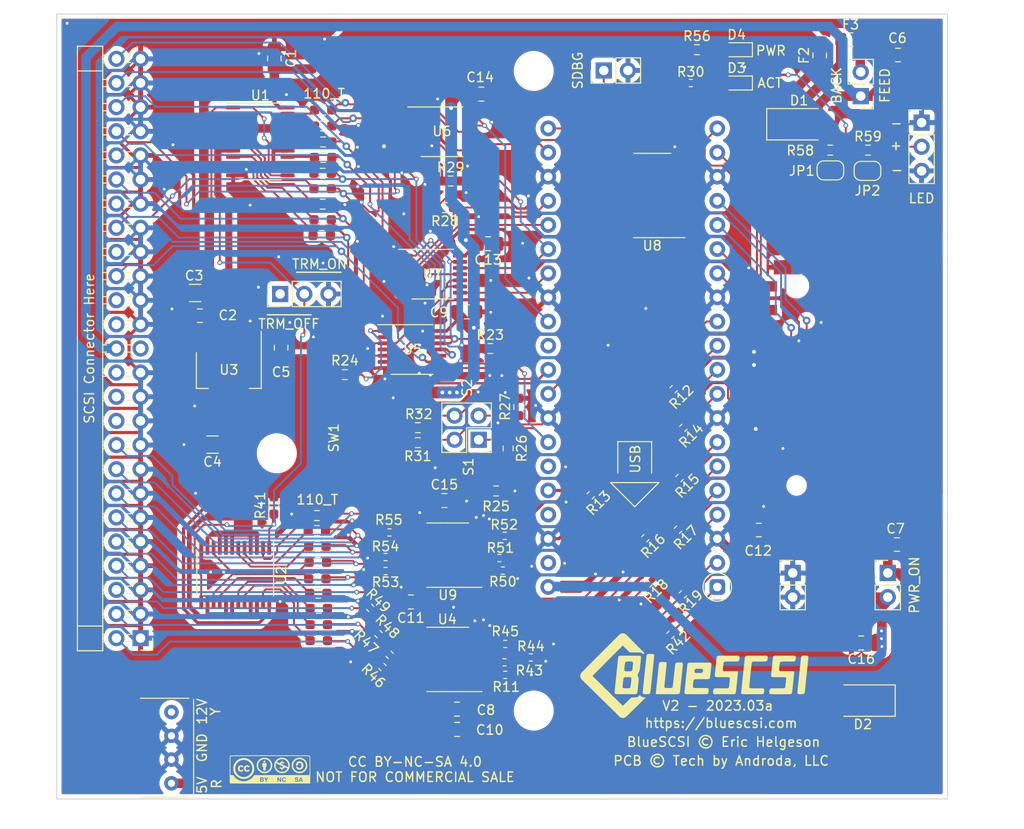
<source format=kicad_pcb>
(kicad_pcb (version 20211014) (generator pcbnew)
  (layers (0 "F.Cu" signal) (31 "B.Cu" signal) (34 "B.Paste" user) (35 "F.Paste" user) (36 "B.SilkS" user "B.Silkscreen") (37 "F.SilkS" user "F.Silkscreen") (38 "B.Mask" user) (39 "F.Mask" user) (44 "Edge.Cuts" user))
  (net 0 "")
  (net 1 "GND")
  (net 2 "+2V8")
  (net 3 "+5V")
  (net 4 "Net-(J4-Pad1)")
  (net 5 "iATN")
  (net 6 "oIO")
  (net 7 "oREQ")
  (net 8 "oSEL")
  (net 9 "oBSY")
  (net 10 "SD_CLK")
  (net 11 "oRST")
  (net 12 "oCD_iSEL")
  (net 13 "ATN")
  (net 14 "BSY")
  (net 15 "DBP")
  (net 16 "ACK")
  (net 17 "RST")
  (net 18 "MSG")
  (net 19 "SEL")
  (net 20 "CD")
  (net 21 "REQ")
  (net 22 "IO")
  (net 23 "DB7")
  (net 24 "DB6")
  (net 25 "DB5")
  (net 26 "DB4")
  (net 27 "DB3")
  (net 28 "DB2")
  (net 29 "DB1")
  (net 30 "DB0")
  (net 31 "+3V3")
  (net 32 "SEL_BUFF")
  (net 33 "BSY_BUFF")
  (net 34 "+5VP")
  (net 35 "oMSG_iBSY")
  (net 36 "+5F")
  (net 37 "SD_CMD_MOSI")
  (net 38 "DB4T")
  (net 39 "DB5T")
  (net 40 "DB6T")
  (net 41 "DB7T")
  (net 42 "DBPT")
  (net 43 "DB0T")
  (net 44 "DB1T")
  (net 45 "DB3T")
  (net 46 "DB2T")
  (net 47 "SD_D0_MISO")
  (net 49 "DBPTr")
  (net 50 "Net-(D2-Pad2)")
  (net 54 "SD_D1")
  (net 55 "SD_D2")
  (net 61 "SD_D3_CS")
  (net 62 "iRST")
  (net 64 "iACK")
  (net 68 "Net-(J5-Pad2)")
  (net 69 "Net-(R30-Pad2)")
  (net 70 "SERIAL_OUT")
  (net 71 "Net-(J4-Pad3)")
  (net 72 "TRM_ON_J")
  (net 73 "Net-(R40-Pad1)")
  (net 74 "Net-(R6-Pad1)")
  (net 75 "Net-(R7-Pad1)")
  (net 76 "Net-(R8-Pad1)")
  (net 77 "Net-(R9-Pad1)")
  (net 78 "Net-(R10-Pad1)")
  (net 79 "Net-(R39-Pad1)")
  (net 80 "Net-(R1-Pad1)")
  (net 81 "Net-(R2-Pad1)")
  (net 82 "Net-(R3-Pad1)")
  (net 83 "Net-(R4-Pad1)")
  (net 84 "Net-(R5-Pad1)")
  (net 85 "Net-(R12-Pad1)")
  (net 86 "Net-(R13-Pad1)")
  (net 87 "Net-(R14-Pad1)")
  (net 88 "Net-(R15-Pad1)")
  (net 89 "Net-(R16-Pad1)")
  (net 90 "Net-(R17-Pad1)")
  (net 91 "Net-(R18-Pad1)")
  (net 92 "Net-(R19-Pad1)")
  (net 93 "Net-(R33-Pad1)")
  (net 94 "Net-(R34-Pad1)")
  (net 95 "Net-(R35-Pad1)")
  (net 96 "Net-(R36-Pad1)")
  (net 97 "Net-(R37-Pad1)")
  (net 98 "Net-(R38-Pad1)")
  (net 99 "Net-(R42-Pad1)")
  (net 100 "Net-(R11-Pad2)")
  (net 101 "Net-(R43-Pad2)")
  (net 102 "Net-(R44-Pad2)")
  (net 103 "Net-(R45-Pad2)")
  (net 104 "Net-(R46-Pad1)")
  (net 105 "Net-(R47-Pad1)")
  (net 106 "Net-(R48-Pad1)")
  (net 107 "Net-(R49-Pad1)")
  (net 108 "Net-(R50-Pad2)")
  (net 109 "Net-(R51-Pad2)")
  (net 110 "Net-(R52-Pad2)")
  (net 111 "Net-(R53-Pad1)")
  (net 112 "Net-(R54-Pad1)")
  (net 113 "Net-(R55-Pad1)")
  (net 116 "Net-(JP1-Pad1)")
  (net 117 "Net-(JP1-Pad2)")
  (net 118 "Net-(D4-Pad2)")
  (net 119 "Net-(R56-Pad1)")
  (net 122 "Net-(U8-Pad11)")
  (net 123 "Net-(F3-Pad2)")
  (net 124 "Net-(C7-Pad1)")
  (net 125 "Net-(U8-Pad8)")
  (footprint "CustomFootprints:BergFloppy_RightAngle" (layer "F.Cu") (at 117.1895 141.0208 -90)
    (fp_text reference "J3" hide)
    (fp_text value "BergFloppy")
  )
  (footprint "Capacitor_SMD:C_1206_3216Metric_Pad1.42x1.75mm_HandSolder" (layer "F.Cu") (at 114.554 93.1672 180)
    (fp_text reference "C3")
    (fp_text value "20uF")
  )
  (footprint "Capacitor_SMD:C_1206_3216Metric_Pad1.42x1.75mm_HandSolder" (layer "F.Cu") (at 116.3828 109.1184 180)
    (fp_text reference "C4")
    (fp_text value "20uF")
  )
  (footprint "Package_TO_SOT_SMD:SOT-223-3_TabPin2" (layer "F.Cu") (at 118.09322 101.29692 -90)
    (fp_text reference "U3")
    (fp_text value "AMS1117-2.85")
  )
  (footprint "Capacitor_SMD:C_0805_2012Metric_Pad1.15x1.40mm_HandSolder" (layer "F.Cu") (at 188.3664 119.634)
    (fp_text reference "C7")
    (fp_text value "4.7uF")
  )
  (footprint "CustomFootprints:BluePillModule" (layer "F.Cu") (at 161.8488 126.6444 180)
    (fp_text reference "RP1" hide)
    (fp_text value "Pico_Footprint")
  )
  (footprint "Capacitor_SMD:C_0805_2012Metric_Pad1.15x1.40mm_HandSolder" (layer "F.Cu") (at 122.8852 68.4784 90)
    (fp_text reference "C1")
    (fp_text value "0.1uF")
  )
  (footprint "Capacitor_SMD:C_0805_2012Metric_Pad1.15x1.40mm_HandSolder" (layer "F.Cu") (at 115.053 95.5548 180)
    (fp_text reference "C2")
    (fp_text value "0.1uF")
  )
  (footprint "Capacitor_SMD:C_0805_2012Metric_Pad1.15x1.40mm_HandSolder" (layer "F.Cu") (at 123.5964 98.9166 90)
    (fp_text reference "C5")
    (fp_text value "0.1uF")
  )
  (footprint "Capacitor_SMD:C_0805_2012Metric_Pad1.15x1.40mm_HandSolder" (layer "F.Cu") (at 188.477 68.1228)
    (fp_text reference "C6")
    (fp_text value "4.7uF")
  )
  (footprint "Capacitor_SMD:C_0805_2012Metric_Pad1.15x1.40mm_HandSolder" (layer "F.Cu") (at 173.8376 118.11)
    (fp_text reference "C12")
    (fp_text value "4.7uF")
  )
  (footprint "CustomFootprints:SOFNG_SD-001" (layer "F.Cu") (at 167.39108 107.74578 90)
    (fp_text reference "SD1" hide)
    (fp_text value "SOFNG_SD-001")
  )
  (footprint "Diode_SMD:D_SMA" (layer "F.Cu") (at 178.07076 75.41006)
    (fp_text reference "D1")
    (fp_text value "D")
  )
  (footprint "Diode_SMD:D_SMA" (layer "F.Cu") (at 184.78 136.06 180)
    (fp_text reference "D2")
    (fp_text value "D")
  )
  (footprint "Connector_PinHeader_2.54mm:PinHeader_1x03_P2.54mm_Vertical" (layer "F.Cu") (at 123.4948 93.2688 90)
    (fp_text reference "J1" hide)
    (fp_text value "Conn_01x03_Male")
  )
  (footprint "Resistor_SMD:R_0402_1005Metric_Pad0.72x0.64mm_HandSolder" (layer "F.Cu") (at 164.5412 129.1336 -135)
    (fp_text reference "R42")
    (fp_text value "1k")
  )
  (footprint "Resistor_SMD:R_0603_1608Metric_Pad0.98x0.95mm_HandSolder" (layer "F.Cu") (at 167.3352 67.564)
    (fp_text reference "R56")
    (fp_text value "4.7k")
  )
  (footprint "Jumper:SolderJumper-2_P1.3mm_Open_RoundedPad1.0x1.5mm" (layer "F.Cu") (at 185.2638 80.3148)
    (fp_text reference "JP2")
    (fp_text value "SolderJumper_2_Open")
  )
  (footprint "Resistor_SMD:R_0402_1005Metric_Pad0.72x0.64mm_HandSolder" (layer "F.Cu") (at 166.6748 71.0692)
    (fp_text reference "R30")
    (fp_text value "470")
  )
  (footprint "Package_SO:TSSOP-24_4.4x7.8mm_P0.65mm" (layer "F.Cu") (at 118.7704 122.8344 -90)
    (fp_text reference "U2")
    (fp_text value "SN74CBTD3384")
  )
  (footprint "Resistor_SMD:R_0402_1005Metric_Pad0.72x0.64mm_HandSolder" (layer "F.Cu") (at 134.5813 120.9548 180)
    (fp_text reference "R54")
    (fp_text value "1k")
  )
  (footprint "Resistor_SMD:R_0603_1608Metric_Pad0.98x0.95mm_HandSolder" (layer "F.Cu") (at 127.508 124.7648)
    (fp_text reference "R39" hide)
    (fp_text value "R")
  )
  (footprint "Resistor_SMD:R_0402_1005Metric_Pad0.72x0.64mm_HandSolder" (layer "F.Cu") (at 161.8996 118.9736 -135)
    (fp_text reference "R16")
    (fp_text value "1k")
  )
  (footprint "Resistor_SMD:R_0603_1608Metric_Pad0.98x0.95mm_HandSolder" (layer "F.Cu") (at 127.9652 83.82)
    (fp_text reference "R4" hide)
    (fp_text value "R")
  )
  (footprint "Resistor_SMD:R_0402_1005Metric_Pad0.72x0.64mm_HandSolder" (layer "F.Cu") (at 146.9136 122.3772 180)
    (fp_text reference "R50")
    (fp_text value "1k")
  )
  (footprint "Connector_PinHeader_2.54mm:PinHeader_2x25_P2.54mm_Horizontal" (layer "F.Cu") (at 108.8136 129.4842 180)
    (fp_text reference "J2" hide)
    (fp_text value "Conn_02x25_Odd_Even")
  )
  (footprint "Capacitor_SMD:C_0805_2012Metric_Pad1.18x1.45mm_HandSolder" (layer "F.Cu") (at 184.6072 129.9972 180)
    (fp_text reference "C16")
    (fp_text value "4.7uF")
  )
  (footprint "Resistor_SMD:R_0603_1608Metric_Pad0.98x0.95mm_HandSolder" (layer "F.Cu") (at 127.4083 119.8372)
    (fp_text reference "R33" hide)
    (fp_text value "R")
  )
  (footprint "Resistor_SMD:R_0603_1608Metric_Pad0.98x0.95mm_HandSolder" (layer "F.Cu") (at 127.5588 129.7432)
    (fp_text reference "R36" hide)
    (fp_text value "R")
  )
  (footprint "Package_SO:TSSOP-24_4.4x7.8mm_P0.65mm" (layer "F.Cu") (at 121.412 77.216)
    (fp_text reference "U1")
    (fp_text value "SN74CBTD3384")
  )
  (footprint "Resistor_SMD:R_0603_1608Metric_Pad0.98x0.95mm_HandSolder" (layer "F.Cu") (at 127.9652 82.1944)
    (fp_text reference "R5" hide)
    (fp_text value "R")
  )
  (footprint "Resistor_SMD:R_0603_1608Metric_Pad0.98x0.95mm_HandSolder" (layer "F.Cu") (at 127.3575 116.586)
    (fp_text reference "R35" hide)
    (fp_text value "R")
  )
  (footprint "Resistor_SMD:R_0603_1608Metric_Pad0.98x0.95mm_HandSolder" (layer "F.Cu") (at 127.4591 121.5136)
    (fp_text reference "R1" hide)
    (fp_text value "R")
  )
  (footprint "Capacitor_SMD:C_0805_2012Metric_Pad1.18x1.45mm_HandSolder" (layer "F.Cu") (at 142.0876 136.9568)
    (fp_text reference "C8")
    (fp_text value "0.1uF")
  )
  (footprint "Resistor_SMD:R_0603_1608Metric_Pad0.98x0.95mm_HandSolder" (layer "F.Cu") (at 127.5588 126.3396)
    (fp_text reference "R38" hide)
    (fp_text value "R")
  )
  (footprint "Connector_PinHeader_2.54mm:PinHeader_1x03_P2.54mm_Vertical" (layer "F.Cu") (at 190.9572 75.2348)
    (fp_text reference "J5" hide)
    (fp_text value "Conn_01x03_Male")
  )
  (footprint "Resistor_SMD:R_0402_1005Metric_Pad0.72x0.64mm_HandSolder" (layer "F.Cu") (at 165.337904 118.075296 -135)
    (fp_text reference "R17")
    (fp_text value "1k")
  )
  (footprint "Resistor_SMD:R_0603_1608Metric_Pad0.98x0.95mm_HandSolder" (layer "F.Cu") (at 128.0179 78.8924)
    (fp_text reference "R9" hide)
    (fp_text value "R")
  )
  (footprint "Resistor_SMD:R_0402_1005Metric_Pad0.72x0.64mm_HandSolder" (layer "F.Cu") (at 156.1592 114.4524 -135)
    (fp_text reference "R13")
    (fp_text value "1k")
  )
  (footprint "Fuse:Fuse_0805_2012Metric_Pad1.15x1.40mm_HandSolder" (layer "F.Cu") (at 183.4806 66.4972)
    (fp_text reference "F3")
    (fp_text value "Polyfuse")
  )
  (footprint "Resistor_SMD:R_0603_1608Metric_Pad0.98x0.95mm_HandSolder" (layer "F.Cu") (at 127.4064 123.2408)
    (fp_text reference "R40" hide)
    (fp_text value "R")
  )
  (footprint "Resistor_SMD:R_0402_1005Metric_Pad0.72x0.64mm_HandSolder" (layer "F.Cu") (at 147.1676 130.0988 180)
    (fp_text reference "R45")
    (fp_text value "1k")
  )
  (footprint "Resistor_SMD:R_0603_1608Metric_Pad0.98x0.95mm_HandSolder" (layer "F.Cu") (at 185.3165 78.1304)
    (fp_text reference "R59")
    (fp_text value "330")
  )
  (footprint "Package_SO:TSSOP-20_4.4x6.5mm_P0.65mm" (layer "F.Cu") (at 141.1224 131.7244 180)
    (fp_text reference "U4")
    (fp_text value "LVT245")
  )
  (footprint "Resistor_SMD:R_0402_1005Metric_Pad0.72x0.64mm_HandSolder" (layer "F.Cu") (at 162.220496 123.732704 -135)
    (fp_text reference "R18")
    (fp_text value "1k")
  )
  (footprint "Resistor_SMD:R_0402_1005Metric_Pad0.72x0.64mm_HandSolder" (layer "F.Cu") (at 135.010304 131.251104 135)
    (fp_text reference "R47")
    (fp_text value "1k")
  )
  (footprint "Capacitor_SMD:C_0805_2012Metric_Pad1.18x1.45mm_HandSolder" (layer "F.Cu") (at 140.7668 115.0112)
    (fp_text reference "C15")
    (fp_text value "4.7uF")
  )
  (footprint "Connector_PinHeader_2.54mm:PinHeader_1x02_P2.54mm_Vertical" (layer "F.Cu") (at 177.4012 122.6312)
    (fp_text reference "J9" hide)
    (fp_text value "Conn_01x02_Male")
  )
  (footprint "Capacitor_SMD:C_0805_2012Metric_Pad1.18x1.45mm_HandSolder" (layer "F.Cu") (at 144.6491 72.2376 180)
    (fp_text reference "C14")
    (fp_text value "0.1uF")
  )
  (footprint "Connector_PinHeader_2.54mm:PinHeader_1x02_P2.54mm_Vertical" (layer "F.Cu") (at 157.5308 69.7484 90)
    (fp_text reference "J6" hide)
    (fp_text value "Conn_01x02_Male")
  )
  (footprint "Resistor_SMD:R_0402_1005Metric_Pad0.72x0.64mm_HandSolder" (layer "F.Cu") (at 134.5813 122.428 180)
    (fp_text reference "R53")
    (fp_text value "1k")
  )
  (footprint "Resistor_SMD:R_0603_1608Metric_Pad0.98x0.95mm_HandSolder" (layer "F.Cu") (at 137.9747 108.9152 180)
    (fp_text reference "R31")
    (fp_text value "4.7k")
  )
  (footprint "MountingHole:MountingHole_3.2mm_M3" (layer "F.Cu") (at 150.1648 137.1092)
    (fp_text reference "H3" hide)
    (fp_text value "MountingHole")
  )
  (footprint "Resistor_SMD:R_0603_1608Metric_Pad0.98x0.95mm_HandSolder" (layer "F.Cu") (at 127.9671 85.4456)
    (fp_text reference "R3" hide)
    (fp_text value "R")
  )
  (footprint "Resistor_SMD:R_0402_1005Metric_Pad0.72x0.64mm_HandSolder" (layer "F.Cu") (at 165.490304 112.639696 -135)
    (fp_text reference "R15")
    (fp_text value "1k")
  )
  (footprint "Resistor_SMD:R_0603_1608Metric_Pad0.98x0.95mm_HandSolder" (layer "F.Cu") (at 137.9747 107.3404 180)
    (fp_text reference "R32")
    (fp_text value "4.7k")
  )
  (footprint "MountingHole:MountingHole_3.2mm_M3" (layer "F.Cu") (at 123.2408 110.0836)
    (fp_text reference "H1" hide)
    (fp_text value "MountingHole")
  )
  (footprint "Jumper:SolderJumper-2_P1.3mm_Open_RoundedPad1.0x1.5mm" (layer "F.Cu") (at 181.3626 80.264 180)
    (fp_text reference "JP1")
    (fp_text value "SolderJumper_2_Open")
  )
  (footprint "Library:cc_by_nc_sa_front_silk_screen" (layer "F.Cu") (at 122.428 143.3068)
    (fp_text reference "G***" hide)
    (fp_text value "LOGO" hide)
  )
  (footprint "Resistor_SMD:R_0603_1608Metric_Pad0.98x0.95mm_HandSolder" (layer "F.Cu") (at 128.016 75.5904)
    (fp_text reference "R7" hide)
    (fp_text value "R")
  )
  (footprint "Resistor_SMD:R_0402_1005Metric_Pad0.72x0.64mm_HandSolder" (layer "F.Cu") (at 147.0781 132.0292 180)
    (fp_text reference "R43")
    (fp_text value "1k")
  )
  (footprint "Resistor_SMD:R_0402_1005Metric_Pad0.72x0.64mm_HandSolder" (layer "F.Cu") (at 132.959696 126.304896 135)
    (fp_text reference "R49")
    (fp_text value "1k")
  )
  (footprint "Connector_PinHeader_2.54mm:PinHeader_1x02_P2.54mm_Vertical" (layer "F.Cu") (at 187.4012 122.6312)
    (fp_text reference "J8" hide)
    (fp_text value "EPWR")
  )
  (footprint "Resistor_SMD:R_0603_1608Metric_Pad0.98x0.95mm_HandSolder" (layer "F.Cu") (at 128.0179 77.2668)
    (fp_text reference "R8" hide)
    (fp_text value "R")
  )
  (footprint "Resistor_SMD:R_0603_1608Metric_Pad0.98x0.95mm_HandSolder" (layer "F.Cu") (at 127.8655 87.122)
    (fp_text reference "R2" hide)
    (fp_text value "R")
  )
  (footprint "Resistor_SMD:R_0603_1608Metric_Pad0.98x0.95mm_HandSolder" (layer "F.Cu") (at 148.59 105.1541 90)
    (fp_text reference "R27")
    (fp_text value "1k")
  )
  (footprint "Resistor_SMD:R_0402_1005Metric_Pad0.72x0.64mm_HandSolder" (layer "F.Cu") (at 134.9877 118.364 180)
    (fp_text reference "R55")
    (fp_text value "1k")
  )
  (footprint "Resistor_SMD:R_0402_1005Metric_Pad0.72x0.64mm_HandSolder" (layer "F.Cu") (at 164.880704 103.292496 -135)
    (fp_text reference "R12")
    (fp_text value "1k")
  )
  (footprint "Resistor_SMD:R_0402_1005Metric_Pad0.72x0.64mm_HandSolder" (layer "F.Cu") (at 146.558 121.0564 180)
    (fp_text reference "R51")
    (fp_text value "1k")
  )
  (footprint "Resistor_SMD:R_0402_1005Metric_Pad0.72x0.64mm_HandSolder" (layer "F.Cu") (at 165.845904 124.882496 -135)
    (fp_text reference "R19")
    (fp_text value "1k")
  )
  (footprint "Capacitor_SMD:C_0805_2012Metric_Pad1.18x1.45mm_HandSolder" (layer "F.Cu") (at 142.1169 139.0904)
    (fp_text reference "C10")
    (fp_text value "4.7uF")
  )
  (footprint "Resistor_SMD:R_0603_1608Metric_Pad0.98x0.95mm_HandSolder" (layer "F.Cu") (at 130.302 101.7524 180)
    (fp_text reference "R24")
    (fp_text value "1k")
  )
  (footprint "LED_SMD:LED_0603_1608Metric_Pad1.05x0.95mm_HandSolder" (layer "F.Cu") (at 171.5008 67.564 180)
    (fp_text reference "D4")
    (fp_text value "LED")
  )
  (footprint "Capacitor_SMD:C_0805_2012Metric_Pad1.18x1.45mm_HandSolder" (layer "F.Cu") (at 143.1251 95.1484 180)
    (fp_text reference "C9")
    (fp_text value "0.1uF")
  )
  (footprint "Resistor_SMD:R_0603_1608Metric_Pad0.98x0.95mm_HandSolder" (layer "F.Cu") (at 127.9671 80.5688)
    (fp_text reference "R10" hide)
    (fp_text value "R")
  )
  (footprint "Resistor_SMD:R_0603_1608Metric_Pad0.98x0.95mm_HandSolder" (layer "F.Cu") (at 127.3556 118.1608)
    (fp_text reference "R34" hide)
    (fp_text value "R")
  )
  (footprint "Resistor_SMD:R_0603_1608Metric_Pad0.98x0.95mm_HandSolder" (layer "F.Cu") (at 147.4724 109.5229 -90)
    (fp_text reference "R26")
    (fp_text value "1k")
  )
  (footprint "LED_SMD:LED_0603_1608Metric_Pad1.05x0.95mm_HandSolder" (layer "F.Cu") (at 171.5008 71.0692 180)
    (fp_text reference "D3")
    (fp_text value "LED")
  )
  (footprint "Package_SO:TSSOP-14_4.4x5mm_P0.65mm" (layer "F.Cu") (at 139.5476 91.186)
    (fp_text reference "U7")
    (fp_text value "LVT125")
  )
  (footprint "Connector_PinHeader_2.54mm:PinHeader_1x02_P2.54mm_Vertical" (layer "F.Cu") (at 184.5564 72.4458 180)
    (fp_text reference "J7" hide)
    (fp_text value "TERM_BCKF")
  )
  (footprint "Resistor_SMD:R_0603_1608Metric_Pad0.98x0.95mm_HandSolder" (layer "F.Cu") (at 127.5588 128.0668)
    (fp_text reference "R37" hide)
    (fp_text value "R")
  )
  (footprint "Library:TS-1187A-B-A-B" (layer "F.Cu") (at 124.1533 108.458 90)
    (fp_text reference "SW1")
    (fp_text value "SW_MEC_5E" hide)
  )
  (footprint "Fuse:Fuse_0805_2012Metric_Pad1.15x1.40mm_HandSolder" (layer "F.Cu") (at 180.2384 68.1646 90)
    (fp_text reference "F2")
    (fp_text value "Polyfuse")
  )
  (footprint "Resistor_SMD:R_0603_1608Metric_Pad0.98x0.95mm_HandSolder" (layer "F.Cu") (at 122.8344 115.5192 90)
    (fp_text reference "R41")
    (fp_text value "4.7k")
  )
  (footprint "Package_SO:SO-14_3.9x8.65mm_P1.27mm" (layer "F.Cu") (at 162.625 82.9056 180)
    (fp_text reference "U8")
    (fp_text value "74HC14")
  )
  (footprint "Connector_PinHeader_2.54mm:PinHeader_2x02_P2.54mm_Vertical" (layer "F.Cu") (at 144.3736 108.6104 180)
    (fp_text reference "J4" hide)
    (fp_text value "SW")
  )
  (footprint "Resistor_SMD:R_0603_1608Metric_Pad0.98x0.95mm_HandSolder" (layer "F.Cu") (at 145.5909 99.0092)
    (fp_text reference "R23")
    (fp_text value "1k")
  )
  (footprint "Resistor_SMD:R_0603_1608Metric_Pad0.98x0.95mm_HandSolder" (layer "F.Cu") (at 146.2043 113.9952)
    (fp_text reference "R25")
    (fp_text value "1k")
  )
  (footprint "Package_SO:TSSOP-14_4.4x5mm_P0.65mm" (layer "F.Cu") (at 137.3632 99.1108)
    (fp_text reference "U5")
    (fp_text value "LVT125")
  )
  (footprint "Resistor_SMD:R_0402_1005Metric_Pad0.72x0.64mm_HandSolder" (layer "F.Cu") (at 165.896704 107.356496 -135)
    (fp_text reference "R14")
    (fp_text value "1k")
  )
  (footprint "Package_SO:TSSOP-20_4.4x6.5mm_P0.65mm" (layer "F.Cu") (at 141.1224 120.7516 180)
    (fp_text reference "U9")
    (fp_text value "LVT245")
  )
  (footprint "Resistor_SMD:R_0402_1005Metric_Pad0.72x0.64mm_HandSolder" (layer "F.Cu") (at 147.1168 118.7196 180)
    (fp_text reference "R52")
    (fp_text value "1k")
  )
  (footprint "Package_SO:TSSOP-14_4.4x5mm_P0.65mm" (layer "F.Cu") (at 140.5128 76.2)
    (fp_text reference "U6")
    (fp_text value "LVT125")
  )
  (footprint "Resistor_SMD:R_0603_1608Metric_Pad0.98x0.95mm_HandSolder" (layer "F.Cu") (at 181.3503 78.1304 180)
    (fp_text reference "R58")
    (fp_text value "150")
  )
  (footprint "Resistor_SMD:R_0603_1608Metric_Pad0.98x0.95mm_HandSolder" (layer "F.Cu") (at 128.016 73.914)
    (fp_text reference "R6" hide)
    (fp_text value "R")
  )
  (footprint "Capacitor_SMD:C_0805_2012Metric_Pad1.18x1.45mm_HandSolder" (layer "F.Cu") (at 137.2401 125.6792 180)
    (fp_text reference "C11")
    (fp_text value "0.1uF")
  )
  (footprint "Resistor_SMD:R_0402_1005Metric_Pad0.72x0.64mm_HandSolder" (layer "F.Cu") (at 147.1676 133.35 180)
    (fp_text reference "R11")
    (fp_text value "1k")
  )
  (footprint "Capacitor_SMD:C_0805_2012Metric_Pad1.18x1.45mm_HandSolder" (layer "F.Cu") (at 145.3681 87.9856 180)
    (fp_text reference "C13")
    (fp_text value "0.1uF")
  )
  (footprint "Resistor_SMD:R_0603_1608Metric_Pad0.98x0.95mm_HandSolder" (layer "F.Cu") (at 141.4272 81.3816)
    (fp_text reference "R29")
    (fp_text value "1k")
  )
  (footprint "Resistor_SMD:R_0402_1005Metric_Pad0.72x0.64mm_HandSolder" (layer "F.Cu") (at 149.86 131.5212 180)
    (fp_text reference "R44")
    (fp_text value "1k")
  )
  (footprint "MountingHole:MountingHole_3.2mm_M3" (layer "F.Cu") (at 150.1648 69.7992)
    (fp_text reference "H2" hide)
    (fp_text value "MountingHole")
  )
  (footprint "Resistor_SMD:R_0402_1005Metric_Pad0.72x0.64mm_HandSolder" (layer "F.Cu") (at 134.248304 132.521104 135)
    (fp_text reference "R46")
    (fp_text value "1k")
  )
  (footprint "Resistor_SMD:R_0603_1608Metric_Pad0.98x0.95mm_HandSolder" (layer "F.Cu") (at 140.8176 84.1756 180)
    (fp_text reference "R28")
    (fp_text value "1k")
  )
  (footprint "Resistor_SMD:R_0402_1005Metric_Pad0.72x0.64mm_HandSolder" (layer "F.Cu") (at 133.841904 129.066704 135)
    (fp_text reference "R48")
    (fp_text value "1k" hide)
  )
  (gr_poly (pts (xy 174.134639 131.33317) (xy 174.319329 131.33371) (xy 174.455667 131.334581) (xy 174.550862 131.335848) (xy 174.612124 131.337579) (xy 174.632283 131.338639) (xy 174.646663 131.339839) (xy 174.656164 131.341188) (xy 174.661688 131.342694) (xy 174.674776 131.348705) (xy 174.68705 131.355356) (xy 174.698505 131.362644) (xy 174.709137 131.370564) (xy 174.718942 131.379113) (xy 174.727917 131.388285) (xy 174.736056 131.398079) (xy 174.743357 131.408488) (xy 174.749813 131.419508) (xy 174.755423 131.431137) (xy 174.760181 131.443369) (xy 174.764082 131.456201) (xy 174.767125 131.469628) (xy 174.769303 131.483646) (xy 174.770612 131.498251) (xy 174.77105 131.513439) (xy 174.770176 131.544283) (xy 174.767765 131.581999) (xy 174.764129 131.623733) (xy 174.759585 131.666633) (xy 174.754445 131.707846) (xy 174.749024 131.744519) (xy 174.743636 131.773801) (xy 174.741052 131.784779) (xy 174.738595 131.792839) (xy 174.734416 131.803848) (xy 174.729568 131.814634) (xy 174.724081 131.825172) (xy 174.717979 131.835437) (xy 174.71129 131.845404) (xy 174.704041 131.855049) (xy 174.696259 131.864347) (xy 174.687971 131.873272) (xy 174.679203 131.881801) (xy 174.669982 131.889908) (xy 174.660335 131.897568) (xy 174.65029 131.904758) (xy 174.639872 131.911451) (xy 174.629109 131.917623) (xy 174.618028 131.923249) (xy 174.606655 131.928305) (xy 174.59304 131.933203) (xy 174.574332 131.936927) (xy 174.542461 131.939691) (xy 174.489357 131.941711) (xy 174.287171 131.944379) (xy 173.903217 131.94665) (xy 173.236466 131.950178) (xy 173.203306 131.966406) (xy 173.194379 131.971205) (xy 173.185371 131.976818) (xy 173.176348 131.983167) (xy 173.167378 131.990174) (xy 173.158527 131.997759) (xy 173.149864 132.005845) (xy 173.141455 132.014352) (xy 173.133368 132.023203) (xy 173.125669 132.032318) (xy 173.118425 132.041619) (xy 173.111705 132.051027) (xy 173.105575 132.060465) (xy 173.100102 132.069853) (xy 173.095354 132.079113) (xy 173.091397 132.088166) (xy 173.0883 132.096933) (xy 173.041898 132.494459) (xy 172.95151 133.335095) (xy 172.823716 134.596011) (xy 172.823906 134.605273) (xy 172.824479 134.61428) (xy 172.825437 134.623041) (xy 172.826781 134.631565) (xy 172.828513 134.639861) (xy 172.830637 134.64794) (xy 172.833153 134.655809) (xy 172.836063 134.66348) (xy 172.839371 134.67096) (xy 172.843078 134.678259) (xy 172.847185 134.685387) (xy 172.851696 134.692352) (xy 172.856612 134.699165) (xy 172.861935 134.705834) (xy 172.867667 134.712368) (xy 172.873811 134.718778) (xy 172.889321 134.734936) (xy 172.896949 134.741378) (xy 172.906211 134.746845) (xy 172.918396 134.751429) (xy 172.934793 134.755216) (xy 172.985377 134.760758) (xy 173.068273 134.764184) (xy 173.193791 134.766204) (xy 173.613938 134.768872) (xy 174.280689 134.7724) (xy 174.317377 134.79145) (xy 174.328198 134.797689) (xy 174.338425 134.804486) (xy 174.348045 134.811821) (xy 174.357043 134.819672) (xy 174.365404 134.82802) (xy 174.373113 134.836842) (xy 174.380158 134.84612) (xy 174.386522 134.855832) (xy 174.392191 134.865957) (xy 174.397152 134.876475) (xy 174.401389 134.887365) (xy 174.404888 134.898606) (xy 174.407635 134.910178) (xy 174.409615 134.92206) (xy 174.410813 134.934232) (xy 174.411216 134.946672) (xy 174.410283 134.975382) (xy 174.407721 135.012311) (xy 174.403886 135.0543) (xy 174.399134 135.09819) (xy 174.393819 135.140824) (xy 174.388297 135.179043) (xy 174.382924 135.209687) (xy 174.380405 135.221183) (xy 174.378056 135.2296) (xy 174.374851 135.238948) (xy 174.371072 135.248191) (xy 174.366738 135.257309) (xy 174.361872 135.266278) (xy 174.356493 135.275078) (xy 174.350622 135.283687) (xy 174.344279 135.292083) (xy 174.337486 135.300244) (xy 174.330263 135.308149) (xy 174.322631 135.315776) (xy 174.31461 135.323103) (xy 174.306222 135.330109) (xy 174.297486 135.336771) (xy 174.288423 135.343069) (xy 174.279055 135.348981) (xy 174.269401 135.354484) (xy 174.224244 135.379178) (xy 173.1772 135.381295) (xy 172.794955 135.382015) (xy 172.642365 135.382202) (xy 172.512798 135.382166) (xy 172.404252 135.381828) (xy 172.314728 135.381109) (xy 172.276475 135.380581) (xy 172.242227 135.379928) (xy 172.211734 135.379141) (xy 172.184748 135.378208) (xy 172.161016 135.37712) (xy 172.140291 135.375867) (xy 172.122321 135.374439) (xy 172.106857 135.372827) (xy 172.093648 135.371019) (xy 172.082446 135.369007) (xy 172.077518 135.367921) (xy 172.072998 135.36678) (xy 172.068855 135.365583) (xy 172.065057 135.364328) (xy 172.061573 135.363015) (xy 172.058371 135.361642) (xy 172.055421 135.360208) (xy 172.052692 135.358711) (xy 172.047767 135.355526) (xy 172.043349 135.352076) (xy 172.039186 135.348352) (xy 172.03503 135.344343) (xy 172.025734 135.335433) (xy 172.01949 135.329668) (xy 172.013716 135.324004) (xy 172.008403 135.318427) (xy 172.003541 135.312922) (xy 171.999123 135.307475) (xy 171.995137 135.302071) (xy 171.991575 135.296696) (xy 171.988427 135.291336) (xy 171.985684 135.285976) (xy 171.983338 135.280601) (xy 171.981378 135.275197) (xy 171.979795 135.26975) (xy 171.97858 135.264246) (xy 171.977724 135.258668) (xy 171.977217 135.253004) (xy 171.97705 135.247239) (xy 172.36934 131.509206) (xy 172.37061 131.502596) (xy 172.372167 131.496003) (xy 172.376115 131.482893) (xy 172.381132 131.469937) (xy 172.387166 131.457193) (xy 172.394162 131.444722) (xy 172.402069 131.432584) (xy 172.410834 131.420839) (xy 172.420404 131.409546) (xy 172.430726 131.398766) (xy 172.441748 131.388558) (xy 172.453417 131.378983) (xy 172.465681 131.370101) (xy 172.478486 131.361971) (xy 172.49178 131.354653) (xy 172.50551 131.348208) (xy 172.519623 131.342694) (xy 172.537227 131.340071) (xy 172.57804 131.337976) (xy 172.749369 131.33511) (xy 173.591361 131.332817)) (layer "F.SilkS") (width 0.004) (fill solid))
  (gr_poly (pts (xy 178.818911 131.326323) (xy 178.841645 131.326507) (xy 178.861013 131.326826) (xy 178.877388 131.327305) (xy 178.88457 131.327611) (xy 178.891143 131.327966) (xy 178.897153 131.328373) (xy 178.902648 131.328834) (xy 178.907673 131.329353) (xy 178.912276 131.329932) (xy 178.916503 131.330576) (xy 178.9204 131.331285) (xy 178.924013 131.332064) (xy 178.92739 131.332916) (xy 178.930577 131.333843) (xy 178.93362 131.334848) (xy 178.936566 131.335935) (xy 178.939461 131.337107) (xy 178.945286 131.339714) (xy 178.951466 131.342694) (xy 178.962839 131.3486) (xy 178.97366 131.355179) (xy 178.983903 131.362396) (xy 178.993547 131.370211) (xy 179.002565 131.378589) (xy 179.010936 131.387492) (xy 179.018635 131.396882) (xy 179.025639 131.406724) (xy 179.031923 131.416978) (xy 179.037463 131.427609) (xy 179.042237 131.438579) (xy 179.04622 131.449851) (xy 179.049389 131.461387) (xy 179.05172 131.47315) (xy 179.053188 131.485104) (xy 179.053771 131.497211) (xy 178.668539 135.188678) (xy 178.667277 135.196002) (xy 178.665744 135.203287) (xy 178.661887 135.217705) (xy 178.657015 135.231875) (xy 178.651175 135.24574) (xy 178.644413 135.25924) (xy 178.636776 135.272319) (xy 178.62831 135.284919) (xy 178.619061 135.296981) (xy 178.609077 135.308447) (xy 178.598403 135.319261) (xy 178.587087 135.329363) (xy 178.575174 135.338697) (xy 178.562711 135.347203) (xy 178.549745 135.354825) (xy 178.536322 135.361504) (xy 178.529454 135.364473) (xy 178.522489 135.367183) (xy 178.508689 135.372104) (xy 178.494641 135.37586) (xy 178.477716 135.378606) (xy 178.455284 135.380501) (xy 178.424716 135.381701) (xy 178.383383 135.382364) (xy 178.257904 135.382706) (xy 178.184791 135.382644) (xy 178.154965 135.382534) (xy 178.129141 135.382342) (xy 178.106955 135.382047) (xy 178.088043 135.381627) (xy 178.072041 135.38106) (xy 178.065018 135.380715) (xy 178.058586 135.380324) (xy 178.0527 135.379887) (xy 178.047314 135.379399) (xy 178.042382 135.378858) (xy 178.03786 135.378261) (xy 178.033702 135.377607) (xy 178.029862 135.376891) (xy 178.026295 135.376111) (xy 178.022955 135.375264) (xy 178.019798 135.374349) (xy 178.016776 135.373361) (xy 178.013846 135.372299) (xy 178.010961 135.371159) (xy 178.005145 135.368637) (xy 177.998966 135.365772) (xy 177.986051 135.359173) (xy 177.974023 135.35207) (xy 177.962877 135.344457) (xy 177.95261 135.336326) (xy 177.943214 135.32767) (xy 177.934686 135.318482) (xy 177.927019 135.308755) (xy 177.920209 135.29848) (xy 177.914251 135.287652) (xy 177.90914 135.276262) (xy 177.904869 135.264304) (xy 177.901435 135.25177) (xy 177.898832 135.238654) (xy 177.897054 135.224947) (xy 177.896097 135.210643) (xy 177.895956 135.195734) (xy 177.952929 134.622734) (xy 178.089279 133.314722) (xy 178.282599 131.4831) (xy 178.30306 131.445706) (xy 178.308058 131.437169) (xy 178.313507 131.428774) (xy 178.319381 131.420546) (xy 178.32565 131.412511) (xy 178.332286 131.404696) (xy 178.339263 131.397126) (xy 178.346552 131.389826) (xy 178.354126 131.382823) (xy 178.361955 131.376142) (xy 178.370013 131.36981) (xy 178.378272 131.363852) (xy 178.386703 131.358294) (xy 178.395279 131.353162) (xy 178.403972 131.348481) (xy 178.412753 131.344278) (xy 178.421596 131.340578) (xy 178.433862 131.336325) (xy 178.447369 131.333015) (xy 178.464482 131.330532) (xy 178.487564 131.32876) (xy 178.51898 131.327583) (xy 178.561096 131.326886) (xy 178.686884 131.326467) (xy 178.76186 131.326267) (xy 178.79244 131.326251)) (layer "F.SilkS") (width 0.004) (fill solid))
  (gr_poly (pts (xy 168.749838 132.083528) (xy 168.76156 132.089435) (xy 168.772638 132.096028) (xy 168.783056 132.10328) (xy 168.7928 132.111166) (xy 168.801853 132.119659) (xy 168.810201 132.128734) (xy 168.817826 132.138366) (xy 168.824715 132.148527) (xy 168.830852 132.159193) (xy 168.836221 132.170337) (xy 168.840806 132.181934) (xy 168.844592 132.193958) (xy 168.847564 132.206383) (xy 168.849706 132.219183) (xy 168.851002 132.232333) (xy 168.851438 132.245805) (xy 168.846984 132.301159) (xy 168.834858 132.427222) (xy 168.794994 132.8166) (xy 168.723733 133.491817) (xy 168.719323 133.532859) (xy 168.715443 133.565889) (xy 168.713618 133.579831) (xy 168.711827 133.592288) (xy 168.710035 133.603433) (xy 168.708211 133.613437) (xy 168.70632 133.622474) (xy 168.70433 133.630716) (xy 168.702208 133.638336) (xy 168.699921 133.645507) (xy 168.697435 133.6524) (xy 168.694717 133.659189) (xy 168.691735 133.666046) (xy 168.688456 133.673145) (xy 168.683855 133.682318) (xy 168.679034 133.691065) (xy 168.673971 133.699407) (xy 168.668645 133.707364) (xy 168.663033 133.714958) (xy 168.657115 133.722208) (xy 168.650868 133.729136) (xy 168.64427 133.735763) (xy 168.6373 133.742108) (xy 168.629937 133.748193) (xy 168.622158 133.754037) (xy 168.613942 133.759663) (xy 168.605267 133.765091) (xy 168.596112 133.77034) (xy 168.586454 133.775433) (xy 168.576272 133.780389) (xy 168.537466 133.798734) (xy 167.828383 133.802261) (xy 167.119299 133.805789) (xy 167.086139 133.821311) (xy 167.082581 133.823035) (xy 167.078809 133.825018) (xy 167.074857 133.827236) (xy 167.07076 133.829668) (xy 167.066551 133.832289) (xy 167.062264 133.835078) (xy 167.057934 133.838011) (xy 167.053595 133.841067) (xy 167.04928 133.844221) (xy 167.045025 133.847452) (xy 167.040862 133.850737) (xy 167.036827 133.854053) (xy 167.032953 133.857377) (xy 167.029274 133.860687) (xy 167.025825 133.86396) (xy 167.022639 133.867172) (xy 167.003442 133.887078) (xy 166.995513 133.896539) (xy 166.988519 133.90643) (xy 166.982322 133.917316) (xy 166.976787 133.929767) (xy 166.97178 133.944348) (xy 166.967164 133.961628) (xy 166.962805 133.982174) (xy 166.958567 134.006554) (xy 166.949911 134.069082) (xy 166.940115 134.153753) (xy 166.928095 134.265106) (xy 166.918671 134.353744) (xy 166.911448 134.424407) (xy 166.906241 134.479492) (xy 166.904338 134.501943) (xy 166.902871 134.521399) (xy 166.901817 134.538159) (xy 166.901154 134.552523) (xy 166.900858 134.564791) (xy 166.900908 134.575263) (xy 166.901281 134.584239) (xy 166.901953 134.592017) (xy 166.902902 134.598899) (xy 166.904105 134.605183) (xy 166.906352 134.614117) (xy 166.90911 134.622913) (xy 166.912365 134.631547) (xy 166.9161 134.639998) (xy 166.920297 134.648242) (xy 166.924942 134.656256) (xy 166.930016 134.664018) (xy 166.935503 134.671506) (xy 166.941387 134.678695) (xy 166.947652 134.685564) (xy 166.95428 134.69209) (xy 166.961256 134.69825) (xy 166.968562 134.704022) (xy 166.976183 134.709382) (xy 166.984101 134.714308) (xy 166.9923 134.718778) (xy 167.026871 134.737122) (xy 167.73666 134.74065) (xy 168.445744 134.744178) (xy 168.474672 134.7597) (xy 168.481685 134.763686) (xy 168.488673 134.768201) (xy 168.495595 134.773199) (xy 168.502409 134.778629) (xy 168.509075 134.784444) (xy 168.51555 134.790594) (xy 168.521794 134.797032) (xy 168.527765 134.803709) (xy 168.533422 134.810576) (xy 168.538723 134.817585) (xy 168.543628 134.824686) (xy 168.548094 134.831832) (xy 168.55208 134.838974) (xy 168.555546 134.846063) (xy 168.55845 134.853051) (xy 168.56075 134.859889) (xy 168.562841 134.867225) (xy 168.564616 134.87502) (xy 168.566073 134.883385) (xy 168.56721 134.892433) (xy 168.568514 134.913021) (xy 168.568511 134.937677) (xy 168.567185 134.967293) (xy 168.56452 135.002764) (xy 168.560499 135.044982) (xy 168.555105 135.094839) (xy 168.55108 135.129355) (xy 168.547377 135.15824) (xy 168.545602 135.170796) (xy 168.543856 135.182214) (xy 168.54212 135.192584) (xy 168.540376 135.201995) (xy 168.538608 135.210539) (xy 168.536798 135.218304) (xy 168.534927 135.225381) (xy 168.532979 135.23186) (xy 168.530936 135.23783) (xy 168.52878 135.243382) (xy 168.526494 135.248605) (xy 168.52406 135.253589) (xy 168.519755 135.261622) (xy 168.515055 135.269569) (xy 168.509976 135.277408) (xy 168.504537 135.285118) (xy 168.498754 135.29268) (xy 168.492646 135.300073) (xy 168.486229 135.307275) (xy 168.479523 135.314267) (xy 168.472543 135.321027) (xy 168.465308 135.327534) (xy 168.457835 135.333769) (xy 168.450143 135.339711) (xy 168.442248 135.345338) (xy 168.434167 135.35063) (xy 168.42592 135.355567) (xy 168.417522 135.360128) (xy 168.382244 135.379178) (xy 166.144928 135.379178) (xy 166.110355 135.360834) (xy 166.102745 135.356723) (xy 166.095278 135.352087) (xy 166.087983 135.346966) (xy 166.080888 135.341398) (xy 166.074019 135.33542) (xy 166.067406 135.329071) (xy 166.061076 135.32239) (xy 166.055058 135.315413) (xy 166.049378 135.308181) (xy 166.044065 135.30073) (xy 166.039147 135.2931) (xy 166.034651 135.285328) (xy 166.030607 135.277453) (xy 166.02704 135.269512) (xy 166.023981 135.261545) (xy 166.021455 135.253589) (xy 166.016219 135.22992) (xy 166.028246 135.08064) (xy 166.181616 133.611762) (xy 166.247004 132.99161) (xy 167.066855 132.99161) (xy 167.066987 132.998289) (xy 167.067296 133.004418) (xy 167.067794 133.010099) (xy 167.068491 133.015432) (xy 167.069396 133.020519) (xy 167.07052 133.025462) (xy 167.071873 133.030361) (xy 167.073467 133.035318) (xy 167.07531 133.040435) (xy 167.077414 133.045812) (xy 167.079789 133.05155) (xy 167.083282 133.059269) (xy 167.086901 133.066569) (xy 167.09067 133.073479) (xy 167.094616 133.080026) (xy 167.098765 133.086238) (xy 167.103142 133.092143) (xy 167.107774 133.097769) (xy 167.112685 133.103144) (xy 167.117903 133.108295) (xy 167.123452 133.113252) (xy 167.129359 133.118041) (xy 167.135649 133.12269) (xy 167.142349 133.127228) (xy 167.149483 133.131682) (xy 167.157079 133.13608) (xy 167.165161 133.14045) (xy 167.196911 133.156678) (xy 167.789578 133.156678) (xy 167.828383 133.138333) (xy 167.844633 133.130227) (xy 167.859793 133.121502) (xy 167.87388 133.112136) (xy 167.886911 133.102107) (xy 167.898905 133.091392) (xy 167.909879 133.079968) (xy 167.919851 133.067812) (xy 167.928837 133.054901) (xy 167.936856 133.041214) (xy 167.943925 133.026726) (xy 167.950062 133.011416) (xy 167.955284 132.99526) (xy 167.95961 132.978236) (xy 167.963055 132.960321) (xy 167.965639 132.941493) (xy 167.967378 132.921728) (xy 167.968461 132.903654) (xy 167.968814 132.895652) (xy 167.969032 132.888258) (xy 167.969109 132.88141) (xy 167.96904 132.875045) (xy 167.968817 132.869103) (xy 167.968436 132.86352) (xy 167.967889 132.858234) (xy 167.967171 132.853184) (xy 167.966275 132.848308) (xy 167.965195 132.843543) (xy 167.963924 132.838829) (xy 167.962458 132.834101) (xy 167.960789 132.829299) (xy 167.958911 132.824361) (xy 167.955556 132.816136) (xy 167.951845 132.808136) (xy 167.947786 132.800372) (xy 167.943389 132.792854) (xy 167.938661 132.785592) (xy 167.93361 132.778596) (xy 167.928245 132.771878) (xy 167.922575 132.765447) (xy 167.916606 132.759314) (xy 167.910349 132.753488) (xy 167.90381 132.747982) (xy 167.896998 132.742803) (xy 167.889922 132.737964) (xy 167.88259 132.733474) (xy 167.875009 132.729344) (xy 167.867189 132.725583) (xy 167.854943 132.719994) (xy 167.842119 132.715794) (xy 167.824896 132.712784) (xy 167.799455 132.710767) (xy 167.761975 132.709543) (xy 167.708637 132.708915) (xy 167.539105 132.70865) (xy 167.2463 132.70865) (xy 167.203966 132.729111) (xy 167.199499 132.731356) (xy 167.194855 132.733841) (xy 167.19007 132.73654) (xy 167.185181 132.73943) (xy 167.180226 132.742485) (xy 167.175243 132.745681) (xy 167.170267 132.748992) (xy 167.165337 132.752395) (xy 167.16049 132.755863) (xy 167.155763 132.759373) (xy 167.151192 132.762899) (xy 167.146816 132.766417) (xy 167.142672 132.769902) (xy 167.138796 132.77333) (xy 167.135226 132.776674) (xy 167.132 132.779911) (xy 167.124248 132.788331) (xy 167.117117 132.796702) (xy 167.110581 132.805093) (xy 167.104616 132.813568) (xy 167.099196 132.822197) (xy 167.094297 132.831046) (xy 167.089894 132.840182) (xy 167.085962 132.849673) (xy 167.082477 132.859586) (xy 167.079414 132.869987) (xy 167.076748 132.880944) (xy 167.074453 132.892525) (xy 167.072506 132.904796) (xy 167.070881 132.917824) (xy 167.069554 132.931677) (xy 167.0685 132.946422) (xy 167.067422 132.967261) (xy 167.067083 132.976197) (xy 167.06689 132.98428) (xy 167.066855 132.99161) (xy 166.247004 132.99161) (xy 166.260033 132.86804) (xy 166.28628 132.623418) (xy 166.305706 132.447771) (xy 166.319675 132.329207) (xy 166.32504 132.287616) (xy 166.329552 132.255838) (xy 166.333381 132.232385) (xy 166.336699 132.215773) (xy 166.339676 132.204514) (xy 166.342483 132.197122) (xy 166.34679 132.188483) (xy 166.351502 132.180036) (xy 166.356614 132.171789) (xy 166.362117 132.163752) (xy 166.368005 132.155933) (xy 166.37427 132.148344) (xy 166.380905 132.140992) (xy 166.387903 132.133887) (xy 166.395257 132.127038) (xy 166.402958 132.120455) (xy 166.411001 132.114147) (xy 166.419378 132.108123) (xy 166.428081 132.102392) (xy 166.437104 132.096965) (xy 166.446438 132.091849) (xy 166.456078 132.087055) (xy 166.498411 132.066595) (xy 168.713855 132.066595)) (layer "F.SilkS") (width 0.004) (fill solid))
  (gr_poly (pts (xy 161.4596 133.345797) (xy 161.459872 133.345902) (xy 161.460135 133.346082) (xy 161.460392 133.346337) (xy 161.460642 133.346666) (xy 161.460887 133.347068) (xy 161.46113 133.347542) (xy 161.461371 133.348088) (xy 161.461612 133.348704) (xy 161.461853 133.349391) (xy 161.462346 133.350971) (xy 161.462861 133.352822) (xy 161.463101 133.354382) (xy 161.463291 133.356139) (xy 161.463522 133.360175) (xy 161.463555 133.364791) (xy 161.46339 133.369844) (xy 161.463026 133.375195) (xy 161.462464 133.380703) (xy 161.461703 133.386227) (xy 161.460744 133.391628) (xy 161.4551 133.417734) (xy 161.448749 133.397978) (xy 161.447766 133.395248) (xy 161.44693 133.392606) (xy 161.446244 133.390043) (xy 161.445707 133.387549) (xy 161.445318 133.385112) (xy 161.445079 133.382723) (xy 161.444988 133.380371) (xy 161.445046 133.378046) (xy 161.445252 133.375737) (xy 161.445608 133.373435) (xy 161.446112 133.371129) (xy 161.446766 133.368808) (xy 161.447568 133.366462) (xy 161.448519 133.364081) (xy 161.449618 133.361655) (xy 161.450867 133.359172) (xy 161.452249 133.356311) (xy 161.453495 133.353806) (xy 161.454614 133.351653) (xy 161.455618 133.349846) (xy 161.456081 133.349069) (xy 161.456519 133.348377) (xy 161.456934 133.347768) (xy 161.457328 133.347241) (xy 161.457702 133.346796) (xy 161.458056 133.346432) (xy 161.458394 133.346148) (xy 161.458716 133.345943) (xy 161.459023 133.345817) (xy 161.459317 133.345768)) (layer "F.SilkS") (width 0.004) (fill solid))
  (gr_poly (pts (xy 161.335155 131.336345) (xy 161.369728 131.357511) (xy 161.377049 131.362408) (xy 161.384182 131.367812) (xy 161.391101 131.373685) (xy 161.397784 131.37999) (xy 161.404207 131.386687) (xy 161.410345 131.393738) (xy 161.416175 131.401106) (xy 161.421674 131.408752) (xy 161.426817 131.416638) (xy 161.431581 131.424725) (xy 161.435941 131.432976) (xy 161.439875 131.441351) (xy 161.443358 131.449813) (xy 161.446367 131.458324) (xy 161.448878 131.466846) (xy 161.450867 131.475339) (xy 161.448009 131.54383) (xy 161.435014 131.696641) (xy 161.390189 132.145617) (xy 161.339543 132.603059) (xy 161.319272 132.766453) (xy 161.306228 132.849761) (xy 161.296394 132.884733) (xy 161.284973 132.920118) (xy 161.272096 132.955603) (xy 161.257897 132.990872) (xy 161.242507 133.025612) (xy 161.226059 133.059509) (xy 161.208685 133.092249) (xy 161.190516 133.123517) (xy 161.17064 133.156198) (xy 161.154533 133.183621) (xy 161.147708 133.195743) (xy 161.141602 133.207009) (xy 161.13614 133.217573) (xy 161.13125 133.227586) (xy 161.126855 133.237203) (xy 161.122882 133.246576) (xy 161.119257 133.255858) (xy 161.115904 133.265201) (xy 161.11275 133.27476) (xy 161.109719 133.284687) (xy 161.103733 133.306256) (xy 161.096742 133.336041) (xy 161.094216 133.349295) (xy 161.092389 133.36184) (xy 161.091302 133.373964) (xy 161.090996 133.385953) (xy 161.09151 133.398095) (xy 161.092885 133.410678) (xy 161.095161 133.423988) (xy 161.098379 133.438313) (xy 161.102579 133.45394) (xy 161.107801 133.471157) (xy 161.114085 133.490251) (xy 161.121472 133.511509) (xy 161.139716 133.561666) (xy 161.15784 133.611771) (xy 161.165488 133.633856) (xy 161.17226 133.65426) (xy 161.178205 133.673204) (xy 161.183373 133.690911) (xy 161.187813 133.707604) (xy 161.191575 133.723503) (xy 161.194708 133.738833) (xy 161.197263 133.753813) (xy 161.199289 133.768668) (xy 161.200835 133.783619) (xy 161.201951 133.798888) (xy 161.202687 133.814698) (xy 161.203092 133.83127) (xy 161.203216 133.848828) (xy 161.182755 134.08606) (xy 161.136894 134.544417) (xy 161.088916 134.99788) (xy 161.062105 135.220428) (xy 161.058326 135.232417) (xy 161.053633 135.244275) (xy 161.048072 135.255953) (xy 161.041688 135.267402) (xy 161.034527 135.278575) (xy 161.026634 135.289422) (xy 161.018055 135.299895) (xy 161.008836 135.309945) (xy 160.999021 135.319524) (xy 160.988656 135.328583) (xy 160.977787 135.337074) (xy 160.966458 135.344947) (xy 160.954717 135.352155) (xy 160.942607 135.358649) (xy 160.930175 135.36438) (xy 160.917467 135.3693) (xy 160.901746 135.373722) (xy 160.87531 135.377028) (xy 160.743194 135.380854) (xy 159.832322 135.381295) (xy 158.786688 135.379178) (xy 158.757761 135.363655) (xy 158.751376 135.360083) (xy 158.744949 135.356012) (xy 158.73852 135.351487) (xy 158.732129 135.346557) (xy 158.725817 135.341267) (xy 158.719624 135.335664) (xy 158.713589 135.329794) (xy 158.707754 135.323704) (xy 158.702159 135.31744) (xy 158.696845 135.311049) (xy 158.69185 135.304578) (xy 158.687216 135.298072) (xy 158.682983 135.291579) (xy 158.679192 135.285145) (xy 158.675882 135.278816) (xy 158.673094 135.272639) (xy 158.672053 135.269933) (xy 158.671049 135.266864) (xy 158.670087 135.263466) (xy 158.66917 135.259774) (xy 158.667488 135.251642) (xy 158.666039 135.242741) (xy 158.664853 135.233344) (xy 158.663966 135.223724) (xy 158.663409 135.214153) (xy 158.663216 135.204905) (xy 158.719925 134.635081) (xy 158.724378 134.592484) (xy 159.502827 134.592484) (xy 159.503003 134.60194) (xy 159.503538 134.611015) (xy 159.504446 134.619744) (xy 159.505738 134.628158) (xy 159.507427 134.636291) (xy 159.509525 134.644176) (xy 159.512044 134.651846) (xy 159.514998 134.659335) (xy 159.518399 134.666674) (xy 159.522258 134.673898) (xy 159.526588 134.681039) (xy 159.531402 134.68813) (xy 159.536713 134.695205) (xy 159.542531 134.702296) (xy 159.548871 134.709437) (xy 159.555744 134.716661) (xy 159.573889 134.734152) (xy 159.582491 134.741241) (xy 159.591496 134.74732) (xy 159.601439 134.75246) (xy 159.612857 134.756733) (xy 159.626286 134.76021) (xy 159.642263 134.762963) (xy 159.661324 134.765063) (xy 159.684005 134.76658) (xy 159.742375 134.768156) (xy 159.821663 134.768259) (xy 159.926161 134.767461) (xy 160.1978 134.765344) (xy 160.235194 134.744178) (xy 160.244267 134.739009) (xy 160.253204 134.733322) (xy 160.261969 134.727159) (xy 160.270527 134.720564) (xy 160.278841 134.71358) (xy 160.286875 134.706252) (xy 160.294592 134.698621) (xy 160.301957 134.690732) (xy 160.308934 134.682628) (xy 160.315485 134.674353) (xy 160.321576 134.665949) (xy 160.32717 134.657461) (xy 160.33223 134.648931) (xy 160.336721 134.640403) (xy 160.340606 134.631921) (xy 160.34385 134.623528) (xy 160.3526 134.575393) (xy 160.365965 134.474854) (xy 160.39906 134.186083) (xy 160.428186 133.896254) (xy 160.436589 133.794393) (xy 160.438394 133.744406) (xy 160.436726 133.732791) (xy 160.434373 133.721504) (xy 160.431347 133.710558) (xy 160.427657 133.699966) (xy 160.423313 133.689743) (xy 160.418327 133.679901) (xy 160.412709 133.670454) (xy 160.406468 133.661414) (xy 160.399615 133.652797) (xy 160.392161 133.644615) (xy 160.384116 133.636881) (xy 160.375489 133.629609) (xy 160.366293 133.622813) (xy 160.356536 133.616506) (xy 160.346229 133.6107) (xy 160.335383 133.605411) (xy 160.324228 133.600723) (xy 160.311493 133.597143) (xy 160.294145 133.594522) (xy 160.269149 133.592711) (xy 160.23347 133.591562) (xy 160.184075 133.590925) (xy 160.031994 133.590595) (xy 159.760355 133.590595) (xy 159.717316 133.611055) (xy 159.707568 133.615834) (xy 159.69817 133.620906) (xy 159.689123 133.626267) (xy 159.680429 133.631913) (xy 159.672091 133.637841) (xy 159.66411 133.644046) (xy 159.656489 133.650523) (xy 159.64923 133.657269) (xy 159.642335 133.66428) (xy 159.635805 133.671551) (xy 159.629644 133.679079) (xy 159.623852 133.686859) (xy 159.618433 133.694886) (xy 159.613388 133.703158) (xy 159.608718 133.711669) (xy 159.604428 133.720416) (xy 159.599363 133.733949) (xy 159.594473 133.752872) (xy 159.589334 133.780394) (xy 159.583525 133.819724) (xy 159.568212 133.946635) (xy 159.545161 134.159272) (xy 159.528723 134.318441) (xy 159.515263 134.453136) (xy 159.506168 134.549202) (xy 159.503691 134.578326) (xy 159.502827 134.592484) (xy 158.724378 134.592484) (xy 158.856538 133.328128) (xy 158.913087 132.7912) (xy 159.692622 132.7912) (xy 159.692682 132.802574) (xy 159.693135 132.813432) (xy 159.693992 132.823804) (xy 159.695268 132.833721) (xy 159.696973 132.843212) (xy 159.699121 132.852306) (xy 159.701723 132.861035) (xy 159.704793 132.869429) (xy 159.708342 132.877516) (xy 159.712383 132.885327) (xy 159.716928 132.892892) (xy 159.721991 132.900241) (xy 159.727582 132.907405) (xy 159.733715 132.914412) (xy 159.740402 132.921293) (xy 159.747655 132.928078) (xy 159.766333 132.944376) (xy 159.775173 132.950962) (xy 159.784366 132.956598) (xy 159.794428 132.961353) (xy 159.805872 132.965297) (xy 159.819214 132.968499) (xy 159.834968 132.971028) (xy 159.853649 132.972954) (xy 159.875772 132.974345) (xy 159.932401 132.975802) (xy 160.008973 132.975952) (xy 160.109605 132.97535) (xy 160.381244 132.973233) (xy 160.427105 132.947833) (xy 160.437 132.942073) (xy 160.446563 132.935917) (xy 160.455779 132.929383) (xy 160.464632 132.922489) (xy 160.473104 132.915251) (xy 160.481179 132.907687) (xy 160.488841 132.899815) (xy 160.496073 132.891654) (xy 160.502859 132.883219) (xy 160.509181 132.874529) (xy 160.515024 132.865601) (xy 160.520371 132.856453) (xy 160.525205 132.847102) (xy 160.52951 132.837567) (xy 160.533269 132.827864) (xy 160.536466 132.818011) (xy 160.543093 132.779496) (xy 160.553102 132.702377) (xy 160.578006 132.481902) (xy 160.600661 132.255739) (xy 160.607858 132.171509) (xy 160.610549 132.123039) (xy 160.610491 132.116942) (xy 160.610314 132.111073) (xy 160.610015 132.105414) (xy 160.60959 132.099943) (xy 160.609038 132.094642) (xy 160.608354 132.089491) (xy 160.607536 132.084469) (xy 160.606581 132.079559) (xy 160.605485 132.074739) (xy 160.604245 132.069991) (xy 160.602858 132.065295) (xy 160.601322 132.06063) (xy 160.599633 132.055978) (xy 160.597788 132.051319) (xy 160.595783 132.046633) (xy 160.593616 132.0419) (xy 160.589907 132.03423) (xy 160.586164 132.027071) (xy 160.582355 132.02039) (xy 160.578447 132.014152) (xy 160.574406 132.008323) (xy 160.570201 132.00287) (xy 160.565796 131.997758) (xy 160.561161 131.992952) (xy 160.55626 131.98842) (xy 160.551063 131.984126) (xy 160.545534 131.980037) (xy 160.539641 131.976118) (xy 160.533352 131.972336) (xy 160.526633 131.968656) (xy 160.51945 131.965044) (xy 160.511772 131.961467) (xy 160.50061 131.956779) (xy 160.487827 131.953198) (xy 160.470348 131.950577) (xy 160.445097 131.948767) (xy 160.408998 131.947617) (xy 160.358975 131.946981) (xy 160.204855 131.94665) (xy 159.929688 131.94665) (xy 159.890883 131.964994) (xy 159.881872 131.969276) (xy 159.873101 131.97391) (xy 159.864578 131.978888) (xy 159.856311 131.984199) (xy 159.848308 131.989832) (xy 159.840579 131.995777) (xy 159.833131 132.002024) (xy 159.825972 132.008563) (xy 159.819111 132.015382) (xy 159.812555 132.022473) (xy 159.806314 132.029823) (xy 159.800395 132.037424) (xy 159.794808 132.045265) (xy 159.789559 132.053335) (xy 159.784657 132.061624) (xy 159.780111 132.070122) (xy 159.774279 132.082676) (xy 159.769175 132.098058) (xy 159.764335 132.11936) (xy 159.759297 132.149674) (xy 159.753597 132.192092) (xy 159.746773 132.249708) (xy 159.7279 132.4229) (xy 159.71445 132.549999) (xy 159.703382 132.661819) (xy 159.695753 132.746254) (xy 159.693559 132.77442) (xy 159.692622 132.7912) (xy 158.913087 132.7912) (xy 158.918968 132.735366) (xy 158.966506 132.285967) (xy 159.00146 131.959517) (xy 159.014939 131.836018) (xy 159.026136 131.735601) (xy 159.035342 131.655714) (xy 159.042842 131.593805) (xy 159.048927 131.547322) (xy 159.051529 131.529069) (xy 159.053885 131.513715) (xy 159.056031 131.500941) (xy 159.058003 131.49043) (xy 159.059837 131.481861) (xy 159.06157 131.474916) (xy 159.063237 131.469276) (xy 159.064875 131.464621) (xy 159.066519 131.460634) (xy 159.068205 131.456994) (xy 159.072847 131.448185) (xy 159.078018 131.439504) (xy 159.083688 131.43098) (xy 159.089824 131.422643) (xy 159.096394 131.41452) (xy 159.103366 131.406641) (xy 159.110708 131.399035) (xy 159.118388 131.391731) (xy 159.126374 131.384757) (xy 159.134634 131.378143) (xy 159.143135 131.371918) (xy 159.151847 131.36611) (xy 159.160736 131.360749) (xy 159.169771 131.355863) (xy 159.17892 131.351482) (xy 159.18815 131.347633) (xy 159.202638 131.342978) (xy 159.227727 131.339497) (xy 159.358189 131.335462) (xy 160.279644 131.334933)) (layer "F.SilkS") (width 0.004) (fill solid))
  (gr_poly (pts (xy 177.625021 131.34975) (xy 177.632771 131.353539) (xy 177.640153 131.357506) (xy 177.647183 131.361662) (xy 177.653872 131.366022) (xy 177.660235 131.370596) (xy 177.666284 131.375398) (xy 177.672034 131.38044) (xy 177.677497 131.385733) (xy 177.682688 131.391292) (xy 177.687619 131.397127) (xy 177.692304 131.403252) (xy 177.696757 131.409678) (xy 177.700991 131.416419) (xy 177.705019 131.423486) (xy 177.708854 131.430893) (xy 177.712511 131.43865) (xy 177.715736 131.446054) (xy 177.718533 131.453562) (xy 177.720904 131.461345) (xy 177.722852 131.469573) (xy 177.724378 131.478418) (xy 177.725484 131.488049) (xy 177.726173 131.498637) (xy 177.726446 131.510352) (xy 177.726306 131.523366) (xy 177.725754 131.537848) (xy 177.723425 131.571901) (xy 177.719476 131.613874) (xy 177.713922 131.665133) (xy 177.711199 131.688167) (xy 177.708544 131.708976) (xy 177.70589 131.727748) (xy 177.703173 131.744674) (xy 177.700329 131.759942) (xy 177.697291 131.773741) (xy 177.693994 131.78626) (xy 177.692229 131.792099) (xy 177.690374 131.79769) (xy 177.688423 131.803054) (xy 177.686366 131.808218) (xy 177.684195 131.813203) (xy 177.681904 131.818034) (xy 177.679482 131.822734) (xy 177.676923 131.827327) (xy 177.674217 131.831836) (xy 177.671358 131.836286) (xy 177.665144 131.8451) (xy 177.658216 131.853959) (xy 177.650509 131.863052) (xy 177.641957 131.872567) (xy 177.638877 131.875788) (xy 177.635478 131.879089) (xy 177.631787 131.88245) (xy 177.627833 131.885851) (xy 177.623644 131.889273) (xy 177.619247 131.892696) (xy 177.61467 131.8961) (xy 177.609941 131.899466) (xy 177.605088 131.902774) (xy 177.600139 131.906005) (xy 177.595122 131.909138) (xy 177.590064 131.912155) (xy 177.584994 131.915035) (xy 177.57994 131.917759) (xy 177.574929 131.920308) (xy 177.569989 131.922661) (xy 177.526244 131.943122) (xy 176.855966 131.94665) (xy 176.643935 131.94787) (xy 176.481571 131.948998) (xy 176.416841 131.949583) (xy 176.36192 131.95021) (xy 176.315939 131.9509) (xy 176.278029 131.951677) (xy 176.247321 131.952561) (xy 176.222945 131.953575) (xy 176.21286 131.954136) (xy 176.204032 131.954739) (xy 176.196353 131.955384) (xy 176.189714 131.956076) (xy 176.184005 131.956816) (xy 176.17912 131.957607) (xy 176.174948 131.958452) (xy 176.171381 131.959354) (xy 176.168311 131.960315) (xy 176.16563 131.961339) (xy 176.163227 131.962427) (xy 176.160995 131.963583) (xy 176.151908 131.968578) (xy 176.143166 131.973772) (xy 176.134767 131.97917) (xy 176.126709 131.984772) (xy 176.11899 131.990581) (xy 176.111608 131.996598) (xy 176.104561 132.002827) (xy 176.097847 132.009268) (xy 176.091464 132.015924) (xy 176.085409 132.022798) (xy 176.079681 132.02989) (xy 176.074277 132.037204) (xy 176.069197 132.044741) (xy 176.064436 132.052503) (xy 176.059994 132.060492) (xy 176.055868 132.068711) (xy 176.048752 132.083841) (xy 176.042859 132.100186) (xy 176.037562 132.121806) (xy 176.032232 132.15276) (xy 176.02624 132.19711) (xy 176.018958 132.258914) (xy 175.998012 132.451123) (xy 175.984121 132.589014) (xy 175.97367 132.703359) (xy 175.969982 132.748806) (xy 175.967452 132.784894) (xy 175.966178 132.810465) (xy 175.966044 132.818945) (xy 175.966261 132.824361) (xy 175.967315 132.832109) (xy 175.968873 132.839977) (xy 175.970907 132.847919) (xy 175.973394 132.855891) (xy 175.976306 132.863845) (xy 175.979619 132.871738) (xy 175.983305 132.879523) (xy 175.98734 132.887156) (xy 175.991697 132.894589) (xy 175.996351 132.901779) (xy 176.001276 132.90868) (xy 176.006445 132.915245) (xy 176.011834 132.921431) (xy 176.017416 132.92719) (xy 176.023165 132.932478) (xy 176.029057 132.93725) (xy 176.046919 132.950697) (xy 176.056103 132.956092) (xy 176.067179 132.960688) (xy 176.081437 132.964547) (xy 176.100171 132.967735) (xy 176.156232 132.972351) (xy 176.245697 132.97505) (xy 176.378901 132.976342) (xy 176.817868 132.976761) (xy 177.024207 132.97684) (xy 177.186807 132.977125) (xy 177.310811 132.977691) (xy 177.401361 132.978613) (xy 177.435699 132.979231) (xy 177.463601 132.979965) (xy 177.485712 132.980826) (xy 177.502674 132.981821) (xy 177.51513 132.982962) (xy 177.523722 132.984257) (xy 177.526771 132.984964) (xy 177.529094 132.985714) (xy 177.530773 132.986507) (xy 177.531889 132.987345) (xy 177.534507 132.990367) (xy 177.537062 132.994355) (xy 177.539538 132.999234) (xy 177.541921 133.004928) (xy 177.544196 133.011363) (xy 177.54635 133.018462) (xy 177.548367 133.02615) (xy 177.550233 133.034352) (xy 177.551934 133.042992) (xy 177.553455 133.051995) (xy 177.554782 133.061285) (xy 177.5559 133.070787) (xy 177.556795 133.080426) (xy 177.557452 133.090125) (xy 177.557856 133.09981) (xy 177.557994 133.109406) (xy 177.526156 133.440311) (xy 177.44934 134.179733) (xy 177.392034 134.723154) (xy 177.372221 134.905903) (xy 177.357087 135.039894) (xy 177.345723 135.133039) (xy 177.341171 135.166768) (xy 177.337221 135.193253) (xy 177.333758 135.213483) (xy 177.33067 135.228447) (xy 177.327841 135.239134) (xy 177.32516 135.246533) (xy 177.320795 135.255818) (xy 177.315676 135.265116) (xy 177.309859 135.274375) (xy 177.303398 135.283542) (xy 177.296351 135.292564) (xy 177.288772 135.301389) (xy 177.280718 135.309963) (xy 177.272244 135.318235) (xy 177.263406 135.326152) (xy 177.254261 135.33366) (xy 177.244863 135.340707) (xy 177.235269 135.34724) (xy 177.225534 135.353207) (xy 177.215714 135.358555) (xy 177.205866 135.363232) (xy 177.196044 135.367183) (xy 177.155123 135.382706) (xy 176.119367 135.382706) (xy 175.738545 135.382775) (xy 175.587067 135.382715) (xy 175.458812 135.382463) (xy 175.351732 135.381922) (xy 175.263778 135.380994) (xy 175.226334 135.380355) (xy 175.192903 135.379583) (xy 175.163229 135.378665) (xy 175.137057 135.377591) (xy 175.11413 135.376346) (xy 175.094192 135.37492) (xy 175.076987 135.373301) (xy 175.06226 135.371475) (xy 175.049753 135.369431) (xy 175.039212 135.367157) (xy 175.030379 135.364641) (xy 175.026524 135.363288) (xy 175.023 135.36187) (xy 175.019775 135.360385) (xy 175.016817 135.358833) (xy 175.011575 135.355516) (xy 175.007018 135.351909) (xy 175.002889 135.347999) (xy 174.98554 135.329084) (xy 174.981553 135.325013) (xy 174.977788 135.320988) (xy 174.974236 135.31699) (xy 174.970888 135.312999) (xy 174.967734 135.308996) (xy 174.964765 135.304961) (xy 174.961972 135.300874) (xy 174.959346 135.296716) (xy 174.956876 135.292467) (xy 174.954554 135.288107) (xy 174.952371 135.283618) (xy 174.950316 135.278978) (xy 174.948382 135.274169) (xy 174.946558 135.26917) (xy 174.944836 135.263963) (xy 174.943206 135.258528) (xy 174.93974 135.245297) (xy 174.937308 135.232985) (xy 174.936493 135.226612) (xy 174.935951 135.219795) (xy 174.935688 135.212311) (xy 174.93571 135.203935) (xy 174.936626 135.183611) (xy 174.938741 135.157027) (xy 174.942097 135.12239) (xy 174.946733 135.077905) (xy 174.950406 135.043654) (xy 174.954021 135.013314) (xy 174.957586 134.986761) (xy 174.961109 134.96387) (xy 174.9646 134.944518) (xy 174.966336 134.936131) (xy 174.968066 134.928581) (xy 174.969792 134.921855) (xy 174.971515 134.915935) (xy 174.973236 134.910807) (xy 174.974956 134.906456) (xy 174.978968 134.898211) (xy 174.983569 134.889911) (xy 174.988719 134.881598) (xy 174.994381 134.873317) (xy 175.000513 134.865109) (xy 175.007078 134.85702) (xy 175.014035 134.849092) (xy 175.021346 134.841368) (xy 175.028971 134.833893) (xy 175.036871 134.826709) (xy 175.045007 134.819859) (xy 175.053339 134.813389) (xy 175.061828 134.807339) (xy 175.070435 134.801755) (xy 175.079121 134.79668) (xy 175.087846 134.792156) (xy 175.127355 134.7724) (xy 175.797633 134.768872) (xy 176.01874 134.767677) (xy 176.108346 134.767134) (xy 176.185358 134.76659) (xy 176.250803 134.766017) (xy 176.305708 134.765387) (xy 176.3511 134.764672) (xy 176.37055 134.764275) (xy 176.388007 134.763845) (xy 176.4036 134.76338) (xy 176.417456 134.762877) (xy 176.429705 134.762332) (xy 176.440474 134.761741) (xy 176.449893 134.761101) (xy 176.458089 134.760408) (xy 176.465192 134.759659) (xy 176.471328 134.758851) (xy 176.476628 134.75798) (xy 176.481218 134.757042) (xy 176.485229 134.756034) (xy 176.488787 134.754953) (xy 176.492022 134.753794) (xy 176.495062 134.752556) (xy 176.501071 134.749822) (xy 176.509175 134.745803) (xy 176.517319 134.741183) (xy 176.525462 134.736008) (xy 176.53356 134.73032) (xy 176.541571 134.724166) (xy 176.549453 134.717589) (xy 176.557163 134.710633) (xy 176.56466 134.703344) (xy 176.5719 134.695765) (xy 176.578841 134.687941) (xy 176.585442 134.679917) (xy 176.591659 134.671737) (xy 176.59745 134.663445) (xy 176.602773 134.655086) (xy 176.607585 134.646705) (xy 176.611845 134.638345) (xy 176.61708 134.625212) (xy 176.621976 134.606969) (xy 176.626988 134.580426) (xy 176.632571 134.542389) (xy 176.647266 134.419071) (xy 176.669701 134.211483) (xy 176.685729 134.055556) (xy 176.69898 133.920265) (xy 176.707998 133.820165) (xy 176.710464 133.787858) (xy 176.711327 133.769805) (xy 176.710977 133.755696) (xy 176.709919 133.742192) (xy 176.709119 133.73566) (xy 176.708136 133.729271) (xy 176.70697 133.723022) (xy 176.705616 133.716911) (xy 176.704075 133.710933) (xy 176.702344 133.705088) (xy 176.700421 133.69937) (xy 176.698304 133.693779) (xy 176.695993 133.688311) (xy 176.693484 133.682962) (xy 176.690776 133.677731) (xy 176.687867 133.672615) (xy 176.684756 133.66761) (xy 176.68144 133.662714) (xy 176.677919 133.657924) (xy 176.674189 133.653237) (xy 176.670249 133.64865) (xy 176.666098 133.644161) (xy 176.661734 133.639766) (xy 176.657154 133.635463) (xy 176.652357 133.631249) (xy 176.647341 133.627121) (xy 176.642105 133.623076) (xy 176.636646 133.619111) (xy 176.625054 133.611412) (xy 176.61255 133.604) (xy 176.601628 133.601109) (xy 176.577294 133.59873) (xy 176.472321 133.595181) (xy 176.265483 133.592689) (xy 175.924633 133.590595) (xy 175.254354 133.587067) (xy 175.215551 133.5659) (xy 175.206956 133.560879) (xy 175.19865 133.55536) (xy 175.190659 133.549376) (xy 175.183007 133.542959) (xy 175.175718 133.53614) (xy 175.168819 133.528953) (xy 175.162332 133.521429) (xy 175.156284 133.513601) (xy 175.150699 133.505499) (xy 175.145602 133.497157) (xy 175.141017 133.488605) (xy 175.13697 133.479877) (xy 175.133485 133.471005) (xy 175.130587 133.462019) (xy 175.128301 133.452954) (xy 175.126652 133.443839) (xy 175.130124 133.374408) (xy 175.146495 133.19372) (xy 175.221901 132.45465) (xy 175.272998 131.974178) (xy 175.291365 131.805449) (xy 175.305773 131.677393) (xy 175.31684 131.584757) (xy 175.325187 131.522292) (xy 175.328534 131.500732) (xy 175.331433 131.484747) (xy 175.333963 131.473679) (xy 175.3362 131.466872) (xy 175.340205 131.458535) (xy 175.344789 131.450213) (xy 175.349922 131.441939) (xy 175.35557 131.433744) (xy 175.361702 131.425661) (xy 175.368285 131.417722) (xy 175.375288 131.409958) (xy 175.382679 131.402402) (xy 175.390425 131.395086) (xy 175.398495 131.388042) (xy 175.406856 131.381301) (xy 175.415476 131.374896) (xy 175.424324 131.36886) (xy 175.433367 131.363223) (xy 175.442573 131.358018) (xy 175.451911 131.353278) (xy 175.494244 131.332817) (xy 177.589745 131.332817)) (layer "F.SilkS") (width 0.004) (fill solid))
  (gr_poly (pts (xy 162.459105 131.151488) (xy 162.709577 131.1529) (xy 162.744855 131.171244) (xy 162.748621 131.173233) (xy 162.752492 131.175475) (xy 162.756442 131.177945) (xy 162.760444 131.180615) (xy 162.76447 131.183459) (xy 162.768494 131.18645) (xy 162.77249 131.18956) (xy 162.776429 131.192764) (xy 162.780286 131.196034) (xy 162.784033 131.199343) (xy 162.787644 131.202664) (xy 162.791092 131.205971) (xy 162.794349 131.209237) (xy 162.797389 131.212434) (xy 162.800186 131.215536) (xy 162.802711 131.218517) (xy 162.818448 131.2358) (xy 162.828596 131.261534) (xy 162.83074 131.325598) (xy 162.822467 131.457876) (xy 162.765008 132.046596) (xy 162.636906 133.266744) (xy 162.528493 134.294144) (xy 162.491724 134.637526) (xy 162.464397 134.887229) (xy 162.444876 135.058153) (xy 162.431523 135.165196) (xy 162.426647 135.199419) (xy 162.4227 135.223258) (xy 162.419477 135.238578) (xy 162.416772 135.247239) (xy 162.412407 135.256399) (xy 162.407288 135.265589) (xy 162.40147 135.274753) (xy 162.39501 135.28384) (xy 162.387962 135.292793) (xy 162.380383 135.301561) (xy 162.372329 135.310089) (xy 162.363855 135.318324) (xy 162.355017 135.326211) (xy 162.345872 135.333697) (xy 162.336474 135.340728) (xy 162.32688 135.347251) (xy 162.317145 135.353212) (xy 162.307326 135.358557) (xy 162.297477 135.363232) (xy 162.287656 135.367183) (xy 162.273827 135.372104) (xy 162.259577 135.37586) (xy 162.242102 135.378606) (xy 162.218599 135.380501) (xy 162.186266 135.381701) (xy 162.1423 135.382364) (xy 162.008255 135.382706) (xy 161.922255 135.382542) (xy 161.886774 135.382264) (xy 161.855767 135.381791) (xy 161.828828 135.381074) (xy 161.805552 135.380064) (xy 161.79516 135.379434) (xy 161.785533 135.378713) (xy 161.776618 135.377895) (xy 161.768367 135.376973) (xy 161.760727 135.375941) (xy 161.753648 135.374794) (xy 161.74708 135.373526) (xy 161.740971 135.372129) (xy 161.735272 135.370599) (xy 161.729932 135.368928) (xy 161.724899 135.367112) (xy 161.720124 135.365144) (xy 161.715556 135.363017) (xy 161.711143 135.360727) (xy 161.706836 135.358266) (xy 161.702584 135.355628) (xy 161.694042 135.349801) (xy 161.685111 135.343195) (xy 161.678987 135.33829) (xy 161.673065 135.332866) (xy 161.667364 135.326965) (xy 161.661905 135.320628) (xy 161.656705 135.313899) (xy 161.651786 135.306819) (xy 161.647166 135.299431) (xy 161.642866 135.291777) (xy 161.638904 135.283901) (xy 161.635302 135.275843) (xy 161.632077 135.267647) (xy 161.629251 135.259355) (xy 161.626842 135.251009) (xy 161.62487 135.242652) (xy 161.623355 135.234325) (xy 161.622316 135.226072) (xy 161.818373 133.285883) (xy 162.028717 131.320822) (xy 162.032213 131.307387) (xy 162.036847 131.294108) (xy 162.042564 131.281039) (xy 162.04931 131.268236) (xy 162.057032 131.255757) (xy 162.065675 131.243655) (xy 162.075187 131.231987) (xy 162.085514 131.22081) (xy 162.096601 131.210178) (xy 162.108394 131.200148) (xy 162.120841 131.190775) (xy 162.133888 131.182115) (xy 162.14748 131.174224) (xy 162.161564 131.167157) (xy 162.176087 131.160972) (xy 162.190994 131.155722) (xy 162.199707 131.154701) (xy 162.217706 131.153771) (xy 162.27716 131.152283) (xy 162.360559 131.151456)) (layer "F.SilkS") (width 0.004) (fill solid))
  (gr_poly (pts (xy 163.841204 131.996203) (xy 163.876968 131.996481) (xy 163.908217 131.996954) (xy 163.935362 131.997671) (xy 163.958809 131.998681) (xy 163.969274 131.99931) (xy 163.978968 132.000031) (xy 163.987942 132.00085) (xy 163.996247 132.001772) (xy 164.003933 132.002803) (xy 164.011053 132.00395) (xy 164.017656 132.005219) (xy 164.023795 132.006615) (xy 164.02952 132.008146) (xy 164.034881 132.009816) (xy 164.039931 132.011632) (xy 164.044721 132.013601) (xy 164.0493 132.015727) (xy 164.05372 132.018018) (xy 164.058033 132.020479) (xy 164.062289 132.023116) (xy 164.06654 132.025936) (xy 164.070835 132.028944) (xy 164.079767 132.03555) (xy 164.08589 132.040571) (xy 164.091812 132.046081) (xy 164.097513 132.052042) (xy 164.102973 132.058414) (xy 164.108172 132.065159) (xy 164.113091 132.072236) (xy 164.117711 132.079607) (xy 164.122011 132.087232) (xy 164.125973 132.095072) (xy 164.129575 132.103088) (xy 164.1328 132.11124) (xy 164.135626 132.119489) (xy 164.138035 132.127796) (xy 164.140007 132.136122) (xy 164.141522 132.144427) (xy 164.142561 132.152672) (xy 164.135814 132.249256) (xy 164.112398 132.494073) (xy 164.021911 133.368344) (xy 163.971496 133.850967) (xy 163.932922 134.230533) (xy 163.908504 134.482571) (xy 163.902326 134.553118) (xy 163.900556 134.582606) (xy 163.90206 134.593973) (xy 163.904188 134.605048) (xy 163.906937 134.615822) (xy 163.910301 134.626284) (xy 163.914277 134.636423) (xy 163.918861 134.64623) (xy 163.924049 134.655693) (xy 163.929836 134.664803) (xy 163.936218 134.673549) (xy 163.943192 134.681921) (xy 163.950753 134.689908) (xy 163.958896 134.697501) (xy 163.967618 134.704688) (xy 163.976915 134.71146) (xy 163.986783 134.717806) (xy 163.997216 134.723717) (xy 164.006288 134.727943) (xy 164.01846 134.731202) (xy 164.036569 134.733651) (xy 164.06345 134.735447) (xy 164.10194 134.736746) (xy 164.154875 134.737707) (xy 164.315422 134.739239) (xy 164.409603 134.73988) (xy 164.481757 134.740132) (xy 164.510669 134.740074) (xy 164.53539 134.739871) (xy 164.556357 134.73951) (xy 164.574008 134.738974) (xy 164.588782 134.738248) (xy 164.601117 134.737317) (xy 164.606507 134.736769) (xy 164.611451 134.736164) (xy 164.616004 134.735499) (xy 164.620222 134.734774) (xy 164.624159 134.733986) (xy 164.627869 134.733132) (xy 164.634829 134.731223) (xy 164.641542 134.72903) (xy 164.648444 134.726539) (xy 164.658118 134.722627) (xy 164.667793 134.718064) (xy 164.677421 134.712893) (xy 164.686952 134.707158) (xy 164.696339 134.700902) (xy 164.705532 134.694169) (xy 164.714484 134.687001) (xy 164.723145 134.679443) (xy 164.731467 134.671538) (xy 164.739402 134.663328) (xy 164.7469 134.654859) (xy 164.753914 134.646172) (xy 164.760394 134.637311) (xy 164.766293 134.628321) (xy 164.771561 134.619243) (xy 164.77615 134.610122) (xy 164.782331 134.593396) (xy 164.789081 134.56177) (xy 164.809752 134.406393) (xy 164.917966 133.395156) (xy 164.985149 132.76106) (xy 165.007785 132.552119) (xy 165.024682 132.401733) (xy 165.031346 132.345331) (xy 165.037015 132.299767) (xy 165.041838 132.263773) (xy 165.045959 132.236082) (xy 165.049526 132.215428) (xy 165.052686 132.200543) (xy 165.055586 132.190159) (xy 165.058372 132.183011) (xy 165.062678 132.174256) (xy 165.06739 132.165722) (xy 165.072498 132.157416) (xy 165.077995 132.149343) (xy 165.083872 132.14151) (xy 165.090122 132.133923) (xy 165.096735 132.126588) (xy 165.103704 132.119511) (xy 165.11102 132.112699) (xy 165.118675 132.106158) (xy 165.12666 132.099894) (xy 165.134969 132.093913) (xy 165.143591 132.088221) (xy 165.15252 132.082825) (xy 165.161746 132.077731) (xy 165.171261 132.072944) (xy 165.214299 132.052484) (xy 165.464772 132.052484) (xy 165.54691 132.052517) (xy 165.580348 132.052595) (xy 165.609245 132.052748) (xy 165.634013 132.053) (xy 165.655061 132.053377) (xy 165.6728 132.053902) (xy 165.680556 132.054228) (xy 165.687639 132.0546) (xy 165.6941 132.055022) (xy 165.69999 132.055497) (xy 165.70536 132.056028) (xy 165.710262 132.056618) (xy 165.714747 132.057269) (xy 165.718867 132.057986) (xy 165.722672 132.058771) (xy 165.726213 132.059627) (xy 165.729543 132.060558) (xy 165.732712 132.061566) (xy 165.735772 132.062655) (xy 165.738774 132.063827) (xy 165.744809 132.066436) (xy 165.751227 132.069417) (xy 165.762832 132.075324) (xy 165.773824 132.081913) (xy 165.784183 132.089155) (xy 165.793891 132.097022) (xy 165.802929 132.105483) (xy 165.811279 132.114512) (xy 165.818922 132.124077) (xy 165.825839 132.134151) (xy 165.832013 132.144705) (xy 165.837423 132.155709) (xy 165.842053 132.167135) (xy 165.845882 132.178954) (xy 165.848893 132.191137) (xy 165.851066 132.203654) (xy 165.852384 132.216477) (xy 165.852827 132.229578) (xy 165.697605 133.73735) (xy 165.610756 134.559829) (xy 165.582536 134.82263) (xy 165.571468 134.923482) (xy 165.562138 135.006468) (xy 165.55433 135.073464) (xy 165.547826 135.126344) (xy 165.542409 135.166982) (xy 165.537863 135.197255) (xy 165.533969 135.219036) (xy 165.5322 135.227328) (xy 165.530512 135.2342) (xy 165.528879 135.239887) (xy 165.527274 135.244622) (xy 165.524038 135.252178) (xy 165.519449 135.261182) (xy 165.514183 135.270174) (xy 165.508288 135.279105) (xy 165.501814 135.28793) (xy 165.49481 135.296602) (xy 165.487328 135.305074) (xy 165.479415 135.3133) (xy 165.471122 135.321234) (xy 165.462498 135.328829) (xy 165.453593 135.336038) (xy 165.444457 135.342816) (xy 165.435139 135.349115) (xy 165.425688 135.354888) (xy 165.416155 135.360091) (xy 165.406588 135.364675) (xy 165.397039 135.368594) (xy 165.381719 135.373248) (xy 165.356238 135.376719) (xy 165.219856 135.380677) (xy 164.220878 135.380588) (xy 163.830854 135.379864) (xy 163.673358 135.379482) (xy 163.538429 135.379023) (xy 163.424237 135.378441) (xy 163.374345 135.378088) (xy 163.328951 135.377687) (xy 163.287824 135.37723) (xy 163.250738 135.376714) (xy 163.217462 135.37613) (xy 163.187768 135.375474) (xy 163.161426 135.374739) (xy 163.138209 135.37392) (xy 163.117886 135.37301) (xy 163.100229 135.372004) (xy 163.08501 135.370895) (xy 163.071998 135.369679) (xy 163.066249 135.369028) (xy 163.060966 135.368348) (xy 163.05612 135.367638) (xy 163.051684 135.366897) (xy 163.047628 135.366124) (xy 163.043923 135.36532) (xy 163.040542 135.364482) (xy 163.037455 135.363611) (xy 163.034634 135.362705) (xy 163.03205 135.361764) (xy 163.029675 135.360786) (xy 163.02748 135.359772) (xy 163.025436 135.358721) (xy 163.023515 135.357632) (xy 163.019928 135.355335) (xy 163.016488 135.352876) (xy 163.012966 135.35025) (xy 163.008925 135.34308) (xy 163.008016 135.316968) (xy 163.02258 135.135849) (xy 163.166072 133.753578) (xy 163.253451 132.928431) (xy 163.283572 132.64838) (xy 163.306301 132.44195) (xy 163.322879 132.298094) (xy 163.334545 132.205765) (xy 163.338924 132.175472) (xy 163.342541 132.153918) (xy 163.345549 132.139723) (xy 163.348105 132.131506) (xy 163.352306 132.122625) (xy 163.357203 132.113739) (xy 163.362749 132.104892) (xy 163.368897 132.096129) (xy 163.375599 132.087494) (xy 163.382807 132.079031) (xy 163.390474 132.070786) (xy 163.398553 132.062802) (xy 163.406995 132.055124) (xy 163.415753 132.047797) (xy 163.42478 132.040864) (xy 163.434029 132.034371) (xy 163.443451 132.028361) (xy 163.452999 132.022879) (xy 163.462625 132.01797) (xy 163.472283 132.013678) (xy 163.48658 132.008058) (xy 163.500406 132.003778) (xy 163.516993 132.000655) (xy 163.539575 131.998508) (xy 163.571385 131.997155) (xy 163.615654 131.996414) (xy 163.754505 131.996039)) (layer "F.SilkS") (width 0.004) (fill solid))
  (gr_poly (pts (xy 159.544191 128.979436) (xy 159.578265 128.981015) (xy 159.610744 128.983868) (xy 159.625876 128.985756) (xy 159.639999 128.987944) (xy 159.652908 128.990426) (xy 159.6644 128.993195) (xy 159.675842 128.996575) (xy 159.687874 129.000596) (xy 159.700393 129.005202) (xy 159.713292 129.010337) (xy 159.726469 129.015948) (xy 159.739818 129.02198) (xy 159.753236 129.028378) (xy 159.766617 129.035087) (xy 159.779858 129.042052) (xy 159.792854 129.049218) (xy 159.8055 129.056532) (xy 159.817693 129.063937) (xy 159.829328 129.07138) (xy 159.8403 129.078805) (xy 159.850505 129.086158) (xy 159.859839 129.093383) (xy 159.937759 129.169175) (xy 160.118601 129.349941) (xy 160.681105 129.918178) (xy 161.278446 130.524515) (xy 161.622316 130.872089) (xy 161.650065 130.900108) (xy 161.674444 130.92479) (xy 161.695653 130.946373) (xy 161.713896 130.96509) (xy 161.721967 130.973448) (xy 161.729372 130.981178) (xy 161.736136 130.988309) (xy 161.742285 130.994872) (xy 161.747842 131.000895) (xy 161.752834 131.006408) (xy 161.757286 131.011441) (xy 161.761223 131.016022) (xy 161.76467 131.020182) (xy 161.767652 131.023949) (xy 161.770195 131.027354) (xy 161.772323 131.030425) (xy 161.774062 131.033193) (xy 161.774794 131.034472) (xy 161.775437 131.035686) (xy 161.775996 131.036839) (xy 161.776474 131.037934) (xy 161.776873 131.038976) (xy 161.777197 131.039967) (xy 161.777449 131.040912) (xy 161.777632 131.041814) (xy 161.777749 131.042676) (xy 161.777803 131.043504) (xy 161.777798 131.044299) (xy 161.777737 131.045067) (xy 161.777622 131.04581) (xy 161.777457 131.046532) (xy 161.777246 131.047237) (xy 161.77699 131.047929) (xy 161.776361 131.049287) (xy 161.775595 131.050636) (xy 161.774716 131.052005) (xy 161.768201 131.063482) (xy 161.758048 131.082433) (xy 161.745645 131.106278) (xy 161.732383 131.132439) (xy 161.699222 131.196644) (xy 161.662533 131.155016) (xy 161.651639 131.143485) (xy 161.640137 131.132184) (xy 161.628048 131.121129) (xy 161.615393 131.110335) (xy 161.602192 131.099818) (xy 161.588466 131.089594) (xy 161.574236 131.079678) (xy 161.559522 131.070085) (xy 161.544345 131.060832) (xy 161.528726 131.051933) (xy 161.512684 131.043403) (xy 161.496242 131.03526) (xy 161.47942 131.027517) (xy 161.462238 131.020191) (xy 161.444717 131.013296) (xy 161.426878 131.00685) (xy 161.411213 131.001722) (xy 161.391919 130.997843) (xy 161.362125 130.995006) (xy 161.314959 130.993003) (xy 161.141028 130.990677) (xy 160.815161 130.989211) (xy 160.246483 130.986389) (xy 159.890883 130.625144) (xy 159.638118 130.369381) (xy 159.560286 130.291174) (xy 159.538601 130.269641) (xy 159.530344 130.261783) (xy 157.933672 131.858544) (xy 156.34335 133.462183) (xy 157.368522 134.476067) (xy 158.098596 135.198026) (xy 158.32638 135.424797) (xy 158.416978 135.516762) (xy 158.423176 135.524119) (xy 158.430978 135.532758) (xy 158.440071 135.542372) (xy 158.450139 135.552657) (xy 158.460868 135.563305) (xy 158.471945 135.574011) (xy 158.483054 135.584469) (xy 158.493883 135.594373) (xy 158.558011 135.653749) (xy 158.677239 135.768821) (xy 159.1818 136.263945) (xy 159.318854 136.39832) (xy 159.432095 136.508155) (xy 159.509618 136.582139) (xy 159.531265 136.602153) (xy 159.537158 136.607296) (xy 159.539516 136.608962) (xy 159.577021 136.573518) (xy 159.674454 136.478874) (xy 159.990366 136.1694) (xy 160.434866 135.731956) (xy 160.690277 135.727723) (xy 160.783266 135.725971) (xy 160.821527 135.725061) (xy 160.855013 135.724029) (xy 160.884263 135.722804) (xy 160.909811 135.72131) (xy 160.932195 135.719476) (xy 160.95195 135.717227) (xy 160.969614 135.714491) (xy 160.985722 135.711193) (xy 161.000811 135.70726) (xy 161.015417 135.70262) (xy 161.030077 135.697198) (xy 161.045327 135.690922) (xy 161.061704 135.683717) (xy 161.079744 135.675512) (xy 161.096536 135.667567) (xy 161.11304 135.659082) (xy 161.129251 135.650065) (xy 161.145162 135.64052) (xy 161.160767 135.630454) (xy 161.176061 135.619874) (xy 161.191035 135.608785) (xy 161.205686 135.597194) (xy 161.220005 135.585107) (xy 161.233988 135.57253) (xy 161.247627 135.55947) (xy 161.260917 135.545931) (xy 161.273852 135.531922) (xy 161.286425 135.517447) (xy 161.29863 135.502514) (xy 161.310461 135.487128) (xy 161.335155 135.453967) (xy 161.364083 135.498417) (xy 161.375949 135.515551) (xy 161.388765 135.532273) (xy 161.402488 135.548547) (xy 161.417077 135.564342) (xy 161.432488 135.579625) (xy 161.448679 135.594361) (xy 161.465609 135.608519) (xy 161.483234 135.622066) (xy 161.501512 135.634967) (xy 161.520401 135.64719) (xy 161.539858 135.658702) (xy 161.559841 135.66947) (xy 161.580309 135.679461) (xy 161.601217 135.688641) (xy 161.622524 135.696978) (xy 161.644188 135.704439) (xy 161.661349 135.709723) (xy 161.677625 135.71403) (xy 161.694182 135.717511) (xy 161.712186 135.720314) (xy 161.732803 135.722588) (xy 161.757199 135.724482) (xy 161.786539 135.726144) (xy 161.821989 135.727723) (xy 161.943344 135.731956) (xy 160.941455 136.719733) (xy 160.219319 137.430581) (xy 159.987765 137.656954) (xy 159.888767 137.751962) (xy 159.875325 137.763325) (xy 159.86124 137.774373) (xy 159.846578 137.785071) (xy 159.831407 137.795386) (xy 159.815793 137.805284) (xy 159.799804 137.81473) (xy 159.783507 137.82369) (xy 159.76697 137.83213) (xy 159.750258 137.840016) (xy 159.733441 137.847315) (xy 159.716584 137.853991) (xy 159.699755 137.86001) (xy 159.683021 137.86534) (xy 159.666449 137.869945) (xy 159.650106 137.873791) (xy 159.634061 137.876845) (xy 159.606541 137.881243) (xy 159.593979 137.882971) (xy 159.582048 137.884385) (xy 159.570621 137.885485) (xy 159.559572 137.88627) (xy 159.548776 137.886742) (xy 159.538105 137.886899) (xy 159.527435 137.886742) (xy 159.516638 137.88627) (xy 159.505589 137.885485) (xy 159.494162 137.884385) (xy 159.482231 137.882971) (xy 159.469669 137.881243) (xy 159.44215 137.876845) (xy 159.428116 137.87416) (xy 159.413356 137.870643) (xy 159.398002 137.866358) (xy 159.382189 137.861367) (xy 159.366048 137.85573) (xy 159.349715 137.84951) (xy 159.333322 137.842769) (xy 159.317002 137.83557) (xy 159.300889 137.827973) (xy 159.285115 137.820042) (xy 159.269815 137.811837) (xy 159.255122 137.803422) (xy 159.241169 137.794859) (xy 159.228089 137.786208) (xy 159.216016 137.777532) (xy 159.205083 137.768894) (xy 155.248327 133.872817) (xy 155.229354 133.853633) (xy 155.21157 133.834674) (xy 155.194938 133.815882) (xy 155.179425 133.797201) (xy 155.164996 133.778574) (xy 155.151614 133.759943) (xy 155.139245 133.741252) (xy 155.127854 133.722445) (xy 155.117405 133.703464) (xy 155.107864 133.684253) (xy 155.099195 133.664754) (xy 155.091363 133.644911) (xy 155.084334 133.624668) (xy 155.078071 133.603966) (xy 155.07254 133.582749) (xy 155.067705 133.560961) (xy 155.063378 133.53591) (xy 155.060443 133.510539) (xy 155.058884 133.484907) (xy 155.058687 133.459075) (xy 155.059838 133.433102) (xy 155.062323 133.407048) (xy 155.066126 133.380974) (xy 155.071233 133.354939) (xy 155.07763 133.329003) (xy 155.085303 133.303227) (xy 155.094236 133.277669) (xy 155.104416 133.252391) (xy 155.115828 133.227451) (xy 155.128457 133.202911) (xy 155.14229 133.178829) (xy 155.157311 133.155267) (xy 155.235297 133.072298) (xy 155.431419 132.871986) (xy 156.059011 132.239456) (xy 158.067727 130.225095) (xy 158.542798 129.749484) (xy 158.906016 129.387776) (xy 159.142366 129.154921) (xy 159.208273 129.091484) (xy 159.236833 129.065866) (xy 159.246397 129.059669) (xy 159.25653 129.053529) (xy 159.267172 129.047469) (xy 159.278262 129.041514) (xy 159.289741 129.035687) (xy 159.301548 129.030012) (xy 159.325909 129.019212) (xy 159.350866 129.009305) (xy 159.375938 129.000482) (xy 159.388367 128.996535) (xy 159.400646 128.992931) (xy 159.412714 128.989693) (xy 159.424511 128.986845) (xy 159.435879 128.984652) (xy 159.44868 128.982834) (xy 159.462712 128.981384) (xy 159.477769 128.980296) (xy 159.49365 128.979563) (xy 159.510149 128.97918)) (layer "F.SilkS") (width 0.004) (fill solid))
  (gr_poly (pts (xy 171.69271 131.336345) (xy 171.727284 131.357511) (xy 171.734954 131.362634) (xy 171.742343 131.368198) (xy 171.749434 131.374182) (xy 171.756211 131.380563) (xy 171.762658 131.387321) (xy 171.768757 131.394433) (xy 171.774492 131.401878) (xy 171.779847 131.409634) (xy 171.784805 131.41768) (xy 171.78935 131.425993) (xy 171.793465 131.434552) (xy 171.797133 131.443335) (xy 171.800339 131.452321) (xy 171.803065 131.461488) (xy 171.805295 131.470814) (xy 171.807012 131.480278) (xy 171.808336 131.493117) (xy 171.808905 131.509339) (xy 171.808776 131.528441) (xy 171.808004 131.549918) (xy 171.804754 131.597989) (xy 171.799603 131.649523) (xy 171.792997 131.700495) (xy 171.785382 131.746879) (xy 171.781335 131.767091) (xy 171.777204 131.784646) (xy 171.773044 131.799041) (xy 171.768911 131.809772) (xy 171.764674 131.81859) (xy 171.759918 131.827301) (xy 171.75467 131.835879) (xy 171.748957 131.8443) (xy 171.742806 131.85254) (xy 171.736243 131.860572) (xy 171.729296 131.868373) (xy 171.721991 131.875918) (xy 171.714356 131.883182) (xy 171.706417 131.890139) (xy 171.6982 131.896766) (xy 171.689734 131.903038) (xy 171.681044 131.908929) (xy 171.672159 131.914415) (xy 171.663103 131.919471) (xy 171.653905 131.924072) (xy 171.613689 131.943122) (xy 170.943411 131.94665) (xy 170.273132 131.950178) (xy 170.239266 131.967111) (xy 170.230348 131.971902) (xy 170.221361 131.977493) (xy 170.212373 131.983808) (xy 170.203448 131.990769) (xy 170.194651 131.998301) (xy 170.186048 132.006327) (xy 170.177702 132.014771) (xy 170.169681 132.023556) (xy 170.162047 132.032605) (xy 170.154868 132.041842) (xy 170.148207 132.051191) (xy 170.142131 132.060575) (xy 170.136703 132.069918) (xy 170.13199 132.079143) (xy 170.128056 132.088173) (xy 170.124966 132.096933) (xy 170.118481 132.135226) (xy 170.108408 132.212644) (xy 170.082986 132.434718) (xy 170.059681 132.662877) (xy 170.052254 132.747902) (xy 170.049473 132.796845) (xy 170.049508 132.803418) (xy 170.049744 132.809906) (xy 170.050182 132.816309) (xy 170.050819 132.822625) (xy 170.051655 132.828852) (xy 170.052689 132.834988) (xy 170.05392 132.841032) (xy 170.055348 132.846983) (xy 170.056971 132.852839) (xy 170.058788 132.858598) (xy 170.060799 132.864259) (xy 170.063003 132.86982) (xy 170.065398 132.87528) (xy 170.067984 132.880637) (xy 170.07076 132.88589) (xy 170.073725 132.891036) (xy 170.076879 132.896076) (xy 170.080219 132.901006) (xy 170.083745 132.905825) (xy 170.087458 132.910533) (xy 170.091354 132.915127) (xy 170.095434 132.919605) (xy 170.099697 132.923967) (xy 170.104141 132.92821) (xy 170.108767 132.932334) (xy 170.113572 132.936336) (xy 170.118557 132.940215) (xy 170.123719 132.943969) (xy 170.129059 132.947598) (xy 170.134575 132.951099) (xy 170.140267 132.95447) (xy 170.146133 132.957711) (xy 170.174356 132.973233) (xy 171.613689 132.980289) (xy 171.624271 133.001456) (xy 171.632196 133.023124) (xy 171.636333 133.057724) (xy 171.635806 133.116798) (xy 171.62974 133.211888) (xy 171.597483 133.556287) (xy 171.53255 134.183261) (xy 171.478564 134.69211) (xy 171.458991 134.872174) (xy 171.443562 135.009732) (xy 171.431671 135.110082) (xy 171.422715 135.178525) (xy 171.41609 135.220361) (xy 171.413464 135.232957) (xy 171.411194 135.240889) (xy 171.407507 135.249694) (xy 171.403096 135.258608) (xy 171.398012 135.267576) (xy 171.39231 135.276542) (xy 171.386041 135.28545) (xy 171.379259 135.294244) (xy 171.372015 135.302869) (xy 171.364364 135.311268) (xy 171.356356 135.319386) (xy 171.348046 135.327168) (xy 171.339486 135.334557) (xy 171.330729 135.341497) (xy 171.321826 135.347933) (xy 171.312832 135.353808) (xy 171.303798 135.359068) (xy 171.294778 135.363655) (xy 171.260911 135.379178) (xy 169.144244 135.379178) (xy 169.116022 135.363655) (xy 169.104023 135.356848) (xy 169.092887 135.349644) (xy 169.082604 135.342026) (xy 169.073159 135.333978) (xy 169.064542 135.325484) (xy 169.056739 135.316527) (xy 169.049737 135.30709) (xy 169.043526 135.297157) (xy 169.038092 135.286712) (xy 169.033422 135.275737) (xy 169.029505 135.264216) (xy 169.026328 135.252134) (xy 169.023878 135.239472) (xy 169.022144 135.226216) (xy 169.021113 135.212347) (xy 169.020772 135.19785) (xy 169.02117 135.179026) (xy 169.022069 135.158745) (xy 169.025193 135.115068) (xy 169.029789 135.069324) (xy 169.035501 135.024019) (xy 169.041974 134.981657) (xy 169.048852 134.944743) (xy 169.052331 134.929113) (xy 169.055779 134.915784) (xy 169.059151 134.90507) (xy 169.062401 134.897283) (xy 169.066762 134.889235) (xy 169.071621 134.881246) (xy 169.07695 134.873344) (xy 169.082718 134.865555) (xy 169.088895 134.857908) (xy 169.095452 134.850427) (xy 169.102358 134.843141) (xy 169.109584 134.836076) (xy 169.117099 134.82926) (xy 169.124873 134.822718) (xy 169.132877 134.816478) (xy 169.14108 134.810566) (xy 169.149453 134.80501) (xy 169.157966 134.799837) (xy 169.166588 134.795073) (xy 169.175289 134.790745) (xy 169.2148 134.7724) (xy 169.885077 134.768872) (xy 170.555355 134.765344) (xy 170.585695 134.749117) (xy 170.594729 134.744043) (xy 170.603561 134.738623) (xy 170.612172 134.732875) (xy 170.620542 134.726815) (xy 170.628652 134.720461) (xy 170.636482 134.713832) (xy 170.644012 134.706945) (xy 170.651222 134.699816) (xy 170.658094 134.692464) (xy 170.664607 134.684907) (xy 170.670742 134.677162) (xy 170.676479 134.669246) (xy 170.681798 134.661177) (xy 170.686681 134.652972) (xy 170.691106 134.64465) (xy 170.695055 134.636228) (xy 170.700731 134.621562) (xy 170.705936 134.602505) (xy 170.711191 134.575196) (xy 170.717016 134.535775) (xy 170.732461 134.405148) (xy 170.756438 134.179733) (xy 170.769414 134.056262) (xy 170.779413 133.958729) (xy 170.7867 133.883702) (xy 170.78941 133.853556) (xy 170.79154 133.827749) (xy 170.793125 133.805854) (xy 170.794197 133.78744) (xy 170.794789 133.77208) (xy 170.794936 133.759343) (xy 170.794668 133.748802) (xy 170.794021 133.740028) (xy 170.793026 133.73259) (xy 170.791716 133.726061) (xy 170.789588 133.717476) (xy 170.786921 133.708938) (xy 170.783742 133.700478) (xy 170.780075 133.692129) (xy 170.775945 133.683919) (xy 170.771377 133.675882) (xy 170.766396 133.668046) (xy 170.761025 133.660445) (xy 170.755291 133.653108) (xy 170.749218 133.646066) (xy 170.742831 133.639351) (xy 170.736154 133.632994) (xy 170.729213 133.627026) (xy 170.722032 133.621477) (xy 170.714636 133.616378) (xy 170.70705 133.611762) (xy 170.675299 133.594122) (xy 170.005022 133.590595) (xy 169.334744 133.587067) (xy 169.305817 133.571544) (xy 169.297958 133.567068) (xy 169.290273 133.562125) (xy 169.282786 133.556747) (xy 169.275522 133.550962) (xy 169.268507 133.544801) (xy 169.261764 133.538294) (xy 169.255319 133.53147) (xy 169.249196 133.52436) (xy 169.243421 133.516994) (xy 169.238017 133.509402) (xy 169.233011 133.501613) (xy 169.228426 133.493658) (xy 169.224288 133.485566) (xy 169.220621 133.477368) (xy 169.21745 133.469093) (xy 169.2148 133.460772) (xy 169.211359 133.445816) (xy 169.210159 133.421559) (xy 169.212183 133.376846) (xy 169.218416 133.300523) (xy 169.305111 132.456061) (xy 169.338716 132.138727) (xy 169.364267 131.899246) (xy 169.374462 131.805103) (xy 169.383171 131.726109) (xy 169.39057 131.660823) (xy 169.396833 131.607807) (xy 169.399594 131.585451) (xy 169.402138 131.565622) (xy 169.404485 131.548142) (xy 169.406659 131.532831) (xy 169.408681 131.519507) (xy 169.410572 131.507993) (xy 169.412356 131.498107) (xy 169.414054 131.48967) (xy 169.415687 131.482503) (xy 169.417279 131.476425) (xy 169.41885 131.471256) (xy 169.420423 131.466817) (xy 169.42202 131.462928) (xy 169.423663 131.459409) (xy 169.427173 131.452761) (xy 169.43217 131.444217) (xy 169.437619 131.4358) (xy 169.443492 131.427541) (xy 169.449761 131.419468) (xy 169.456397 131.41161) (xy 169.463374 131.403995) (xy 169.470663 131.396654) (xy 169.478236 131.389614) (xy 169.486066 131.382905) (xy 169.494124 131.376556) (xy 169.502382 131.370595) (xy 169.510813 131.365052) (xy 169.519389 131.359955) (xy 169.528082 131.355334) (xy 169.536863 131.351217) (xy 169.545706 131.347633) (xy 169.560195 131.342978) (xy 169.585283 131.339497) (xy 169.715745 131.335462) (xy 170.6372 131.334933)) (layer "F.SilkS") (width 0.004) (fill solid))
  (gr_line (start 122.14098 95.46082) (end 126.746 95.46082) (layer "F.SilkS") (width 0.15))
  (gr_line (start 125.22708 90.9828) (end 129.8956 90.9828) (layer "F.SilkS") (width 0.15))
  (gr_line (start 129.355 63.8) (end 193.68 63.8) (layer "Edge.Cuts") (width 0.1))
  (gr_line (start 193.68 146.4056) (end 193.68 63.8) (layer "Edge.Cuts") (width 0.1))
  (gr_line (start 100 146.41) (end 140.716 146.41) (layer "Edge.Cuts") (width 0.1))
  (gr_line (start 193.68 146.4056) (end 140.716 146.41) (layer "Edge.Cuts") (width 0.1))
  (gr_line (start 129.355 63.8) (end 100 63.8) (layer "Edge.Cuts") (width 0.1))
  (gr_line (start 100 63.8) (end 100 146.41) (layer "Edge.Cuts") (width 0.1))
  (gr_text "TRM_ON" (at 127.63754 90.12174) (layer "F.SilkS") (effects (font (size 1 1))))
  (gr_text "S2" (at 143.1544 103.124 90) (layer "F.SilkS") (effects (font (size 1 1))))
  (gr_text "BACK" (at 182.0164 71.3232 90) (layer "F.SilkS") (effects (font (size 1 1))))
  (gr_text "+" (at 188.2648 77.6224) (layer "F.SilkS") (effects (font (size 1 1))))
  (gr_text "SDBG" (at 154.7926 69.7484 90) (layer "F.SilkS") (effects (font (size 1 1))))
  (gr_text "PWR" (at 175.1076 67.6656) (layer "F.SilkS") (effects (font (size 1 1))))
  (gr_text "PWR_ON" (at 190.1952 123.9012 90) (layer "F.SilkS") (effects (font (size 1 1))))
  (gr_text "PCB © Tech by Androda, LLC" (at 169.870283 142.395487) (layer "F.SilkS") (effects (font (size 1 1))))
  (gr_text "V2 - 2023.03a" (at 169.514683 136.604287) (layer "F.SilkS") (effects (font (size 1 1))))
  (gr_text "BlueSCSI © Eric Helgeson" (at 170.1292 140.4112) (layer "F.SilkS") (effects (font (size 1 1))))
  (gr_text "LED" (at 190.9572 83.2104) (layer "F.SilkS") (effects (font (size 1 1))))
  (gr_text "ACT" (at 175.006 71.0692) (layer "F.SilkS") (effects (font (size 1 1))))
  (gr_text "110_T" (at 127.4064 114.9096) (layer "F.SilkS") (effects (font (size 1 1))))
  (gr_text "S1" (at 143.3068 111.4552 90) (layer "F.SilkS") (effects (font (size 1 1))))
  (gr_text "FEED" (at 187.0964 71.3232 90) (layer "F.SilkS") (effects (font (size 1 1))))
  (gr_text "https://bluescsi.com" (at 169.870283 138.433087) (layer "F.SilkS") (effects (font (size 1 1))))
  (gr_text "-" (at 188.3664 80.2132) (layer "F.SilkS") (effects (font (size 1 1))))
  (gr_text "110_T" (at 128.1176 72.1868) (layer "F.SilkS") (effects (font (size 1 1))))
  (gr_text "SCSI Connector Here" (at 103.4288 99.0092 90) (layer "F.SilkS") (effects (font (size 1 1))))
  (gr_text "CC BY-NC-SA 4.0\nNOT FOR COMMERCIAL SALE" (at 137.668 143.3068) (layer "F.SilkS") (effects (font (size 1 1))))
  (gr_text "-" (at 188.3156 75.2856) (layer "F.SilkS") (effects (font (size 1 1))))
  (gr_text "TRM_OFF" (at 124.4092 96.4184) (layer "F.SilkS") (effects (font (size 1 1))))
  (segment (start 142.24 135.3312) (end 143.1544 136.2456) (width 1) (layer "F.Cu") (net 1))
  (segment (start 105.308089 74.929689) (end 105.059089 74.680689) (width 0.33) (layer "F.Cu") (net 1))
  (segment (start 173.98138 99.96578) (end 173.4312 99.4156) (width 0.5) (layer "F.Cu") (net 1))
  (segment (start 103.4796 100.467779) (end 105.831021 102.8192) (width 0.33) (layer "F.Cu") (net 1))
  (segment (start 107.599089 69.738711) (end 105.752809 69.738711) (width 0.33) (layer "F.Cu") (net 1))
  (segment (start 161.40652 80.99012) (end 162.052 81.6356) (width 0.25) (layer "F.Cu") (net 1))
  (segment (start 169.008452 122.7328) (end 172.1104 122.7328) (width 0.2) (layer "F.Cu") (net 1))
  (segment (start 163.098019 85.221619) (end 163.098019 85.110781) (width 0.2) (layer "F.Cu") (net 1))
  (segment (start 140.587265 88.415665) (end 141.958865 88.415665) (width 0.33) (layer "F.Cu") (net 1))
  (segment (start 148.6408 102.2096) (end 149.8092 102.2096) (width 0.2) (layer "F.Cu") (net 1))
  (segment (start 105.3084 112.9792) (end 105.2068 112.8776) (width 0.33) (layer "F.Cu") (net 1))
  (segment (start 123.7996 115.5192) (end 124.714 116.4336) (width 0.2) (layer "F.Cu") (net 1))
  (segment (start 150.3172 87.2236) (end 152.8572 87.2236) (width 0.33) (layer "F.Cu") (net 1))
  (segment (start 171.0944 96.6724) (end 171.0944 96.9264) (width 0.33) (layer "F.Cu") (net 1))
  (segment (start 149.606 104.2416) (end 150.368 105.0036) (width 0.45) (layer "F.Cu") (net 1))
  (segment (start 147.828 132.1816) (end 151.0284 132.1816) (width 0.2) (layer "F.Cu") (net 1))
  (segment (start 105.059089 70.432431) (end 105.059089 72.242289) (width 0.33) (layer "F.Cu") (net 1))
  (segment (start 150.7236 85.1408) (end 150.9776 84.8868) (width 0.25) (layer "F.Cu") (net 1))
  (segment (start 171.0944 95.25) (end 171.0944 96.6724) (width 0.33) (layer "F.Cu") (net 1))
  (segment (start 133.419408 128.644208) (end 133.419408 129.660208) (width 0.2) (layer "F.Cu") (net 1))
  (segment (start 172.6184 96.1644) (end 172.3136 95.8596) (width 0.5) (layer "F.Cu") (net 1))
  (segment (start 133.858 81.9912) (end 133.858 84.4804) (width 0.2) (layer "F.Cu") (net 1))
  (segment (start 123.7996 115.5192) (end 121.5644 115.5192) (width 0.2) (layer "F.Cu") (net 1))
  (segment (start 153.5684 115.1636) (end 153.538711 115.133911) (width 0.33) (layer "F.Cu") (net 1))
  (segment (start 171.1452 72.39) (end 172.466 71.0692) (width 0.2) (layer "F.Cu") (net 1))
  (segment (start 169.4688 93.6244) (end 171.0944 95.25) (width 0.33) (layer "F.Cu") (net 1))
  (segment (start 171.2468 78.9432) (end 171.2468 74.7268) (width 0.5) (layer "F.Cu") (net 1))
  (segment (start 138.512 74.25) (end 139.2936 75.0316) (width 0.2) (layer "F.Cu") (net 1))
  (segment (start 138.6332 92.1512) (end 138.6332 90.36973) (width 0.33) (layer "F.Cu") (net 1))
  (segment (start 151.13 84.7344) (end 152.5016 84.7344) (width 0.25) (layer "F.Cu") (net 1))
  (segment (start 108.6612 90.17) (end 108.660889 90.169689) (width 0.33) (layer "F.Cu") (net 1))
  (segment (start 166.5732 86.2584) (end 166.37 86.0552) (width 0.2) (layer "F.Cu") (net 1))
  (segment (start 151.6888 119.0244) (end 152.8064 119.0244) (width 0.33) (layer "F.Cu") (net 1))
  (segment (start 107.599089 72.278711) (end 105.095511 72.278711) (width 0.33) (layer "F.Cu") (net 1))
  (segment (start 134.9033 104.6695) (end 135.382 104.1908) (width 0.25) (layer "F.Cu") (net 1))
  (segment (start 167.4876 116.7384) (end 167.4876 117.1448) (width 0.2) (layer "F.Cu") (net 1))
  (segment (start 148.463 123.2154) (end 148.5392 123.2916) (width 0.2) (layer "F.Cu") (net 1))
  (segment (start 154.1272 64.9732) (end 154.19368 65.03968) (width 0.5) (layer "F.Cu") (net 1))
  (segment (start 130.6576 127.254) (end 132.0292 127.254) (width 0.2) (layer "F.Cu") (net 1))
  (segment (start 175.01108 99.96578) (end 173.93058 99.96578) (width 0.5) (layer "F.Cu") (net 1))
  (segment (start 137.3234 123.0266) (end 136.2202 124.1298) (width 0.33) (layer "F.Cu") (net 1))
  (segment (start 111.76 81.9404) (end 112.268 81.9404) (width 0.2) (layer "F.Cu") (net 1))
  (segment (start 151.02152 106.99168) (end 151.6888 106.3244) (width 0.2) (layer "F.Cu") (net 1))
  (segment (start 171.2468 74.7268) (end 170.4848 73.9648) (width 0.5) (layer "F.Cu") (net 1))
  (segment (start 167.7416 113.792) (end 168.9608 112.5728) (width 0.2) (layer "F.Cu") (net 1))
  (segment (start 119.9388 81.2292) (end 119.9388 81.3308) (width 0.4) (layer "F.Cu") (net 1))
  (segment (start 159.5628 122.5296) (end 159.4612 122.5296) (width 0.2) (layer "F.Cu") (net 1))
  (segment (start 170.209689 102.594889) (end 170.2308 102.616) (width 0.33) (layer "F.Cu") (net 1))
  (segment (start 151.276576 89.8144) (end 152.8572 89.8144) (width 0.33) (layer "F.Cu") (net 1))
  (segment (start 134.4168 91.948) (end 132.9944 90.5256) (width 0.2) (layer "F.Cu") (net 1))
  (segment (start 105.5116 105.3084) (end 105.4608 105.2576) (width 0.33) (layer "F.Cu") (net 1))
  (segment (start 114.254111 84.678689) (end 114.4016 84.5312) (width 0.33) (layer "F.Cu") (net 1))
  (segment (start 109.822311 117.899511) (end 110.0836 118.1608) (width 0.2) (layer "F.Cu") (net 1))
  (segment (start 150.4575 131.5212) (end 151.0284 131.5212) (width 0.2) (layer "F.Cu") (net 1))
  (segment (start 108.8136 119.3242) (end 108.8136 120.5992) (width 0.33) (layer "F.Cu") (net 1))
  (segment (start 108.8136 107.8484) (end 105.1052 107.8484) (width 0.33) (layer "F.Cu") (net 1))
  (segment (start 175.01108 99.96578) (end 173.98138 99.96578) (width 0.5) (layer "F.Cu") (net 1))
  (segment (start 171.9072 69.2912) (end 165.354 69.2912) (width 0.25) (layer "F.Cu") (net 1))
  (segment (start 145.4912 117.2972) (end 145.4912 116.9416) (width 0.25) (layer "F.Cu") (net 1))
  (segment (start 172.3136 93.472) (end 172.3136 92.1004) (width 0.5) (layer "F.Cu") (net 1))
  (segment (start 119.9388 80.9752) (end 119.9388 81.2292) (width 0.4) (layer "F.Cu") (net 1))
  (segment (start 172.466 96.012) (end 172.6184 96.1644) (width 0.2) (layer "F.Cu") (net 1))
  (segment (start 132.4356 122.428) (end 132.2832 122.2756) (width 0.2) (layer "F.Cu") (net 1))
  (segment (start 172.466 92.39986) (end 172.466 96.012) (width 0.2) (layer "F.Cu") (net 1))
  (segment (start 144.3736 85.1408) (end 150.7236 85.1408) (width 0.25) (layer "F.Cu") (net 1))
  (segment (start 108.8136 106.6242) (end 108.8136 107.8484) (width 0.33) (layer "F.Cu") (net 1))
  (segment (start 167.9956 73.9648) (end 166.8272 75.1332) (width 0.5) (layer "F.Cu") (net 1))
  (segment (start 169.5196 118.98376) (end 170.62704 120.0912) (width 1) (layer "F.Cu") (net 1))
  (segment (start 131.7244 75.5396) (end 134.6708 75.5396) (width 0.2) (layer "F.Cu") (net 1))
  (segment (start 132.0292 83.7692) (end 132.0292 83.6168) (width 0.2) (layer "F.Cu") (net 1))
  (segment (start 167.132 112.6236) (end 158.242 121.5136) (width 0.2) (layer "F.Cu") (net 1))
  (segment (start 173.28742 96.83342) (end 172.6184 96.1644) (width 0.5) (layer "F.Cu") (net 1))
  (segment (start 133.8822 121.0564) (end 133.9838 120.9548) (width 0.2) (layer "F.Cu") (net 1))
  (segment (start 176.2252 96.1136) (end 176.2252 97.1296) (width 0.2) (layer "F.Cu") (net 1))
  (segment (start 149.86 87.9348) (end 150.368 87.4268) (width 0.2) (layer "F.Cu") (net 1))
  (segment (start 138.6332 90.36973) (end 140.587265 88.415665) (width 0.33) (layer "F.Cu") (net 1))
  (segment (start 105.105511 92.709689) (end 105.059089 92.756111) (width 0.33) (layer "F.Cu") (net 1))
  (segment (start 149.3012 100.584) (end 145.9992 100.584) (width 0.2) (layer "F.Cu") (net 1))
  (segment (start 170.5356 97.4852) (end 168.5544 97.4852) (width 0.33) (layer "F.Cu") (net 1))
  (segment (start 152.2476 130.0988) (end 154.7368 130.0988) (width 0.2) (layer "F.Cu") (net 1))
  (segment (start 149.606 87.9348) (end 150.3172 87.2236) (width 0.33) (layer "F.Cu") (net 1))
  (segment (start 172.6184 96.1644) (end 173.4312 96.9772) (width 0.2) (layer "F.Cu") (net 1))
  (segment (start 145.165 128.7994) (end 145.542 128.4224) (width 0.25) (layer "F.Cu") (net 1))
  (segment (start 135.94768 80.16928) (end 135.94768 76.54872) (width 0.2) (layer "F.Cu") (net 1))
  (segment (start 115.1954 122.155) (end 115.57 122.5296) (width 0.4) (layer "F.Cu") (net 1))
  (segment (start 140.587265 88.415665) (end 142.53401 86.46892) (width 0.33) (layer "F.Cu") (net 1))
  (segment (start 164.3888 70.2564) (end 164.3888 73.0504) (width 0.25) (layer "F.Cu") (net 1))
  (segment (start 106.66569 77.358711) (end 105.146311 77.358711) (width 0.33) (layer "F.Cu") (net 1))
  (segment (start 110.164889 80.040489) (end 111.3028 81.1784) (width 0.2) (layer "F.Cu") (net 1))
  (segment (start 105.095511 72.278711) (end 105.059089 72.242289) (width 0.33) (layer "F.Cu") (net 1))
  (segment (start 171.1452 110.5916) (end 170.7896 110.236) (width 0.2) (layer "F.Cu") (net 1))
  (segment (start 160.5534 76.8858) (end 160.5534 77.2414) (width 0.2) (layer "F.Cu") (net 1))
  (segment (start 171.1452 112.5728) (end 171.1452 110.5916) (width 0.2) (layer "F.Cu") (net 1))
  (segment (start 108.8136 123.0884) (end 108.8644 123.1392) (width 0.2) (layer "F.Cu") (net 1))
  (segment (start 105.752809 69.738711) (end 105.059089 70.432431) (width 0.33) (layer "F.Cu") (net 1))
  (segment (start 108.712 118.0592) (end 104.9528 118.0592) (width 0.33) (layer "F.Cu") (net 1))
  (segment (start 173.4312 99.4156) (end 173.4312 99.2124) (width 0.5) (layer "F.Cu") (net 1))
  (segment (start 121.5644 115.5192) (end 121.5136 115.4684) (width 0.2) (layer "F.Cu") (net 1))
  (segment (start 176.4284 97.3328) (end 176.4284 97.6884) (width 0.2) (layer "F.Cu") (net 1))
  (segment (start 143.2052 79.762206) (end 143.2052 79.8068) (width 0.2) (layer "F.Cu") (net 1))
  (segment (start 105.3592 95.1992) (end 107.5486 95.1992) (width 0.33) (layer "F.Cu") (net 1))
  (segment (start 151.0284 132.1816) (end 151.2824 131.9276) (width 0.2) (layer "F.Cu") (net 1))
  (segment (start 107.599089 92.709689) (end 105.105511 92.709689) (width 0.33) (layer "F.Cu") (net 1))
  (segment (start 146.56488 106.99168) (end 151.02152 106.99168) (width 0.2) (layer "F.Cu") (net 1))
  (segment (start 105.059089 87.431489) (end 105.059089 90.063711) (width 0.33) (layer "F.Cu") (net 1))
  (segment (start 163.9316 86.0552) (end 163.098019 85.221619) (width 0.2) (layer "F.Cu") (net 1))
  (segment (start 143.1759 136.6012) (end 143.1759 136.2671) (width 1) (layer "F.Cu") (net 1))
  (segment (start 140.721668 77.374068) (end 142.24 78.8924) (width 0.2) (layer "F.Cu") (net 1))
  (segment (start 154.7368 130.0988) (end 154.8384 129.9972) (width 0.2) (layer "F.Cu") (net 1))
  (segment (start 146.4056 106.8324) (end 146.56488 106.99168) (width 0.2) (layer "F.Cu") (net 1))
  (segment (start 174.3964 120.0912) (end 175.006 119.4816) (width 1) (layer "F.Cu") (net 1))
  (segment (start 105.003289 120.649689) (end 104.8004 120.4468) (width 0.33) (layer "F.Cu") (net 1))
  (segment (start 135.6048 93.136) (end 134.4168 91.948) (width 0.33) (layer "F.Cu") (net 1))
  (segment (start 146.92092 86.46892) (end 147.2184 86.7664) (width 0.33) (layer "F.Cu") (net 1))
  (segment (start 108.660889 90.169689) (end 105.165067 90.169689) (width 0.33) (layer "F.Cu") (net 1))
  (segment (start 141.7828 134.874) (end 141.7828 134.8232) (width 1) (layer "F.Cu") (net 1))
  (segment (start 112.9284 82.6008) (end 112.9284 84.5312) (width 0.33) (layer "F.Cu") (net 1))
  (segment (start 132.2324 125.5776) (end 132.5372 125.8824) (width 0.2) (layer "F.Cu") (net 1))
  (segment (start 178.054 98.1964) (end 178.054 96.2152) (width 0.2) (layer "F.Cu") (net 1))
  (segment (start 114.0968 84.8868) (end 114.254111 84.729489) (width 0.33) (layer "F.Cu") (net 1))
  (segment (start 107.599089 74.929689) (end 105.308089 74.929689) (width 0.33) (layer "F.Cu") (net 1))
  (segment (start 176.8348 95.504) (end 176.2252 96.1136) (width 0.2) (layer "F.Cu") (net 1))
  (segment (start 172.466 71.0692) (end 172.466 69.85) (width 0.25) (layer "F.Cu") (net 1))
  (segment (start 147.7651 130.0988) (end 152.2476 130.0988) (width 0.2) (layer "F.Cu") (net 1))
  (segment (start 105.4608 123.1392) (end 105.3084 122.9868) (width 0.2) (layer "F.Cu") (net 1))
  (segment (start 108.8136 78.6842) (end 108.8136 79.8576) (width 0.33) (layer "F.Cu") (net 1))
  (segment (start 108.8136 104.0842) (end 108.8136 105.3084) (width 0.33) (layer "F.Cu") (net 1))
  (segment (start 169.93134 89.8652) (end 172.466 92.39986) (width 0.2) (layer "F.Cu") (net 1))
  (segment (start 108.8136 73.6042) (end 107.599089 74.818711) (width 0.33) (layer "F.Cu") (net 1))
  (segment (start 167.7416 87.2236) (end 170.434 87.2236) (width 0.33) (layer "F.Cu") (net 1))
  (segment (start 158.86652 80.99012) (end 161.40652 80.99012) (width 0.2) (layer "F.Cu") (net 1))
  (segment (start 144.9618 117.8266) (end 145.288 117.5004) (width 0.25) (layer "F.Cu") (net 1))
  (segment (start 108.762489 120.649689) (end 105.003289 120.649689) (width 0.33) (layer "F.Cu") (net 1))
  (segment (start 105.918 102.8192) (end 105.4608 102.8192) (width 0.33) (layer "F.Cu") (net 1))
  (segment (start 108.8136 90.0176) (end 108.6612 90.17) (width 0.33) (layer "F.Cu") (net 1))
  (segment (start 108.8136 128.1176) (end 108.772489 128.158711) (width 0.33) (layer "F.Cu") (net 1))
  (segment (start 148.4884 102.0572) (end 148.6408 102.2096) (width 0.2) (layer "F.Cu") (net 1))
  (segment (start 159.004 133.35) (end 159.258 133.096) (width 0.2) (layer "F.Cu") (net 1))
  (segment (start 170.2308 102.616) (end 170.59568 102.98088) (width 0.2) (layer "F.Cu") (net 1))
  (segment (start 105.368889 128.158711) (end 105.3592 128.1684) (width 0.33) (layer "F.Cu") (net 1))
  (segment (start 170.5356 84.7344) (end 168.4528 84.7344) (width 0.33) (layer "F.Cu") (net 1))
  (segment (start 171.0944 96.9264) (end 170.6372 97.3836) (width 0.33) (layer "F.Cu") (net 1))
  (segment (start 108.8136 112.9284) (end 108.7628 112.9792) (width 0.33) (layer "F.Cu") (net 1))
  (segment (start 111.1504 83.1088) (end 111.1504 82.3976) (width 0.2) (layer "F.Cu") (net 1))
  (segment (start 149.9108 133.35) (end 159.004 133.35) (width 0.2) (layer "F.Cu") (net 1))
  (segment (start 135.2608 93.136) (end 135.2296 93.1672) (width 0.33) (layer "F.Cu") (net 1))
  (segment (start 131.225689 123.891911) (end 134.415311 123.891911) (width 0.2) (layer "F.Cu") (net 1))
  (segment (start 167.4876 117.1448) (end 159.1564 125.476) (width 0.2) (layer "F.Cu") (net 1))
  (segment (start 135.9604 74.25) (end 137.6503 74.25) (width 0.2) (layer "F.Cu") (net 1))
  (segment (start 133.7056 84.6328) (end 132.8928 84.6328) (width 0.2) (layer "F.Cu") (net 1))
  (segment (start 134.5007 101.0608) (end 132.9124 101.0608) (width 0.33) (layer "F.Cu") (net 1))
  (segment (start 134.4168 91.948) (end 134.2136 91.948) (width 0.2) (layer "F.Cu") (net 1))
  (segment (start 178.054 96.2152) (end 177.3428 95.504) (width 0.2) (layer "F.Cu") (net 1))
  (segment (start 176.81108 90.45578) (end 176.81108 84.50748) (width 0.5) (layer "F.Cu") (net 1))
  (segment (start 133.858 84.4804) (end 133.7056 84.6328) (width 0.2) (layer "F.Cu") (net 1))
  (segment (start 108.8136 105.3084) (end 105.5116 105.3084) (width 0.33) (layer "F.Cu") (net 1))
  (segment (start 172.3136 95.8596) (end 172.3136 93.472) (width 0.5) (layer "F.Cu") (net 1))
  (segment (start 168.9608 110.236) (end 167.132 112.0648) (width 0.2) (layer "F.Cu") (net 1))
  (segment (start 148.7424 75.184) (end 150.622 77.0636) (width 0.2) (layer "F.Cu") (net 1))
  (segment (start 108.8136 73.6042) (end 107.599089 72.389689) (width 0.33) (layer "F.Cu") (net 1))
  (segment (start 149.098 121.0564) (end 149.9616 121.92) (width 0.2) (layer "F.Cu") (net 1))
  (segment (start 170.59568 104.25088) (end 170.8404 104.4956) (width 0.2) (layer "F.Cu") (net 1))
  (segment (start 105.165067 90.169689) (end 105.059089 90.063711) (width 0.33) (layer "F.Cu") (net 1))
  (segment (start 113.8428 80.1624) (end 113.8428 79.756) (width 0.33) (layer "F.Cu") (net 1))
  (segment (start 114.3 80.6196) (end 113.8428 80.1624) (width 0.33) (layer "F.Cu") (net 1))
  (segment (start 147.1555 121.0564) (end 149.098 121.0564) (width 0.2) (layer "F.Cu") (net 1))
  (segment (start 133.825808 131.637694) (end 133.825808 132.098608) (width 0.2) (layer "F.Cu") (net 1))
  (segment (start 115.57 122.5296) (end 117.5512 122.5296) (width 0.4) (layer "F.Cu") (net 1))
  (segment (start 108.8136 111.7042) (end 108.8136 112.9284) (width 0.33) (layer "F.Cu") (net 1))
  (segment (start 105.059089 82.545311) (end 105.059089 87.431489) (width 0.33) (layer "F.Cu") (net 1))
  (segment (start 164.21848 127.83072) (end 166.37 125.6792) (width 0.2) (layer "F.Cu") (net 1))
  (segment (start 144.9324 64.9732) (end 129.3368 64.9732) (width 0.5) (layer "F.Cu") (net 1))
  (segment (start 139.2936 75.0316) (end 139.2936 75.4888) (width 0.33) (layer "F.Cu") (net 1))
  (segment (start 143.9849 128.7994) (end 145.165 128.7994) (width 0.25) (layer "F.Cu") (net 1))
  (segment (start 133.419408 129.660208) (end 134.587808 130.828608) (width 0.2) (layer "F.Cu") (net 1))
  (segment (start 170.59568 102.98088) (end 170.59568 104.25088) (width 0.2) (layer "F.Cu") (net 1))
  (segment (start 168.0972 103.4288) (end 168.931111 102.594889) (width 0.33) (layer "F.Cu") (net 1))
  (segment (start 148.9964 87.9348) (end 149.86 87.9348) (width 0.2) (layer "F.Cu") (net 1))
  (segment (start 176.3776 109.5248) (end 178.1048 107.7976) (width 0.2) (layer "F.Cu") (net 1))
  (segment (start 146.36212 87.94212) (end 146.4056 87.9856) (width 0.33) (layer "F.Cu") (net 1))
  (segment (start 144.3228 103.5812) (end 143.66587 103.5812) (width 0.33) (layer "F.Cu") (net 1))
  (segment (start 136.2026 124.1474) (end 136.2026 125.6792) (width 0.2) (layer "F.Cu") (net 1))
  (segment (start 105.146311 77.358711) (end 105.059089 77.271489) (width 0.33) (layer "F.Cu") (net 1))
  (segment (start 148.9964 87.9348) (end 149.606 87.9348) (width 0.33) (layer "F.Cu") (net 1))
  (segment (start 131.064 117.1448) (end 131.318 117.1448) (width 0.2) (layer "F.Cu") (net 1))
  (segment (start 173.50902 107.46578) (end 173.40418 107.46578) (width 0.5) (layer "F.Cu") (net 1))
  (segment (start 108.8136 124.4042) (end 108.8136 125.6284) (width 0.33) (layer "F.Cu") (net 1))
  (segment (start 146.36212 86.46892) (end 146.92092 86.46892) (width 0.33) (layer "F.Cu") (net 1))
  (segment (start 108.8644 123.1392) (end 105.4608 123.1392) (width 0.2) (layer "F.Cu") (net 1))
  (segment (start 163.098019 85.110781) (end 163.03532 85.048082) (width 0.2) (layer "F.Cu") (net 1))
  (segment (start 139.2936 75.4888) (end 140.4112 76.6064) (width 0.33) (layer "F.Cu") (net 1))
  (segment (start 136.7138 133.9994) (end 136.3472 134.366) (width 0.33) (layer "F.Cu") (net 1))
  (segment (start 108.8136 125.6284) (end 105.3084 125.6284) (width 0.33) (layer "F.Cu") (net 1))
  (segment (start 105.156 79.9592) (end 105.059089 79.862289) (width 0.33) (layer "F.Cu") (net 1))
  (segment (start 108.8136 79.8576) (end 108.712 79.9592) (width 0.33) (layer "F.Cu") (net 1))
  (segment (start 138.1956 78.15) (end 138.6332 78.5876) (width 0.25) (layer "F.Cu") (net 1))
  (segment (start 143.1759 136.2671) (end 142.24 135.3312) (width 1) (layer "F.Cu") (net 1))
  (segment (start 166.37 86.0552) (end 163.9316 86.0552) (width 0.2) (layer "F.Cu") (net 1))
  (segment (start 159.1564 125.476) (end 158.8008 125.8316) (width 0.2) (layer "F.Cu") (net 1))
  (segment (start 164.3888 73.0504) (end 160.5534 76.8858) (width 0.25) (layer "F.Cu") (net 1))
  (segment (start 138.2599 123.0266) (end 137.3234 123.0266) (width 0.33) (layer "F.Cu") (net 1))
  (segment (start 159.5628 122.5296) (end 167.7416 114.3508) (width 0.2) (layer "F.Cu") (net 1))
  (segment (start 108.8136 117.9576) (end 108.712 118.0592) (width 0.33) (layer "F.Cu") (net 1))
  (segment (start 166.7764 86.2584) (end 167.7416 87.2236) (width 0.33) (layer "F.Cu") (net 1))
  (segment (start 119.7546 80.791) (end 119.8372 80.8736) (width 0.4) (layer "F.Cu") (net 1))
  (segment (start 147.6756 132.0292) (end 147.828 132.1816) (width 0.2) (layer "F.Cu") (net 1))
  (segment (start 143.9849 117.8266) (end 144.9618 117.8266) (width 0.25) (layer "F.Cu") (net 1))
  (segment (start 154.19368 65.03968) (end 180.35568 65.03968) (width 0.5) (layer "F.Cu") (net 1))
  (segment (start 108.8136 115.5192) (end 105.0036 115.5192) (width 0.33) (layer "F.Cu") (net 1))
  (segment (start 136.2964 76.2) (end 137.6503 76.2) (width 0.2) (layer "F.Cu") (net 1))
  (segment (start 108.8136 76.1442) (end 107.599089 74.929689) (width 0.33) (layer "F.Cu") (net 1))
  (segment (start 158.5976 78.8416) (end 158.5976 80.7212) (width 0.25) (layer "F.Cu") (net 1))
  (segment (start 119.615 80.791) (end 119.9388 80.4672) (width 0.4) (layer "F.Cu") (net 1))
  (segment (start 145.9992 100.584) (end 144.272 100.584) (width 0.2) (layer "F.Cu") (net 1))
  (segment (start 148.2852 101.854) (end 148.4884 102.0572) (width 0.2) (layer "F.Cu") (net 1))
  (segment (start 149.606 83.9216) (end 149.2504 84.2772) (width 0.25) (layer "F.Cu") (net 1))
  (segment (start 150.9776 84.8868) (end 151.13 84.7344) (width 0.25) (layer "F.Cu") (net 1))
  (segment (start 171.1452 115.2652) (end 171.1452 112.5728) (width 0.2) (layer "F.Cu") (net 1))
  (segment (start 134.9033 105.458) (end 134.9033 104.6695) (width 0.25) (layer "F.Cu") (net 1))
  (segment (start 176.2252 97.1296) (end 176.4284 97.3328) (width 0.2) (layer "F.Cu") (net 1))
  (segment (start 154.2796 98.6536) (end 153.162 97.536) (width 0.33) (layer "F.Cu") (net 1))
  (segment (start 111.1504 82.3976) (end 111.3028 82.2452) (width 0.2) (layer "F.Cu") (net 1))
  (segment (start 145.6436 94.3356) (end 145.3388 94.0308) (width 0.33) (layer "F.Cu") (net 1))
  (segment (start 168.0972 103.7336) (end 168.0972 103.4288) (width 0.33) (layer "F.Cu") (net 1))
  (segment (start 111.6076 81.9404) (end 111.76 81.9404) (width 0.2) (layer "F.Cu") (net 1))
  (segment (start 136.6851 93.136) (end 135.3 93.136) (width 0.33) (layer "F.Cu") (net 1))
  (segment (start 131.318 117.1448) (end 132.588 118.4148) (width 0.2) (layer "F.Cu") (net 1))
  (segment (start 172.466 69.85) (end 171.9072 69.2912) (width 0.25) (layer "F.Cu") (net 1))
  (segment (start 150.0632 101.346) (end 149.3012 100.584) (width 0.2) (layer "F.Cu") (net 1))
  (segment (start 178.1048 107.7976) (end 178.1048 106.9848) (width 0.2) (layer "F.Cu") (net 1))
  (segment (start 141.9352 70.866) (end 142.5956 70.866) (width 0.33) (layer "F.Cu") (net 1))
  (segment (start 108.8136 126.9442) (end 108.8136 128.1176) (width 0.33) (layer "F.Cu") (net 1))
  (segment (start 140.0556 72.7456) (end 141.9352 70.866) (width 0.33) (layer "F.Cu") (net 1))
  (segment (start 173.28742 99.32262) (end 173.28742 96.83342) (width 0.5) (layer "F.Cu") (net 1))
  (segment (start 142.4686 100.3046) (end 142.4432 100.2792) (width 0.2) (layer "F.Cu") (net 1))
  (segment (start 137.6503 78.15) (end 138.1956 78.15) (width 0.25) (layer "F.Cu") (net 1))
  (segment (start 140.721668 77.311932) (end 140.721668 77.374068) (width 0.2) (layer "F.Cu") (net 1))
  (segment (start 167.0812 72.39) (end 171.1452 72.39) (width 0.2) (layer "F.Cu") (net 1))
  (segment (start 146.36212 86.46892) (end 146.36212 87.94212) (width 0.33) (layer "F.Cu") (net 1))
  (segment (start 108.8136 110.4392) (end 105.2576 110.4392) (width 0.33) (layer "F.Cu") (net 1))
  (segment (start 103.4796 67.1576) (end 103.4796 100.467779) (width 0.33) (layer "F.Cu") (net 1))
  (segment (start 107.599089 97.678711) (end 107.599089 100.329689) (width 0.33) (layer "F.Cu") (net 1))
  (segment (start 108.8136 86.3042) (end 108.8136 87.4268) (width 0.33) (layer "F.Cu") (net 1))
  (segment (start 105.059089 72.242289) (end 105.059089 79.862289) (width 0.33) (layer "F.Cu") (net 1))
  (segment (start 108.772489 128.158711) (end 105.368889 128.158711) (width 0.33) (layer "F.Cu") (net 1))
  (segment (start 170.7896 110.236) (end 168.9608 110.236) (width 0.2) (layer "F.Cu") (net 1))
  (segment (start 105.156 87.5284) (end 105.059089 87.431489) (width 0.33) (layer "F.Cu") (net 1))
  (segment (start 170.62704 120.0912) (end 171.1452 120.0912) (width 1) (layer "F.Cu") (net 1))
  (segment (start 119.9388 81.3308) (end 121.8692 83.2612) (width 0.4) (layer "F.Cu") (net 1))
  (segment (start 149.8092 102.2096) (end 150.0632 101.9556) (width 0.2) (layer "F.Cu") (net 1))
  (segment (start 145.6436 91.8464) (end 149.4028 91.8464) (width 0.33) (layer "F.Cu") (net 1))
  (segment (start 139.8524 104.7496) (end 138.9888 104.7496) (width 0.33) (layer "F.Cu") (net 1))
  (segment (start 108.8136 83.7642) (end 107.991179 83.7642) (width 0.33) (layer "F.Cu") (net 1))
  (segment (start 170.7896 110.236) (end 170.7388 110.1852) (width 0.2) (layer "F.Cu") (net 1))
  (segment (start 138.938 92.3036) (end 138.7856 92.3036) (width 0.33) (layer "F.Cu") (net 1))
  (segment (start 149.606 82.9564) (end 149.606 83.9216) (width 0.25) (layer "F.Cu") (net 1))
  (segment (start 138.6332 78.5876) (end 138.6332 78.9432) (width 0.25) (layer "F.Cu") (net 1))
  (segment (start 168.9608 115.2652) (end 167.4876 116.7384) (width 0.2) (layer "F.Cu") (net 1))
  (segment (start 180.35568 65.03968) (end 180.3908 65.0748) (width 0.5) (layer "F.Cu") (net 1))
  (segment (start 150.368 105.0036) (end 151.6888 106.3244) (width 0.45) (layer "F.Cu") (net 1))
  (segment (start 114.4016 84.5312) (end 114.4016 80.7212) (width 0.33) (layer "F.Cu") (net 1))
  (segment (start 132.0292 82.3468) (end 131.6482 81.9658) (width 0.2) (layer "F.Cu") (net 1))
  (segment (start 153.538711 115.133911) (end 151.299989 115.133911) (width 0.33) (layer "F.Cu") (net 1))
  (segment (start 105.059089 90.063711) (end 105.059089 92.756111) (width 0.33) (layer "F.Cu") (net 1))
  (segment (start 136.2202 124.1298) (end 136.2026 124.1474) (width 0.2) (layer "F.Cu") (net 1))
  (segment (start 107.599089 72.389689) (end 107.599089 72.278711) (width 0.33) (layer "F.Cu") (net 1))
  (segment (start 108.8136 101.5442) (end 108.8136 102.8192) (width 0.33) (layer "F.Cu") (net 1))
  (segment (start 157.988 98.6536) (end 154.2796 98.6536) (width 0.33) (layer "F.Cu") (net 1))
  (segment (start 105.059089 79.862289) (end 105.059089 82.545311) (width 0.33) (layer "F.Cu") (net 1))
  (segment (start 173.50902 107.46578) (end 173.50902 109.55182) (width 0.2) (layer "F.Cu") (net 1))
  (segment (start 173.3296 99.3648) (end 173.28742 99.32262) (width 0.5) (layer "F.Cu") (net 1))
  (segment (start 105.0036 115.5192) (end 104.9528 115.4684) (width 0.33) (layer "F.Cu") (net 1))
  (segment (start 175.006 119.4816) (end 175.006 118.2534) (width 1) (layer "F.Cu") (net 1))
  (segment (start 131.5466 119.761) (end 131.5466 119.507) (width 0.2) (layer "F.Cu") (net 1))
  (segment (start 108.8136 109.1642) (end 108.8136 110.4392) (width 0.33) (layer "F.Cu") (net 1))
  (segment (start 134.2136 91.948) (end 133.1468 90.8812) (width 0.2) (layer "F.Cu") (net 1))
  (segment (start 149.4028 91.8464) (end 149.6568 91.5924) (width 0.33) (layer "F.Cu") (net 1))
  (segment (start 108.712 87.5284) (end 105.156 87.5284) (width 0.33) (layer "F.Cu") (net 1))
  (segment (start 175.01108 107.46578) (end 173.50902 107.46578) (width 0.5) (layer "F.Cu") (net 1))
  (segment (start 171.1452 115.2652) (end 168.9608 115.2652) (width 0.2) (layer "F.Cu") (net 1))
  (segment (start 146.812 101.854) (end 148.2852 101.854) (width 0.2) (layer "F.Cu") (net 1))
  (segment (start 170.7896 84.9884) (end 170.5356 84.7344) (width 0.33) (layer "F.Cu") (net 1))
  (segment (start 105.059089 94.899089) (end 105.3592 95.1992) (width 0.33) (layer "F.Cu") (net 1))
  (segment (start 108.7628 120.65) (end 108.762489 120.649689) (width 0.33) (layer "F.Cu") (net 1))
  (segment (start 132.0292 83.6168) (end 132.0292 82.3468) (width 0.2) (layer "F.Cu") (net 1))
  (segment (start 107.5486 95.1992) (end 108.8136 96.4642) (width 0.33) (layer "F.Cu") (net 1))
  (segment (start 113.284 84.8868) (end 114.0968 84.8868) (width 0.2) (layer "F.Cu") (net 1))
  (segment (start 152.8064 119.0244) (end 168.0972 103.7336) (width 0.33) (layer "F.Cu") (net 1))
  (segment (start 145.1864 93.8784) (end 141.7828 93.8784) (width 0.33) (layer "F.Cu") (net 1))
  (segment (start 111.3028 81.1784) (end 111.3028 82.2452) (width 0.2) (layer "F.Cu") (net 1))
  (segment (start 175.006 118.2534) (end 174.8626 118.11) (width 1) (layer "F.Cu") (net 1))
  (segment (start 107.991179 83.7642) (end 106.76229 84.993089) (width 0.33) (layer "F.Cu") (net 1))
  (segment (start 108.8136 78.6842) (end 107.991179 78.6842) (width 0.33) (layer "F.Cu") (net 1))
  (segment (start 150.5712 87.2236) (end 152.7048 87.2236) (width 0.2) (layer "F.Cu") (net 1))
  (segment (start 162.052 84.4804) (end 161.8488 84.6836) (width 0.25) (layer "F.Cu") (net 1))
  (segment (start 177.3428 95.504) (end 176.8348 95.504) (width 0.2) (layer "F.Cu") (net 1))
  (segment (start 176.81108 84.50748) (end 171.2468 78.9432) (width 0.5) (layer "F.Cu") (net 1))
  (segment (start 108.8136 96.4642) (end 107.599089 97.678711) (width 0.33) (layer "F.Cu") (net 1))
  (segment (start 137.6503 76.2) (end 138.3878 76.2) (width 0.2) (layer "F.Cu") (net 1))
  (segment (start 108.8136 93.9242) (end 107.599089 92.709689) (width 0.33) (layer "F.Cu") (net 1))
  (segment (start 173.50902 116.81622) (end 173.736 117.0432) (width 0.33) (layer "F.Cu") (net 1))
  (segment (start 144.272 100.584) (end 142.748 100.584) (width 0.2) (layer "F.Cu") (net 1))
  (segment (start 118.5495 80.791) (end 119.7546 80.791) (width 0.4) (layer "F.Cu") (net 1))
  (segment (start 150.0632 101.9556) (end 150.0632 101.346) (width 0.2) (layer "F.Cu") (net 1))
  (segment (start 145.288 117.5004) (end 145.4912 117.2972) (width 0.25) (layer "F.Cu") (net 1))
  (segment (start 141.2748 93.8784) (end 140.7668 94.3864) (width 0.33) (layer "F.Cu") (net 1))
  (segment (start 148.4376 84.2772) (end 147.5232 83.3628) (width 0.25) (layer "F.Cu") (net 1))
  (segment (start 171.1452 120.0912) (end 174.3964 120.0912) (width 1) (layer "F.Cu") (net 1))
  (segment (start 134.6708 75.5396) (end 135.9604 74.25) (width 0.2) (layer "F.Cu") (net 1))
  (segment (start 118.5495 80.791) (end 119.615 80.791) (width 0.4) (layer "F.Cu") (net 1))
  (segment (start 107.599089 74.818711) (end 107.599089 74.929689) (width 0.33) (layer "F.Cu") (net 1))
  (segment (start 167.132 112.0648) (end 167.132 112.6236) (width 0.2) (layer "F.Cu") (net 1))
  (segment (start 136.6851 93.136) (end 135.6048 93.136) (width 0.33) (layer "F.Cu") (net 1))
  (segment (start 162.052 81.6356) (end 162.052 84.4804) (width 0.25) (layer "F.Cu") (net 1))
  (segment (start 136.6851 93.136) (end 135.2608 93.136) (width 0.33) (layer "F.Cu") (net 1))
  (segment (start 108.8136 87.4268) (end 108.712 87.5284) (width 0.33) (layer "F.Cu") (net 1))
  (segment (start 132.0292 127.254) (end 133.419408 128.644208) (width 0.2) (layer "F.Cu") (net 1))
  (segment (start 160.5534 77.2414) (end 161.2392 77.9272) (width 0.2) (layer "F.Cu") (net 1))
  (segment (start 145.3388 94.0308) (end 145.1864 93.8784) (width 0.33) (layer "F.Cu") (net 1))
  (segment (start 135.3 93.136) (end 134.4676 92.3036) (width 0.33) (layer "F.Cu") (net 1))
  (segment (start 141.7828 93.8784) (end 141.2748 93.8784) (width 0.33) (layer "F.Cu") (net 1))
  (segment (start 112.3188 81.9912) (end 112.9284 82.6008) (width 0.33) (layer "F.Cu") (net 1))
  (segment (start 173.50902 107.46578) (end 173.50902 116.81622) (width 0.33) (layer "F.Cu") (net 1))
  (segment (start 149.6568 91.5924) (end 149.6568 91.434176) (width 0.33) (layer "F.Cu") (net 1))
  (segment (start 170.4848 73.9648) (end 167.9956 73.9648) (width 0.5) (layer "F.Cu") (net 1))
  (segment (start 153.162 97.536) (end 153.140889 97.514889) (width 0.33) (layer "F.Cu") (net 1))
  (segment (start 172.6184 84.9884) (end 170.7896 84.9884) (width 0.33) (layer "F.Cu") (net 1))
  (segment (start 132.6896 121.0564) (end 133.8822 121.0564) (width 0.2) (layer "F.Cu") (net 1))
  (segment (start 108.8136 81.2242) (end 108.8136 82.296) (width 0.33) (layer "F.Cu") (net 1))
  (segment (start 108.8136 120.5992) (end 108.7628 120.65) (width 0.33) (layer "F.Cu") (net 1))
  (segment (start 131.064 128.875886) (end 133.825808 131.637694) (width 0.2) (layer "F.Cu") (net 1))
  (segment (start 108.564289 82.545311) (end 105.059089 82.545311) (width 0.33) (layer "F.Cu") (net 1))
  (segment (start 137.6503 74.25) (end 138.512 74.25) (width 0.2) (layer "F.Cu") (net 1))
  (segment (start 135.94768 76.54872) (end 136.2964 76.2) (width 0.2) (layer "F.Cu") (net 1))
  (segment (start 173.4312 96.9772) (end 173.4312 98.3488) (width 0.2) (layer "F.Cu") (net 1))
  (segment (start 132.9944 90.5256) (end 132.9944 87.122) (width 0.2) (layer "F.Cu") (net 1))
  (segment (start 114.4016 80.7212) (end 114.3 80.6196) (width 0.33) (layer "F.Cu") (net 1))
  (segment (start 146.812 101.854) (end 138.3792 101.854) (width 0.75) (layer "F.Cu") (net 1))
  (segment (start 108.7628 112.9792) (end 105.3084 112.9792) (width 0.33) (layer "F.Cu") (net 1))
  (segment (start 108.8136 116.7842) (end 108.8136 117.9576) (width 0.33) (layer "F.Cu") (net 1))
  (segment (start 134.415311 123.891911) (end 136.2026 125.6792) (width 0.2) (layer "F.Cu") (net 1))
  (segment (start 171.1452 120.0912) (end 171.1452 115.2652) (width 0.2) (layer "F.Cu") (net 1))
  (segment (start 163.03532 76.43588) (end 167.0812 72.39) (width 0.2) (layer "F.Cu") (net 1))
  (segment (start 143.66587 103.5812) (end 142.495735 104.751335) (width 0.33) (layer "F.Cu") (net 1))
  (segment (start 163.03532 85.048082) (end 163.03532 76.43588) (width 0.2) (layer "F.Cu") (net 1))
  (segment (start 131.064 128.778) (end 131.064 128.875886) (width 0.2) (layer "F.Cu") (net 1))
  (segment (start 138.3792 101.854) (end 138.1252 101.6) (width 0.75) (layer "F.Cu") (net 1))
  (segment (start 151.0284 131.5212) (end 151.4348 131.9276) (width 0.2) (layer "F.Cu") (net 1))
  (segment (start 132.8928 84.6328) (end 132.0292 83.7692) (width 0.2) (layer "F.Cu") (net 1))
  (segment (start 132.588 118.4148) (end 134.3394 118.4148) (width 0.2) (layer "F.Cu") (net 1))
  (segment (start 173.50902 109.55182) (end 173.6852 109.728) (width 0.2) (layer "F.Cu") (net 1))
  (segment (start 133.9838 122.428) (end 132.4356 122.428) (width 0.2) (layer "F.Cu") (net 1))
  (segment (start 135.08364 83.36924) (end 135.3312 83.6168) (width 0.33) (layer "F.Cu") (net 1))
  (segment (start 151.2824 131.9276) (end 151.4348 131.9276) (width 0.2) (layer "F.Cu") (net 1))
  (segment (start 143.1544 136.2456) (end 143.1544 139.0904) (width 1) (layer "F.Cu") (net 1))
  (segment (start 149.6568 91.434176) (end 151.276576 89.8144) (width 0.33) (layer "F.Cu") (net 1))
  (segment (start 147.7651 133.35) (end 149.9108 133.35) (width 0.2) (layer "F.Cu") (net 1))
  (segment (start 112.9538 84.5566) (end 113.284 84.8868) (width 0.2) (layer "F.Cu") (net 1))
  (segment (start 139.446 77.2582) (end 139.446 77.6732) (width 0.2) (layer "F.Cu") (net 1))
  (segment (start 169.93134 89.8652) (end 167.1828 89.8652) (width 0.33) (layer "F.Cu") (net 1))
  (segment (start 108.8136 88.8442) (end 108.8136 90.0176) (width 0.33) (layer "F.Cu") (net 1))
  (segment (start 142.598111 98.651089) (end 142.598111 98.910111) (width 0.2) (layer "F.Cu") (net 1))
  (segment (start 147.6248 122.3772) (end 148.463 123.2154) (width 0.2) (layer "F.Cu") (net 1))
  (segment (start 119.9388 80.4672) (end 119.9388 80.1624) (width 0.4) (layer "F.Cu") (net 1))
  (segment (start 108.8136 114.2442) (end 108.8136 115.5192) (width 0.33) (layer "F.Cu") (net 1))
  (segment (start 167.0812 89.8652) (end 167.1828 89.8652) (width 0.2) (layer "F.Cu") (net 1))
  (segment (start 136.2964 80.518) (end 135.94768 80.16928) (width 0.2) (layer "F.Cu") (net 1))
  (segment (start 173.228 99.4664) (end 173.228 99.9236) (width 0.5) (layer "F.Cu") (net 1))
  (segment (start 134.3394 118.4148) (end 134.3902 118.364) (width 0.2) (layer "F.Cu") (net 1))
  (segment (start 160.5534 76.8858) (end 158.5976 78.8416) (width 0.25) (layer "F.Cu") (net 1))
  (segment (start 108.8136 68.5242) (end 107.599089 69.738711) (width 0.33) (layer "F.Cu") (net 1))
  (segment (start 166.37 125.371252) (end 169.008452 122.7328) (width 0.2) (layer "F.Cu") (net 1))
  (segment (start 153.140889 97.514889) (end 150.600889 97.514889) (width 0.33) (layer "F.Cu") (net 1))
  (segment (start 173.3296 99.3648) (end 173.228 99.4664) (width 0.5) (layer "F.Cu") (net 1))
  (segment (start 138.7856 92.3036) (end 138.6332 92.1512) (width 0.33) (layer "F.Cu") (net 1))
  (segment (start 142.53401 86.46892) (end 146.36212 86.46892) (width 0.33) (layer "F.Cu") (net 1))
  (segment (start 168.931111 102.594889) (end 170.209689 102.594889) (width 0.33) (layer "F.Cu") (net 1))
  (segment (start 166.7764 86.2584) (end 166.5732 86.2584) (width 0.2) (layer "F.Cu") (net 1))
  (segment (start 138.3878 76.2) (end 139.446 77.2582) (width 0.2) (layer "F.Cu") (net 1))
  (segment (start 150.622 77.0636) (end 152.6032 77.0636) (width 0.2) (layer "F.Cu") (net 1))
  (segment (start 165.354 69.2912) (end 164.3888 70.2564) (width 0.25) (layer "F.Cu") (net 1))
  (segment (start 139.854135 104.751335) (end 139.8524 104.7496) (width 0.33) (layer "F.Cu") (net 1))
  (segment (start 105.831021 102.8192) (end 105.918 102.8192) (width 0.33) (layer "F.Cu") (net 1))
  (segment (start 138.2599 133.9994) (end 136.7138 133.9994) (width 0.33) (layer "F.Cu") (net 1))
  (segment (start 119.8372 80.8736) (end 119.9388 80.9752) (width 0.4) (layer "F.Cu") (net 1))
  (segment (start 105.059089 92.756111) (end 105.059089 94.899089) (width 0.33) (layer "F.Cu") (net 1))
  (segment (start 108.8136 82.296) (end 108.564289 82.545311) (width 0.33) (layer "F.Cu") (net 1))
  (segment (start 142.748 100.584) (end 142.4686 100.3046) (width 0.2) (layer "F.Cu") (net 1))
  (segment (start 173.40418 107.46578) (end 173.3804 107.442) (width 0.5) (layer "F.Cu") (net 1))
  (segment (start 145.7452 75.184) (end 148.7424 75.184) (width 0.2) (layer "F.Cu") (net 1))
  (segment (start 101.092 64.77) (end 103.4796 67.1576) (width 0.33) (layer "F.Cu") (net 1))
  (segment (start 108.8136 121.8642) (end 108.8136 123.0884) (width 0.2) (layer "F.Cu") (net 1))
  (segment (start 114.254111 84.729489) (end 114.254111 84.678689) (width 0.33) (layer "F.Cu") (net 1))
  (segment (start 173.93058 99.96578) (end 173.3296 99.3648) (width 0.5) (layer "F.Cu") (net 1))
  (segment (start 145.6436 95.1992) (end 145.6436 94.3356) (width 0.33) (layer "F.Cu") (net 1))
  (segment (start 138.094 93.136) (end 138.1252 93.1672) (width 0.33) (layer "F.Cu") (net 1))
  (segment (start 107.991179 78.6842) (end 106.66569 77.358711) (width 0.33) (layer "F.Cu") (net 1))
  (segment (start 108.712 79.9592) (end 105.156 79.9592) (width 0.33) (layer "F.Cu") (net 1))
  (segment (start 142.598111 98.910111) (end 144.272 100.584) (width 0.2) (layer "F.Cu") (net 1))
  (segment (start 108.8136 102.8192) (end 105.918 102.8192) (width 0.33) (layer "F.Cu") (net 1))
  (segment (start 136.6851 93.136) (end 138.094 93.136) (width 0.33) (layer "F.Cu") (net 1))
  (segment (start 168.9608 112.5728) (end 171.1452 112.5728) (width 0.2) (layer "F.Cu") (net 1))
  (segment (start 112.9284 84.5312) (end 112.9538 84.5566) (width 0.33) (layer "F.Cu") (net 1))
  (segment (start 107.599089 100.329689) (end 108.8136 101.5442) (width 0.33) (layer "F.Cu") (net 1))
  (segment (start 111.3028 82.2452) (end 111.6076 81.9404) (width 0.2) (layer "F.Cu") (net 1))
  (segment (start 158.5976 80.7212) (end 158.86652 80.99012) (width 0.25) (layer "F.Cu") (net 1))
  (segment (start 131.5466 119.507) (end 130.6576 118.618) (width 0.2) (layer "F.Cu") (net 1))
  (segment (start 135.08364 81.28644) (end 135.08364 83.36924) (width 0.33) (layer "F.Cu") (net 1))
  (segment (start 140.4112 77.001464) (end 140.721668 77.311932) (width 0.33) (layer "F.Cu") (net 1))
  (segment (start 150.368 87.4268) (end 150.5712 87.2236) (width 0.2) (layer "F.Cu") (net 1))
  (segment (start 131.6736 125.5776) (end 132.2324 125.5776) (width 0.2) (layer "F.Cu") (net 1))
  (segment (start 131.7244 79.8576) (end 133.858 81.9912) (width 0.2) (layer "F.Cu") (net 1))
  (segment (start 142.495735 104.751335) (end 139.854135 104.751335) (width 0.33) (layer "F.Cu") (net 1))
  (segment (start 132.9944 87.122) (end 132.9436 87.0712) (width 0.2) (layer "F.Cu") (net 1))
  (segment (start 166.37 125.6792) (end 166.37 125.371252) (width 0.2) (layer "F.Cu") (net 1))
  (segment (start 129.3368 64.9732) (end 128.3208 65.9892) (width 0.5) (layer "F.Cu") (net 1))
  (segment (start 138.9888 104.7496) (end 138.0236 105.7148) (width 0.33) (layer "F.Cu") (net 1))
  (segment (start 172.3136 92.1004) (end 170.0784 89.8652) (width 0.5) (layer "F.Cu") (net 1))
  (segment (start 131.6228 77.8256) (end 135.08364 81.28644) (width 0.33) (layer "F.Cu") (net 1))
  (segment (start 147.5111 122.3772) (end 147.6248 122.3772) (width 0.2) (layer "F.Cu") (net 1))
  (segment (start 173.6852 109.728) (end 173.6852 115.6716) (width 0.2) (layer "F.Cu") (net 1))
  (segment (start 167.7416 114.3508) (end 167.7416 113.792) (width 0.2) (layer "F.Cu") (net 1))
  (segment (start 144.9324 64.9732) (end 154.1272 64.9732) (width 0.5) (layer "F.Cu") (net 1))
  (segment (start 115.1954 119.9719) (end 115.1954 122.155) (width 0.4) (layer "F.Cu") (net 1))
  (segment (start 170.6372 97.3836) (end 170.5356 97.4852) (width 0.33) (layer "F.Cu") (net 1))
  (segment (start 106.76229 84.993089) (end 105.059089 84.993089) (width 0.33) (layer "F.Cu") (net 1))
  (segment (start 151.299989 115.133911) (end 147.7143 118.7196) (width 0.33) (layer "F.Cu") (net 1))
  (segment (start 150.600889 97.514889) (end 150.5712 97.4852) (width 0.33) (layer "F.Cu") (net 1))
  (segment (start 121.5136 115.4684) (end 121.5644 115.4176) (width 0.2) (layer "F.Cu") (net 1))
  (segment (start 140.4112 76.6064) (end 140.4112 77.001464) (width 0.33) (layer "F.Cu") (net 1))
  (segment (start 112.268 81.9404) (end 112.3188 81.9912) (width 0.2) (layer "F.Cu") (net 1))
  (segment (start 108.8136 71.0642) (end 107.599089 72.278711) (width 0.33) (layer "F.Cu") (net 1))
  (segment (start 148.59 104.2416) (end 149.606 104.2416) (width 0.45) (layer "F.Cu") (net 1))
  (segment (start 149.2504 84.2772) (end 148.4376 84.2772) (width 0.25) (layer "F.Cu") (net 1))
  (segment (start 142.24 135.3312) (end 141.7828 134.874) (width 1) (layer "F.Cu") (net 1))
  (via (at 161.4424 125.8824) (size 0.5) (drill 0.3) (layers "F.Cu" "B.Cu") (net 1))
  (via (at 146.4056 106.8324) (size 0.5) (drill 0.3) (layers "F.Cu" "B.Cu") (net 1))
  (via (at 136.4996 84.836) (size 0.5) (drill 0.3) (layers "F.Cu" "B.Cu") (net 1))
  (via (at 157.988 98.6536) (size 0.5) (drill 0.3) (layers "F.Cu" "B.Cu") (net 1))
  (via (at 134.4168 77.724) (size 0.8) (drill 0.4) (layers "F.Cu" "B.Cu") (net 1))
  (via (at 180.3908 96.266) (size 0.5) (drill 0.3) (layers "F.Cu" "B.Cu") (net 1))
  (via (at 124.5108 96.266) (size 0.5) (drill 0.3) (layers "F.Cu" "B.Cu") (net 1))
  (via (at 173.50902 107.46578) (size 0.8) (drill 0.4) (layers "F.Cu" "B.Cu") (net 1))
  (via (at 156.6672 122.7328) (size 0.5) (drill 0.3) (layers "F.Cu" "B.Cu") (net 1))
  (via (at 121.2088 92.5576) (size 0.5) (drill 0.3) (layers "F.Cu" "B.Cu") (net 1))
  (via (at 130.6576 127.254) (size 0.5) (drill 0.3) (layers "F.Cu" "B.Cu") (net 1))
  (via (at 136.2202 124.1298) (size 0.5) (drill 0.3) (layers "F.Cu" "B.Cu") (net 1))
  (via (at 173.3296 100.7364) (size 0.8) (drill 0.4) (layers "F.Cu" "B.Cu") (net 1))
  (via (at 132.6896 121.0564) (size 0.5) (drill 0.3) (layers "F.Cu" "B.Cu") (net 1))
  (via (at 132.0292 83.6168) (size 0.5) (drill 0.3) (layers "F.Cu" "B.Cu") (net 1))
  (via (at 172.7708 90.5256) (size 0.5) (drill 0.3) (layers "F.Cu" "B.Cu") (net 1))
  (via (at 131.6228 77.8256) (size 0.5) (drill 0.3) (layers "F.Cu" "B.Cu") (net 1))
  (via (at 172.3644 69.3928) (size 0.5) (drill 0.3) (layers "F.Cu" "B.Cu") (net 1))
  (via (at 138.7348 94.234) (size 0.5) (drill 0.3) (layers "F.Cu" "B.Cu") (net 1))
  (via (at 145.542 128.1684) (size 0.5) (drill 0.3) (layers "F.Cu" "B.Cu") (net 1))
  (via (at 147.1676 103.632) (size 0.5) (drill 0.3) (layers "F.Cu" "B.Cu") (net 1))
  (via (at 143.9672 127.6604) (size 0.5) (drill 0.3) (layers "F.Cu" "B.Cu") (net 1))
  (via (at 134.4168 91.948) (size 0.5) (drill 0.3) (layers "F.Cu" "B.Cu") (net 1))
  (via (at 128.016 90.0176) (size 0.5) (drill 0.3) (layers "F.Cu" "B.Cu") (net 1))
  (via (at 138.938 92.3036) (size 0.5) (drill 0.3) (layers "F.Cu" "B.Cu") (net 1))
  (via (at 144.8816 127.5588) (size 0.5) (drill 0.3) (layers "F.Cu" "B.Cu") (net 1))
  (via (at 140.0556 72.7456) (size 0.5) (drill 0.3) (layers "F.Cu" "B.Cu") (net 1))
  (via (at 142.598111 98.651089) (size 0.5) (drill 0.3) (layers "F.Cu" "B.Cu") (net 1))
  (via (at 119.9388 80.1624) (size 0.5) (drill 0.3) (layers "F.Cu" "B.Cu") (net 1))
  (via (at 121.5136 115.4684) (size 0.5) (drill 0.3) (layers "F.Cu" "B.Cu") (net 1))
  (via (at 121.2596 67.9704) (size 0.5) (drill 0.3) (layers "F.Cu" "B.Cu") (net 1))
  (via (at 139.2936 101.8032) (size 0.5) (drill 0.3) (layers "F.Cu" "B.Cu") (net 1))
  (via (at 159.5628 122.5296) (size 0.5) (drill 0.3) (layers "F.Cu" "B.Cu") (net 1))
  (via (at 130.9116 131.9784) (size 0.5) (drill 0.3) (layers "F.Cu" "B.Cu") (net 1))
  (via (at 144.1196 116.7892) (size 0.5) (drill 0.3) (layers "F.Cu" "B.Cu") (net 1))
  (via (at 153.5176 111.4552) (size 0.5) (drill 0.3) (layers "F.Cu" "B.Cu") (net 1))
  (via (at 123.4948 125.6284) (size 0.5) (drill 0.3) (layers "F.Cu" "B.Cu") (net 1))
  (via (at 138.176 116.2812) (size 0.5) (drill 0.3) (layers "F.Cu" "B.Cu") (net 1))
  (via (at 131.5466 119.761) (size 0.5) (drill 0.3) (layers "F.Cu" "B.Cu") (net 1))
  (via (at 145.6436 95.1992) (size 0.5) (drill 0.3) (layers "F.Cu" "B.Cu") (net 1))
  (via (at 145.6436 91.8464) (size 0.5) (drill 0.3) (layers "F.Cu" "B.Cu") (net 1))
  (via (at 124.1552 72.2884) (size 0.5) (drill 0.3) (layers "F.Cu" "B.Cu") (net 1))
  (via (at 134.2644 95.6056) (size 0.5) (drill 0.3) (layers "F.Cu" "B.Cu") (net 1))
  (via (at 161.9504 94.7928) (size 0.5) (drill 0.3) (layers "F.Cu" "B.Cu") (net 1))
  (via (at 159.1564 125.476) (size 0.5) (drill 0.3) (layers "F.Cu" "B.Cu") (net 1))
  (via (at 117.5512 122.5296) (size 0.5) (drill 0.3) (layers "F.Cu" "B.Cu") (net 1))
  (via (at 149.606 82.9564) (size 0.5) (drill 0.3) (layers "F.Cu" "B.Cu") (net 1))
  (via (at 130.302 83.8708) (size 0.5) (drill 0.3) (layers "F.Cu" "B.Cu") (net 1))
  (via (at 120.3452 83.9216) (size 0.5) (drill 0.3) (layers "F.Cu" "B.Cu") (net 1))
  (via (at 128.1684 66.4464) (size 0.5) (drill 0.3) (layers "F.Cu" "B.Cu") (net 1))
  (via (at 153.5684 115.1636) (size 0.5) (drill 0.3) (layers "F.Cu" "B.Cu") (net 1))
  (via (at 130.6576 118.618) (size 0.5) (drill 0.3) (layers "F.Cu" "B.Cu") (net 1))
  (via (at 131.225689 123.891911) (size 0.5) (drill 0.3) (layers "F.Cu" "B.Cu") (net 1))
  (via (at 145.4912 116.9416) (size 0.5) (drill 0.3) (layers "F.Cu" "B.Cu") (net 1))
  (via (at 150.368 105.0036) (size 0.5) (drill 0.3) (layers "F.Cu" "B.Cu") (net 1))
  (via (at 112.1156 94.8436) (size 0.5) (drill 0.3) (layers "F.Cu" "B.Cu") (net 1))
  (via (at 111.3028 82.2452) (size 0.5) (drill 0.3) (layers "F.Cu" "B.Cu") (net 1))
  (via (at 149.6568 91.5924) (size 0.5) (drill 0.3) (layers "F.Cu" "B.Cu") (net 1))
  (via (at 138.0236 105.7148) (size 0.5) (drill 0.3) (layers "F.Cu" "B.Cu") (net 1))
  (via (at 131.6228 87.7316) (size 0.5) (drill 0.3) (layers "F.Cu" "B.Cu") (net 1))
  (via (at 138.7348 81.7372) (size 0.5) (drill 0.3) (layers "F.Cu" "B.Cu") (net 1))
  (via (at 148.1836 113.9952) (size 0.5) (drill 0.3) (layers "F.Cu" "B.Cu") (net 1))
  (via (at 148.463 123.2154) (size 0.5) (drill 0.3) (layers "F.Cu" "B.Cu") (net 1))
  (via (at 138.4808 97.1804) (size 0.5) (drill 0.3) (layers "F.Cu" "B.Cu") (net 1))
  (via (at 143.0528 82.6008) (size 0.5) (drill 0.3) (layers "F.Cu" "B.Cu") (net 1))
  (via (at 131.064 117.1448) (size 0.5) (drill 0.3) (layers "F.Cu" "B.Cu") (net 1))
  (via (at 142.4686 100.3046) (size 0.5) (drill 0.3) (layers "F.Cu" "B.Cu") (net 1))
  (via (at 143.2052 79.8068) (size 0.5) (drill 0.3) (layers "F.Cu" "B.Cu") (net 1))
  (via (at 114.5032 105.0544) (size 0.5) (drill 0.3) (layers "F.Cu" "B.Cu") (net 1))
  (via (at 145.7452 75.184) (size 0.5) (drill 0.3) (layers "F.Cu" "B.Cu") (net 1))
  (via (at 131.6482 81.9658) (size 0.5) (drill 0.3) (layers "F.Cu" "B.Cu") (net 1))
  (via (at 139.2936 86.6648) (size 0.5) (drill 0.3) (layers "F.Cu" "B.Cu") (net 1))
  (via (at 127 97.79) (size 0.5) (drill 0.3) (layers "F.Cu" "B.Cu") (net 1))
  (via (at 174.3456 115.6208) (size 0.5) (drill 0.3) (layers "F.Cu" "B.Cu") (net 1))
  (via (at 124.714 116.4336) (size 0.5) (drill 0.3) (layers "F.Cu" "B.Cu") (net 1))
  (via (at 138.176 98.6536) (size 0.5) (drill 0.3) (layers "F.Cu" "B.Cu") (net 1))
  (via (at 152.2476 130.0988) (size 0.5) (drill 0.3) (layers "F.Cu" "B.Cu") (net 1))
  (via (at 132.6896 99.0092) (size 0.5) (drill 0.3) (layers "F.Cu" "B.Cu") (net 1))
  (via (at 114.6048 114.2492) (size 0.5) (drill 0.3) (layers "F.Cu" "B.Cu") (net 1))
  (via (at 149.9616 121.92) (size 0.5) (drill 0.3) (layers "F.Cu" "B.Cu") (net 1))
  (via (at 143.1036 115.062) (size 0.5) (drill 0.3) (layers "F.Cu" "B.Cu") (net 1))
  (via (at 178.054 98.1964) (size 0.5) (drill 0.3) (layers "F.Cu" "B.Cu") (net 1))
  (via (at 123.3424 89.3572) (size 0.5) (drill 0.3) (layers "F.Cu" "B.Cu") (net 1))
  (via (at 131.7244 75.5396) (size 0.5) (drill 0.3) (layers "F.Cu" "B.Cu") (net 1))
  (via (at 138.1252 101.6) (size 0.5) (drill 0.3) (layers "F.Cu" "B.Cu") (net 1))
  (via (at 148.9964 87.9348) (size 0.5) (drill 0.3) (layers "F.Cu" "B.Cu") (net 1))
  (via (at 144.3736 85.1408) (size 0.5) (drill 0.3) (layers "F.Cu" "B.Cu") (net 1))
  (via (at 131.7244 79.8576) (size 0.5) (drill 0.3) (layers "F.Cu" "B.Cu") (net 1))
  (via (at 144.8816 116.586) (size 0.5) (drill 0.3) (layers "F.Cu" "B.Cu") (net 1))
  (via (at 164.9984 77.7748) (size 0.5) (drill 0.3) (layers "F.Cu" "B.Cu") (net 1))
  (via (at 136.2964 80.518) (size 0.5) (drill 0.3) (layers "F.Cu" "B.Cu") (net 1))
  (via (at 139.446 77.6732) (size 0.5) (drill 0.3) (layers "F.Cu" "B.Cu") (net 1))
  (via (at 173.3296 99.3648) (size 0.8) (drill 0.4) (layers "F.Cu" "B.Cu") (net 1))
  (via (at 120.3452 96.1136) (size 0.5) (drill 0.3) (layers "F.Cu" "B.Cu") (net 1))
  (via (at 146.812 101.854) (size 0.5) (drill 0.3) (layers "F.Cu" "B.Cu") (net 1))
  (via (at 149.9108 133.35) (size 0.5) (drill 0.3) (layers "F.Cu" "B.Cu") (net 1))
  (via (at 101.092 64.77) (size 0.5) (drill 0.3) (layers "F.Cu" "B.Cu") (net 1))
  (via (at 112.2172 77.5716) (size 0.5) (drill 0.3) (layers "F.Cu" "B.Cu") (net 1))
  (via (at 116.1796 122.5296) (size 0.5) (drill 0.3) (layers "F.Cu" "B.Cu") (net 1))
  (via (at 134.5184 102.2096) (size 0.5) (drill 0.3) (layers "F.Cu" "B.Cu") (net 1))
  (via (at 145.542 101.854) (size 0.5) (drill 0.3) (layers "F.Cu" "B.Cu") (net 1))
  (via (at 176.3776 109.5248) (size 0.5) (drill 0.3) (layers "F.Cu" "B.Cu") (net 1))
  (via (at 139.8016 111.5568) (size 0.5) (drill 0.3) (layers "F.Cu" "B.Cu") (net 1))
  (via (at 153.416 121.6152) (size 0.5) (drill 0.3) (layers "F.Cu" "B.Cu") (net 1))
  (via (at 151.4348 131.9276) (size 0.5) (drill 0.3) (layers "F.Cu" "B.Cu") (net 1))
  (via (at 141.732 126.238) (size 0.5) (drill 0.3) (layers "F.Cu" "B.Cu") (net 1))
  (via (at 135.382 104.1908) (size 0.5) (drill 0.3) (layers "F.Cu" "B.Cu") (net 1))
  (via (at 132.2832 122.2756) (size 0.5) (drill 0.3) (layers "F.Cu" "B.Cu") (net 1))
  (via (at 146.2532 89.5604) (size 0.5) (drill 0.3) (layers "F.Cu" "B.Cu") (net 1))
  (via (at 131.064 128.778) (size 0.5) (drill 0.3) (layers "F.Cu" "B.Cu") (net 1))
  (via (at 135.4328 88.2904) (size 0.5) (drill 0.3) (layers "F.Cu" "B.Cu") (net 1))
  (via (at 131.6736 125.5776) (size 0.5) (drill 0.3) (layers "F.Cu" "B.Cu") (net 1))
  (via (at 113.3856 109.1184) (size 0.5) (drill 0.3) (layers "F.Cu" "B.Cu") (net 1))
  (via (at 144.3228 103.5812) (size 0.5) (drill 0.3) (layers "F.Cu" "B.Cu") (net 1))
  (segment (start 147.1676 101.854) (end 149.0472 99.9744) (width 0.33) (layer "B.Cu") (net 1))
  (segment (start 136.6012 83.1596) (end 136.652 83.1088) (width 0.4) (layer "B.Cu") (net 1))
  (segment (start 131.6736 125.5776) (end 130.7864 125.5776) (width 0.2) (layer "B.Cu") (net 1))
  (segment (start 153.1112 110.236) (end 153.0604 110.1852) (width 0.33) (layer "B.Cu") (net 1))
  (segment (start 124.65973 69.0372) (end 124.5108 69.0372) (width 0.33) (layer "B.Cu") (net 1))
  (segment (start 131.572 78.6892) (end 130.338417 78.6892) (width 0.33) (layer "B.Cu") (net 1))
  (segment (start 171.45 122.7836) (end 171.45 123.19) (width 0.33) (layer "B.Cu") (net 1))
  (segment (start 153.416 121.6152) (end 153.416 122.5296) (width 0.33) (layer "B.Cu") (net 1))
  (segment (start 110.8456 100.3808) (end 110.794489 100.329689) (width 0.33) (layer "B.Cu") (net 1))
  (segment (start 168.0972 112.6744) (end 167.9448 112.522) (width 0.33) (layer "B.Cu") (net 1))
  (segment (start 129.6924 79.9592) (end 130.152111 80.418911) (width 0.33) (layer "B.Cu") (net 1))
  (segment (start 171.45 97.3836) (end 168.3004 97.3836) (width 0.33) (layer "B.Cu") (net 1))
  (segment (start 115.274489 120.996311) (end 114.341511 120.996311) (width 0.2) (layer "B.Cu") (net 1))
  (segment (start 112.043392 123.891911) (end 110.015681 121.8642) (width 0.2) (layer "B.Cu") (net 1))
  (segment (start 106.776668 128.269689) (end 105.359511 128.269689) (width 0.33) (layer "B.Cu") (net 1))
  (segment (start 107.599089 87.518711) (end 107.599089 87.629689) (width 0.33) (layer "B.Cu") (net 1))
  (segment (start 117.2972 117.4496) (end 117.2972 117.0432) (width 0.2) (layer "B.Cu") (net 1))
  (segment (start 131.5466 119.761) (end 133.35 117.9576) (width 0.2) (layer "B.Cu") (net 1))
  (segment (start 170.942 88.2904) (end 170.942 88.5952) (width 0.33) (layer "B.Cu") (net 1))
  (segment (start 142.598111 98.803489) (end 142.598111 98.651089) (width 0.33) (layer "B.Cu") (net 1))
  (segment (start 131.7244 76.0984) (end 131.572 76.2508) (width 0.2) (layer "B.Cu") (net 1))
  (segment (start 138.5824 87.122) (end 138.5824 87.725394) (width 0.2) (layer "B.Cu") (net 1))
  (segment (start 142.598111 98.651089) (end 142.598111 96.471711) (width 0.33) (layer "B.Cu") (net 1))
  (segment (start 131.7244 75.5396) (end 131.5212 75.7428) (width 0.2) (layer "B.Cu") (net 1))
  (segment (start 136.652 83.1088) (end 136.652 82.042) (width 0.4) (layer "B.Cu") (net 1))
  (segment (start 121.1072 66.2432) (end 106.8324 66.2432) (width 0.25) (layer "B.Cu") (net 1))
  (segment (start 131.687361 75.576639) (end 129.55298 75.576639) (width 0.2) (layer "B.Cu") (net 1))
  (segment (start 128.1684 66.4464) (end 124.1552 66.4464) (width 0.25) (layer "B.Cu") (net 1))
  (segment (start 171.45 122.7836) (end 168.2496 122.7836) (width 0.33) (layer "B.Cu") (net 1))
  (segment (start 117.2972 117.726118) (end 117.731882 118.1608) (width 0.2) (layer "B.Cu") (net 1))
  (segment (start 171.0436 89.8144) (end 168.2496 89.8144) (width 0.33) (layer "B.Cu") (net 1))
  (segment (start 167.711911 87.193911) (end 169.845511 87.193911) (width 0.33) (layer "B.Cu") (net 1))
  (segment (start 143.1036 107.3404) (end 143.1036 105.3084) (width 0.33) (layer "B.Cu") (net 1))
  (segment (start 117.2972 117.4496) (end 117.2972 117.726118) (width 0.2) (layer "B.Cu") (net 1))
  (segment (start 171.45 115.2144) (end 171.45 122.7836) (width 0.33) (layer "B.Cu") (net 1))
  (segment (start 150.0886 86.086424) (end 151.276576 87.2744) (width 0.33) (layer "B.Cu") (net 1))
  (segment (start 131.2672 75.7428) (end 129.7432 75.7428) (width 0.2) (layer "B.Cu") (net 1))
  (segment (start 131.064 125.5776) (end 130.6576 125.1712) (width 0.2) (layer "B.Cu") (net 1))
  (segment (start 129.68037 74.02763) (end 131.91557 74.02763) (width 0.2) (layer "B.Cu") (net 1))
  (segment (start 106.776668 123.189689) (end 105.562711 123.189689) (width 0.33) (layer "B.Cu") (net 1))
  (segment (start 108.8136 119.3242) (end 107.991179 119.3242) (width 0.33) (layer "B.Cu") (net 1))
  (segment (start 107.991179 119.3242) (end 106.776668 118.109689) (width 0.33) (layer "B.Cu") (net 1))
  (segment (start 125.214711 69.639511) (end 124.6124 69.0372) (width 0.2) (layer "B.Cu") (net 1))
  (segment (start 178.054 96.52) (end 178.054 98.1964) (width 0.2) (layer "B.Cu") (net 1))
  (segment (start 126.7968 86.2584) (end 113.024055 86.2584) (width 0.2) (layer "B.Cu") (net 1))
  (segment (start 141.0716 101.8032) (end 142.5448 100.33) (width 0.33) (layer "B.Cu") (net 1))
  (segment (start 131.225689 123.891911) (end 131.428889 123.891911) (width 0.2) (layer "B.Cu") (net 1))
  (segment (start 131.9784 73.9648) (end 129.58733 73.9648) (width 0.33) (layer "B.Cu") (net 1))
  (segment (start 122.936 88.9508) (end 122.936 88.8492) (width 0.33) (layer "B.Cu") (net 1))
  (segment (start 153.0604 110.1852) (end 149.5044 110.1852) (width 0.33) (layer "B.Cu") (net 1))
  (segment (start 106.6292 77.3684) (end 105.5116 77.3684) (width 0.33) (layer "B.Cu") (net 1))
  (segment (start 152.8064 117.7036) (end 152.7556 117.7544) (width 0.33) (layer "B.Cu") (net 1))
  (segment (start 157.988 98.6536) (end 154.1272 98.6536) (width 0.33) (layer "B.Cu") (net 1))
  (segment (start 153.416 121.6152) (end 153.416 120.7516) (width 0.33) (layer "B.Cu") (net 1))
  (segment (start 171.45 102.4128) (end 171.45 110.1852) (width 0.33) (layer "B.Cu") (net 1))
  (segment (start 115.656462 116.1288) (end 115.0112 115.483538) (width 0.2) (layer "B.Cu") (net 1))
  (segment (start 171.45 95.51416) (end 171.45 97.3836) (width 0.33) (layer "B.Cu") (net 1))
  (segment (start 166.7764 86.2584) (end 167.711911 87.193911) (width 0.33) (layer "B.Cu") (net 1))
  (segment (start 171.45 100.076) (end 171.45 102.4128) (width 0.33) (layer "B.Cu") (net 1))
  (segment (start 143.1036 107.3404) (end 143.1036 109.8296) (width 0.33) (layer "B.Cu") (net 1))
  (segment (start 112.7252 88.7984) (end 112.4712 89.0524) (width 0.33) (layer "B.Cu") (net 1))
  (segment (start 145.5928 107.2388) (end 145.4912 107.3404) (width 0.33) (layer "B.Cu") (net 1))
  (segment (start 171.2468 95.31096) (end 171.2468 90.0176) (width 0.33) (layer "B.Cu") (net 1))
  (segment (start 108.8136 86.3042) (end 107.991179 86.3042) (width 0.33) (layer "B.Cu") (net 1))
  (segment (start 169.82974 84.6836) (end 176.1744 91.02826) (width 0.2) (layer "B.Cu") (net 1))
  (segment (start 142.5448 100.33) (end 142.598111 100.276689) (width 0.33) (layer "B.Cu") (net 1))
  (segment (start 124.1552 66.4464) (end 123.952 66.2432) (width 0.25) (layer "B.Cu") (net 1))
  (segment (start 150.0886 84.2518) (end 150.622 84.7852) (width 0.33) (layer "B.Cu") (net 1))
  (segment (start 115.9764 116.1288) (end 115.656462 116.1288) (width 0.2) (layer "B.Cu") (net 1))
  (segment (start 108.8136 76.1442) (end 107.5486 74.8792) (width 0.33) (layer "B.Cu") (net 1))
  (segment (start 106.726179 85.0392) (end 105.2576 85.0392) (width 0.33) (layer "B.Cu") (net 1))
  (segment (start 107.599089 87.629689) (end 105.511289 87.629689) (width 0.33) (layer "B.Cu") (net 1))
  (segment (start 129.55298 75.576639) (end 126.264741 72.2884) (width 0.2) (layer "B.Cu") (net 1))
  (segment (start 131.560311 81.877911) (end 131.6482 81.9658) (width 0.2) (layer "B.Cu") (net 1))
  (segment (start 143.1036 109.8296) (end 143.0528 109.8804) (width 0.33) (layer "B.Cu") (net 1))
  (segment (start 122.936 88.8492) (end 122.8852 88.7984) (width 0.33) (layer "B.Cu") (net 1))
  (segment (start 129.68037 74.02763) (end 125.292252 69.639511) (width 0.2) (layer "B.Cu") (net 1))
  (segment (start 106.877957 69.7484) (end 105.2576 69.7484) (width 0.33) (layer "B.Cu") (net 1))
  (segment (start 138.938 92.3036) (end 139.3444 92.3036) (width 0.2) (layer "B.Cu") (net 1))
  (segment (start 107.991179 71.0642) (end 106.716179 72.3392) (width 0.33) (layer "B.Cu") (net 1))
  (segment (start 108.8136 93.9242) (end 107.599089 92.709689) (width 0.33) (layer "B.Cu") (net 1))
  (segment (start 148.4884 122.8344) (end 148.4376 122.7836) (width 0.33) (layer "B.Cu") (net 1))
  (segment (start 124.714 116.4844) (end 124.714 116.4336) (width 0.2) (layer "B.Cu") (net 1))
  (segment (start 131.3688 85.598) (end 130.7084 86.2584) (width 0.2) (layer "B.Cu") (net 1))
  (segment (start 141.272289 98.803489) (end 142.598111 98.803489) (width 0.2) (layer "B.Cu") (net 1))
  (segment (start 138.5824 87.725394) (end 140.776089 89.919083) (width 0.2) (layer "B.Cu") (net 1))
  (segment (start 107.991179 129.4842) (end 106.776668 128.269689) (width 0.33) (layer "B.Cu") (net 1))
  (segment (start 139.8016 91.8464) (end 139.8016 90.2208) (width 0.2) (layer "B.Cu") (net 1))
  (segment (start 176.1744 94.6404) (end 178.054 96.52) (width 0.2) (layer "B.Cu") (net 1))
  (segment (start 115.9256 79.9592) (end 129.6924 79.9592) (width 0.33) (layer "B.Cu") (net 1))
  (segment (start 171.45 112.6744) (end 171.45 115.2144) (width 0.33) (layer "B.Cu") (net 1))
  (segment (start 108.8136 78.6842) (end 109.8346 79.7052) (width 0.33) (layer "B.Cu") (net 1))
  (segment (start 108.8136 71.0642) (end 107.991179 71.0642) (width 0.33) (layer "B.Cu") (net 1))
  (segment (start 151.276576 87.2744) (end 152.7048 87.2744) (width 0.33) (layer "B.Cu") (net 1))
  (segment (start 153.5176 111.4552) (end 153.5176 110.6424) (width 0.33) (layer "B.Cu") (net 1))
  (segment (start 135.066311 81.798889) (end 135.0264 81.8388) (width 0.4) (layer "B.Cu") (net 1))
  (segment (start 105.410311 125.729689) (end 105.3592 125.7808) (width 0.33) (layer "B.Cu") (net 1))
  (segment (start 153.0096 120.3452) (end 152.908 120.2436) (width 0.33) (layer "B.Cu") (net 1))
  (segment (start 105.461111 113.029689) (end 105.41 113.0808) (width 0.33) (layer "B.Cu") (net 1))
  (segment (start 136.408889 81.798889) (end 135.066311 81.798889) (width 0.4) (layer "B.Cu") (net 1))
  (segment (start 120.396 88.7984) (end 112.7252 88.7984) (width 0.33) (layer "B.Cu") (net 1))
  (segment (start 150.622 84.7852) (end 153.0604 84.7852) (width 0.33) (layer "B.Cu") (net 1))
  (segment (start 108.8136 91.3842) (end 107.488111 92.709689) (width 0.33) (layer "B.Cu") (net 1))
  (segment (start 131.225689 123.891911) (end 112.043392 123.891911) (width 0.2) (layer "B.Cu") (net 1))
  (segment (start 153.5684 113.4872) (end 152.8064 112.7252) (width 0.33) (layer "B.Cu") (net 1))
  (segment (start 131.5466 119.761) (end 131.500321 119.807279) (width 0.2) (layer "B.Cu") (net 1))
  (segment (start 110.495 72.7456) (end 111.3028 72.7456) (width 0.33) (layer "B.Cu") (net 1))
  (segment (start 132.2832 123.2916) (end 132.1816 123.3932) (width 0.2) (layer "B.Cu") (net 1))
  (segment (start 139.2936 86.6648) (end 139.0396 86.6648) (width 0.2) (layer "B.Cu") (net 1))
  (segment (start 140.776089 98.307289) (end 141.272289 98.803489) (width 0.2) (layer "B.Cu") (net 1))
  (segment (start 131.3688 85.4456) (end 131.3688 85.598) (width 0.2) (layer "B.Cu") (net 1))
  (segment (start 112.2172 77.5716) (end 115.6208 74.168) (width 0.25) (layer "B.Cu") (net 1))
  (segment (start 107.991179 114.2442) (end 106.776668 113.029689) (width 0.33) (layer "B.Cu") (net 1))
  (segment (start 153.5684 116.9416) (end 152.8064 117.7036) (width 0.33) (layer "B.Cu") (net 1))
  (segment (start 107.991179 86.3042) (end 106.726179 85.0392) (width 0.33) (layer "B.Cu") (net 1))
  (segment (start 107.991179 121.8642) (end 106.675379 120.5484) (width 0.33) (layer "B.Cu") (net 1))
  (segment (start 153.416 120.7516) (end 153.0096 120.3452) (width 0.33) (layer "B.Cu") (net 1))
  (segment (start 105.5116 77.3684) (end 105.4608 77.4192) (width 0.33) (layer "B.Cu") (net 1))
  (segment (start 106.766979 77.3684) (end 106.6292 77.3684) (width 0.33) (layer "B.Cu") (net 1))
  (segment (start 108.8136 81.2242) (end 107.599089 80.009689) (width 0.33) (layer "B.Cu") (net 1))
  (segment (start 108.102157 68.5242) (end 106.877957 69.7484) (width 0.33) (layer "B.Cu") (net 1))
  (segment (start 123.3424 89.3572) (end 122.936 88.9508) (width 0.33) (layer "B.Cu") (net 1))
  (segment (start 117.5512 122.5296) (end 116.1796 122.5296) (width 0.2) (layer "B.Cu") (net 1))
  (segment (start 130.7864 125.5776) (end 130.2512 125.0424) (width 0.2) (layer "B.Cu") (net 1))
  (segment (start 130.152111 80.418911) (end 131.163089 80.418911) (width 0.33) (layer "B.Cu") (net 1))
  (segment (start 122.8852 88.7984) (end 120.396 88.7984) (width 0.33) (layer "B.Cu") (net 1))
  (segment (start 111.76688 113.515424) (end 117.259695 119.008239) (width 0.2) (layer "B.Cu") (net 1))
  (segment (start 105.562711 123.189689) (end 105.4608 123.2916) (width 0.33) (layer "B.Cu") (net 1))
  (segment (start 113.3348 84.4804) (end 113.3348 84.5312) (width 0.2) (layer "B.Cu") (net 1))
  (segment (start 171.45 100.076) (end 171.388249 100.014249) (width 0.33) (layer "B.Cu") (net 1))
  (segment (start 110.3934 101.5442) (end 110.8456 101.092) (width 0.33) (layer "B.Cu") (net 1))
  (segment (start 171.45 95.51416) (end 171.2468 95.31096) (width 0.33) (layer "B.Cu") (net 1))
  (segment (start 111.70188 113.390399) (end 111.70188 113.515424) (width 0.33) (layer "B.Cu") (net 1))
  (segment (start 129.58733 73.9648) (end 124.65973 69.0372) (width 0.33) (layer "B.Cu") (net 1))
  (segment (start 110.8456 101.092) (end 110.8456 100.3808) (width 0.33) (layer "B.Cu") (net 1))
  (segment (start 131.5212 75.7428) (end 131.2672 75.7428) (width 0.2) (layer "B.Cu") (net 1))
  (segment (start 106.776668 125.729689) (end 105.410311 125.729689) (width 0.33) (layer "B.Cu") (net 1))
  (segment (start 153.416 122.5296) (end 153.1112 122.8344) (width 0.33) (layer "B.Cu") (net 1))
  (segment (start 139.2936 101.8032) (end 141.0716 101.8032) (width 0.33) (layer "B.Cu") (net 1))
  (segment (start 143.1036 105.3084) (end 143.1036 105.156) (width 0.33) (layer "B.Cu") (net 1))
  (segment (start 123.0376 118.1608) (end 124.714 116.4844) (width 0.2) (layer "B.Cu") (net 1))
  (segment (start 109.8346 79.7052) (end 110.236 79.7052) (width 0.33) (layer "B.Cu") (net 1))
  (segment (start 110.7948 82.361927) (end 112.1156 83.682727) (width 0.2) (layer "B.Cu") (net 1))
  (segment (start 149.9616 89.5604) (end 150.1648 89.7636) (width 0.33) (layer "B.Cu") (net 1))
  (segment (start 115.0112 115.062) (end 114.9096 115.062) (width 0.2) (layer "B.Cu") (net 1))
  (segment (start 130.2512 125.0424) (end 115.485794 125.0424) (width 0.2) (layer "B.Cu") (net 1))
  (segment (start 108.8136 124.4042) (end 110.015681 124.4042) (width 0.33) (layer "B.Cu") (net 1))
  (segment (start 107.991179 88.8442) (end 106.766979 90.0684) (width 0.33) (layer "B.Cu") (net 1))
  (segment (start 108.8136 114.2442) (end 107.991179 114.2442) (width 0.33) (layer "B.Cu") (net 1))
  (segment (start 142.598111 96.471711) (end 142.494 96.3676) (width 0.33) (layer "B.Cu") (net 1))
  (segment (start 107.991179 116.7842) (end 106.726179 115.5192) (width 0.33) (layer "B.Cu") (net 1))
  (segment (start 106.726179 115.5192) (end 105.3592 115.5192) (width 0.33) (layer "B.Cu") (net 1))
  (segment (start 112.537127 83.682727) (end 112.5982 83.7438) (width 0.2) (layer "B.Cu") (net 1))
  (segment (start 176.1744 91.02826) (end 176.1744 94.6404) (width 0.2) (layer "B.Cu") (net 1))
  (segment (start 142.598111 100.276689) (end 142.598111 98.803489) (width 0.33) (layer "B.Cu") (net 1))
  (segment (start 106.776668 118.109689) (end 105.207111 118.109689) (width 0.33) (layer "B.Cu") (net 1))
  (segment (start 107.991179 76.1442) (end 106.766979 77.3684) (width 0.33) (layer "B.Cu") (net 1))
  (segment (start 108.8136 116.7842) (end 107.991179 116.7842) (width 0.33) (layer "B.Cu") (net 1))
  (segment (start 110.3884 86.106) (end 110.3884 86.2584) (width 0.2) (layer "B.Cu") (net 1))
  (segment (start 153.5684 115.1636) (end 153.5684 116.9416) (width 0.33) (layer "B.Cu") (net 1))
  (segment (start 168.666951 110.174249) (end 168.3512 110.49) (width 0.33) (layer "B.Cu") (net 1))
  (segment (start 128.4732 88.7984) (end 128.778 89.1032) (width 0.33) (layer "B.Cu") (net 1))
  (segment (start 104.648 69.1388) (end 104.648 68.3768) (width 0.2) (layer "B.Cu") (net 1))
  (segment (start 131.064 128.778) (end 110.1344 128.778) (width 0.2) (layer "B.Cu") (net 1))
  (segment (start 110.744 97.7392) (end 105.41 97.7392) (width 0.33) (layer "B.Cu") (net 1))
  (segment (start 153.1112 122.8344) (end 148.4884 122.8344) (width 0.33) (layer "B.Cu") (net 1))
  (segment (start 142.748 104.8004) (end 140.97 104.8004) (width 0.33) (layer "B.Cu") (net 1))
  (segment (start 131.7244 123.5964) (end 133.096 123.5964) (width 0.2) (layer "B.Cu") (net 1))
  (segment (start 129.200561 119.008239) (end 131.064 117.1448) (width 0.2) (layer "B.Cu") (net 1))
  (segment (start 148.9964 87.9348) (end 149.9616 88.9) (width 0.33) (layer "B.Cu") (net 1))
  (segment (start 106.776668 113.029689) (end 105.461111 113.029689) (width 0.33) (layer "B.Cu") (net 1))
  (segment (start 110.015681 121.8642) (end 108.8136 121.8642) (width 0.2) (layer "B.Cu") (net 1))
  (segment (start 143.1036 105.156) (end 142.748 104.8004) (width 0.33) (layer "B.Cu") (net 1))
  (segment (start 149.606 83.7692) (end 150.0886 84.2518) (width 0.33) (layer "B.Cu") (net 1))
  (segment (start 131.7244 75.5396) (end 131.7244 76.0984) (width 0.2) (layer "B.Cu") (net 1))
  (segment (start 105.257289 100.329689) (end 105.2068 100.2792) (width 0.33) (layer "B.Cu") (net 1))
  (segment (start 168.2496 122.7836) (end 168.148 122.682) (width 0.33) (layer "B.Cu") (net 1))
  (segment (start 105.4608 120.5484) (end 105.41 120.5992) (width 0.33) (layer "B.Cu") (net 1))
  (segment (start 115.9256 79.9592) (end 110.7948 79.9592) (width 0.33) (layer "B.Cu") (net 1))
  (segment (start 130.6576 127.254) (end 130.5052 127.254) (width 0.2) (layer "B.Cu") (net 1))
  (segment (start 108.8136 111.7042) (end 110.015681 111.7042) (width 0.33) (layer "B.Cu") (net 1))
  (segment (start 139.3444 92.3036) (end 139.8016 91.8464) (width 0.2) (layer "B.Cu") (net 1))
  (segment (start 125.292252 69.639511) (end 125.214711 69.639511) (width 0.2) (layer "B.Cu") (net 1))
  (segment (start 130.9624 86.2584) (end 131.0132 86.2076) (width 0.33) (layer "B.Cu") (net 1))
  (segment (start 107.5486 74.8792) (end 110.1344 74.8792) (width 0.33) (layer "B.Cu") (net 1))
  (segment (start 110.794489 100.329689) (end 105.257289 100.329689) (width 0.33) (layer "B.Cu") (net 1))
  (segment (start 130.0988 126.8476) (end 115.8748 126.8476) (width 0.2) (layer "B.Cu") (net 1))
  (segment (start 105.511289 87.629689) (end 105.3592 87.4776) (width 0.33) (layer "B.Cu") (net 1))
  (segment (start 139.0396 86.6648) (end 138.5824 87.122) (width 0.2) (layer "B.Cu") (net 1))
  (segment (start 150.0124 102.87) (end 150.2156 102.6668) (width 0.33) (layer "B.Cu") (net 1))
  (segment (start 116.1796 122.5296) (end 115.462194 122.5296) (width 0.2) (layer "B.Cu") (net 1))
  (segment (start 112.5982 83.7438) (end 112.7252 83.8708) (width 0.2) (layer "B.Cu") (net 1))
  (segment (start 171.439049 110.174249) (end 168.666951 110.174249) (width 0.33) (layer "B.Cu") (net 1))
  (segment (start 108.8136 68.5242) (end 108.102157 68.5242) (width 0.33) (layer "B.Cu") (net 1))
  (segment (start 131.733689 120.996311) (end 133.1468 119.5832) (width 0.2) (layer "B.Cu") (net 1))
  (segment (start 150.1648 89.7636) (end 152.5524 89.7636) (width 0.33) (layer "B.Cu") (net 1))
  (segment (start 126.460652 74.719511) (end 129.14697 77.40583) (width 0.2) (layer "B.Cu") (net 1))
  (segment (start 131.064 128.778) (end 133.0452 128.778) (width 0.2) (layer "B.Cu") (net 1))
  (segment (start 130.6576 125.1712) (end 116.0272 125.1712) (width 0.2) (layer "B.Cu") (net 1))
  (segment (start 107.5486 74.8792) (end 105.2576 74.8792) (width 0.33) (layer "B.Cu") (net 1))
  (segment (start 115.946479 119.807279) (end 115.824 119.6848) (width 0.2) (layer "B.Cu") (net 1))
  (segment (start 108.8136 124.4042) (end 107.991179 124.4042) (width 0.33) (layer "B.Cu") (net 1))
  (segment (start 135.0264 81.8388) (end 132.334 81.8388) (width 0.4) (layer "B.Cu") (net 1))
  (segment (start 126.7968 86.2584) (end 130.9624 86.2584) (width 0.33) (layer "B.Cu") (net 1))
  (segment (start 153.0604 84.7852) (end 153.162 84.8868) (width 0.33) (layer "B.Cu") (net 1))
  (segment (start 150.0886 84.2518) (end 150.0886 86.086424) (width 0.33) (layer "B.Cu") (net 1))
  (segment (start 108.8136 129.4842) (end 107.991179 129.4842) (width 0.33) (layer "B.Cu") (net 1))
  (segment (start 121.158 74.168) (end 122.4788 74.168) (width 0.25) (layer "B.Cu") (net 1))
  (segment (start 140.97 104.8004) (end 140.8176 104.9528) (width 0.33) (layer "B.Cu") (net 1))
  (segment (start 131.4704 123.8504) (end 131.7244 123.5964) (width 0.2) (layer "B.Cu") (net 1))
  (segment (start 171.2468 90.0176) (end 171.0436 89.8144) (width 0.33) (layer "B.Cu") (net 1))
  (segment (start 153.5684 115.1636) (end 149.5552 115.1636) (width 0.33) (layer "B.Cu") (net 1))
  (segment (start 131.500321 119.807279) (end 115.946479 119.807279) (width 0.2) (layer "B.Cu") (net 1))
  (segment (start 137.1092 87.5284) (end 137.1092 86.9696) (width 0.2) (layer "B.Cu") (net 1))
  (segment (start 139.8016 90.2208) (end 137.1092 87.5284) (width 0.2) (layer "B.Cu") (net 1))
  (segment (start 112.1156 83.682727) (end 112.537127 83.682727) (width 0.2) (layer "B.Cu") (net 1))
  (segment (start 107.991179 126.9442) (end 106.776668 125.729689) (width 0.33) (layer "B.Cu") (net 1))
  (segment (start 153.5684 115.1636) (end 153.5684 113.4872) (width 0.33) (layer "B.Cu") (net 1))
  (segment (start 108.8136 88.8442) (end 107.599089 87.629689) (width 0.33) (layer "B.Cu") (net 1))
  (segment (start 130.338417 78.6892) (end 129.14697 77.497753) (width 0.33) (layer "B.Cu") (net 1))
  (segment (start 108.8136 101.5442) (end 110.3934 101.5442) (width 0.33) (layer "B.Cu") (net 1))
  (segment (start 150.368 105.0036) (end 150.368 104.7496) (width 0.33) (layer "B.Cu") (net 1))
  (segment (start 131.9276 125.3236) (end 132.6896 125.3236) (width 0.2) (layer "B.Cu") (net 1))
  (segment (start 130.5052 127.254) (end 130.0988 126.8476) (width 0.2) (layer "B.Cu") (net 1))
  (segment (start 158.07944 84.6836) (end 169.82974 84.6836) (width 0.2) (layer "B.Cu") (net 1))
  (segment (start 110.7948 79.9592) (end 110.7948 82.361927) (width 0.2) (layer "B.Cu") (net 1))
  (segment (start 131.91557 74.02763) (end 131.9784 73.9648) (width 0.2) (layer "B.Cu") (net 1))
  (segment (start 115.0112 115.483538) (end 115.0112 115.062) (width 0.2) (layer "B.Cu") (net 1))
  (segment (start 106.675379 82.4484) (end 105.41 82.4484) (width 0.33) (layer "B.Cu") (net 1))
  (segment (start 149.0472 99.9744) (end 152.7556 99.9744) (width 0.33) (layer "B.Cu") (net 1))
  (segment (start 104.648 68.3768) (end 106.0196 67.0052) (width 0.2) (layer "B.Cu") (net 1))
  (segment (start 108.8136 86.3042) (end 107.599089 87.518711) (width 0.33) (layer "B.Cu") (net 1))
  (segment (start 129.14697 77.497753) (end 129.14697 77.40583) (width 0.33) (layer "B.Cu") (net 1))
  (segment (start 107.599089 79.898711) (end 107.599089 80.009689) (width 0.33) (layer "B.Cu") (net 1))
  (segment (start 111.138281 125.5268) (end 111.8108 125.5268) (width 0.33) (layer "B.Cu") (net 1))
  (segment (start 111.803511 87.419511) (end 112.1664 87.7824) (width 0.2) (layer "B.Cu") (net 1))
  (segment (start 129.929306 87.7824) (end 130.488106 88.3412) (width 0.2) (layer "B.Cu") (net 1))
  (segment (start 131.6482 81.9658) (end 131.6736 81.9912) (width 0.2) (layer "B.Cu") (net 1))
  (segment (start 117.2972 117.0432) (end 117.2464 116.9924) (width 0.2) (layer "B.Cu") (net 1))
  (segment (start 114.341511 120.996311) (end 113.9444 120.5992) (width 0.2) (layer "B.Cu") (net 1))
  (segment (start 110.015681 111.7042) (end 111.70188 113.390399) (width 0.33) (layer "B.Cu") (net 1))
  (segment (start 169.5196 93.58376) (end 171.45 95.51416) (width 0.33) (layer "B.Cu") (net 1))
  (segment (start 107.991179 83.7642) (end 106.675379 82.4484) (width 0.33) (layer "B.Cu") (net 1))
  (segment (start 132.2832 122.2756) (end 132.0292 122.5296) (width 0.2) (layer "B.Cu") (net 1))
  (segment (start 131.2164 127.254) (end 131.590169 126.880231) (width 0.2) (layer "B.Cu") (net 1))
  (segment (start 107.599089 80.009689) (end 105.359511 80.009689) (width 0.33) (layer "B.Cu") (net 1))
  (segment (start 168.340249 100.014249) (end 168.3004 99.9744) (width 0.33) (layer "B.Cu") (net 1))
  (segment (start 146.4056 106.8324) (end 145.9992 106.8324) (width 0.33) (layer "B.Cu") (net 1))
  (segment (start 110.1344 74.8792) (end 110.1852 74.93) (width 0.33) (layer "B.Cu") (net 1))
  (segment (start 131.163089 80.418911) (end 131.7244 79.8576) (width 0.33) (layer "B.Cu") (net 1))
  (segment (start 109.7738 119.3242) (end 110.4392 119.9896) (width 0.33) (layer "B.Cu") (net 1))
  (segment (start 110.8456 97.8408) (end 110.744 97.7392) (width 0.33) (layer "B.Cu") (net 1))
  (segment (start 171.45 112.6744) (end 168.0972 112.6744) (width 0.33) (layer "B.Cu") (net 1))
  (segment (start 171.45 110.1852) (end 171.45 112.6744) (width 0.33) (layer "B.Cu") (net 1))
  (segment (start 107.599089 92.709689) (end 107.488111 92.709689) (width 0.33) (layer "B.Cu") (net 1))
  (segment (start 117.094 117.2464) (end 115.9764 116.1288) (width 0.2) (layer "B.Cu") (net 1))
  (segment (start 132.2832 122.2756) (end 132.2832 123.2916) (width 0.2) (layer "B.Cu") (net 1))
  (segment (start 106.675379 120.5484) (end 105.4608 120.5484) (width 0.33) (layer "B.Cu") (net 1))
  (segment (start 152.908 120.2436) (end 150.5204 120.2436) (width 0.33) (layer "B.Cu") (net 1))
  (segment (start 131.7244 75.5396) (end 131.687361 75.576639) (width 0.2) (layer "B.Cu") (net 1))
  (segment (start 106.716179 72.3392) (end 105.3592 72.3392) (width 0.33) (layer "B.Cu") (net 1))
  (segment (start 107.488111 92.709689) (end 105.359511 92.709689) (width 0.33) (layer "B.Cu") (net 1))
  (segment (start 122.8852 88.7984) (end 128.4732 88.7984) (width 0.33) (layer "B.Cu") (net 1))
  (segment (start 117.731882 118.1608) (end 123.0376 118.1608) (width 0.2) (layer "B.Cu") (net 1))
  (segment (start 131.428889 123.891911) (end 131.4704 123.8504) (width 0.2) (layer "B.Cu") (net 1))
  (segment (start 108.8136 83.7642) (end 107.991179 83.7642) (width 0.33) (layer "B.Cu") (net 1))
  (segment (start 152.7556 112.6744) (end 149.6568 112.6744) (width 0.33) (layer "B.Cu") (net 1))
  (segment (start 115.091305 120.996311) (end 115.274489 120.996311) (width 0.2) (layer "B.Cu") (net 1))
  (segment (start 105.41 97.7392) (end 105.3084 97.6376) (width 0.33) (layer "B.Cu") (net 1))
  (segment (start 146.812 101.854) (end 147.1676 101.854) (width 0.33) (layer "B.Cu") (net 1))
  (segment (start 115.6208 74.168) (end 121.158 74.168) (width 0.25) (layer "B.Cu") (net 1))
  (segment (start 171.45 97.3836) (end 171.45 100.076) (width 0.33) (layer "B.Cu") (net 1))
  (segment (start 126.264741 72.2884) (end 124.1552 72.2884) (width 0.2) (layer "B.Cu") (net 1))
  (segment (start 105.359511 92.709689) (end 105.3084 92.7608) (width 0.33) (layer "B.Cu") (net 1))
  (segment (start 171.3484 102.5144) (end 168.5544 102.5144) (width 0.2) (layer "B.Cu") (net 1))
  (segment (start 131.6736 125.5776) (end 131.9276 125.3236) (width 0.2) (layer "B.Cu") (net 1))
  (segment (start 130.488106 88.3412) (end 131.1656 88.3412) (width 0.2) (layer "B.Cu") (net 1))
  (segment (start 108.8136 121.8642) (end 107.991179 121.8642) (width 0.33) (layer "B.Cu") (net 1))
  (segment (start 112.1664 87.7824) (end 129.929306 87.7824) (width 0.2) (layer "B.Cu") (net 1))
  (segment (start 143.1036 107.3404) (end 140.97 107.3404) (width 0.33) (layer "B.Cu") (net 1))
  (segment (start 150.0124 104.394) (end 150.0124 102.87) (width 0.33) (layer "B.Cu") (net 1))
  (segment (start 129.7432 75.7428) (end 129.6924 75.692) (width 0.2) (layer "B.Cu") (net 1))
  (segment (start 149.606 82.9564) (end 149.606 83.7692) (width 0.33) (layer "B.Cu") (net 1))
  (segment (start 154.1272 98.6536) (end 152.9588 97.4852) (width 0.33) (layer "B.Cu") (net 1))
  (segment (start 130.6576 127.254) (end 131.2164 127.254) (width 0.2) (layer "B.Cu") (net 1))
  (segment (start 171.45 110.1852) (end 171.439049 110.174249) (width 0.33) (layer "B.Cu") (net 1))
  (segment (start 108.8136 76.1442) (end 107.991179 76.1442) (width 0.33) (layer "B.Cu") (net 1))
  (segment (start 114.362489 81.877911) (end 131.560311 81.877911) (width 0.2) (layer "B.Cu") (net 1))
  (segment (start 113.3348 84.5312) (end 114.1984 84.5312) (width 0.2) (layer "B.Cu") (net 1))
  (segment (start 140.776089 89.919083) (end 140.776089 98.307289) (width 0.2) (layer "B.Cu") (net 1))
  (segment (start 108.8136 71.0642) (end 110.495 72.7456) (width 0.33) (layer "B.Cu") (net 1))
  (segment (start 150.2156 102.6668) (end 150.368 102.5144) (width 0.33) (layer "B.Cu") (net 1))
  (segment (start 145.9992 106.8324) (end 145.5928 107.2388) (width 0.33) (layer "B.Cu") (net 1))
  (segment (start 106.766979 90.0684) (end 105.4608 90.0684) (width 0.33) (layer "B.Cu") (net 1))
  (segment (start 105.2576 69.7484) (end 104.648 69.1388) (width 0.2) (layer "B.Cu") (net 1))
  (segment (start 108.8136 88.8442) (end 107.991179 88.8442) (width 0.33) (layer "B.Cu") (net 1))
  (segment (start 145.4912 107.3404) (end 143.1036 107.3404) (width 0.33) (layer "B.Cu") (net 1))
  (segment (start 130.7084 86.2584) (end 126.7968 86.2584) (width 0.2) (layer "B.Cu") (net 1))
  (segment (start 152.8064 112.7252) (end 152.7556 112.6744) (width 0.33) (layer "B.Cu") (net 1))
  (segment (start 108.8136 78.6842) (end 107.599089 79.898711) (width 0.33) (layer "B.Cu") (net 1))
  (segment (start 122.4788 74.168) (end 122.7836 74.4728) (width 0.25) (layer "B.Cu") (net 1))
  (segment (start 136.652 82.042) (end 136.408889 81.798889) (width 0.4) (layer "B.Cu") (net 1))
  (segment (start 112.557673 83.682727) (end 114.362489 81.877911) (width 0.2) (layer "B.Cu") (net 1))
  (segment (start 171.45 115.2144) (end 168.4528 115.2144) (width 0.33) (layer "B.Cu") (net 1))
  (segment (start 149.9616 88.9) (end 149.9616 89.5604) (width 0.33) (layer "B.Cu") (net 1))
  (segment (start 171.45 102.4128) (end 171.3484 102.5144) (width 0.2) (layer "B.Cu") (net 1))
  (segment (start 152.7556 117.7544) (end 150.8252 117.7544) (width 0.33) (layer "B.Cu") (net 1))
  (segment (start 110.015681 124.4042) (end 111.138281 125.5268) (width 0.33) (layer "B.Cu") (net 1))
  (segment (start 117.094 117.2464) (end 117.2972 117.4496) (width 0.2) (layer "B.Cu") (net 1))
  (segment (start 112.537127 83.682727) (end 112.557673 83.682727) (width 0.2) (layer "B.Cu") (net 1))
  (segment (start 106.8324 66.2432) (end 106.3752 66.7004) (width 0.25) (layer "B.Cu") (net 1))
  (segment (start 131.6736 125.5776) (end 131.064 125.5776) (width 0.2) (layer "B.Cu") (net 1))
  (segment (start 132.0292 122.5296) (end 117.5512 122.5296) (width 0.2) (layer "B.Cu") (net 1))
  (segment (start 105.359511 80.009689) (end 105.3592 80.01) (width 0.33) (layer "B.Cu") (net 1))
  (segment (start 150.368 104.7496) (end 150.0124 104.394) (width 0.33) (layer "B.Cu") (net 1))
  (segment (start 117.259695 119.008239) (end 129.200561 119.008239) (width 0.2) (layer "B.Cu") (net 1))
  (segment (start 123.952 66.2432) (end 121.1072 66.2432) (width 0.25) (layer "B.Cu") (net 1))
  (segment (start 115.274489 120.996311) (end 131.733689 120.996311) (width 0.2) (layer "B.Cu") (net 1))
  (segment (start 108.8136 119.3242) (end 109.7738 119.3242) (width 0.33) (layer "B.Cu") (net 1))
  (segment (start 105.359511 128.269689) (end 105.3084 128.3208) (width 0.33) (layer "B.Cu") (net 1))
  (segment (start 153.5176 110.6424) (end 153.1112 110.236) (width 0.33) (layer "B.Cu") (net 1))
  (segment (start 110.8456 100.3808) (end 110.8456 97.8408) (width 0.33) (layer "B.Cu") (net 1))
  (segment (start 150.368 102.5144) (end 152.6032 102.5144) (width 0.33) (layer "B.Cu") (net 1))
  (segment (start 105.4608 90.0684) (end 105.41 90.1192) (width 0.33) (layer "B.Cu") (net 1))
  (segment (start 108.8136 126.9442) (end 107.991179 126.9442) (width 0.33) (layer "B.Cu") (net 1))
  (segment (start 171.388249 100.014249) (end 168.340249 100.014249) (width 0.33) (layer "B.Cu") (net 1))
  (segment (start 152.7556 99.9744) (end 152.8064 100.0252) (width 0.33) (layer "B.Cu") (net 1))
  (segment (start 112.5982 83.7438) (end 113.3348 84.4804) (width 0.2) (layer "B.Cu") (net 1))
  (segment (start 169.845511 87.193911) (end 170.942 88.2904) (width 0.33) (layer "B.Cu") (net 1))
  (segment (start 152.9588 97.4852) (end 150.4188 97.4852) (width 0.33) (layer "B.Cu") (net 1))
  (segment (start 107.991179 124.4042) (end 106.776668 123.189689) (width 0.33) (layer "B.Cu") (net 1))
  (segment (start 115.8454 118.9522) (end 116.1796 118.618) (width 0.4) (layer "F.Cu") (net 2))
  (segment (start 116.7384 116.332) (end 116.9416 116.332) (width 0.5) (layer "F.Cu") (net 2))
  (segment (start 118.4454 118.65412) (end 118.40928 118.618) (width 0.4) (layer "F.Cu") (net 2))
  (segment (start 118.09322 98.14692) (end 118.09322 83.90482) (width 0.75) (layer "F.Cu") (net 2))
  (segment (start 119.6854 75.591) (end 118.5495 75.591) (width 0.4) (layer "F.Cu") (net 2))
  (segment (start 116.9416 80.3148) (end 116.9416 78.4352) (width 0.75) (layer "F.Cu") (net 2))
  (segment (start 120.0912 118.618) (end 121.158 118.618) (width 0.4) (layer "F.Cu") (net 2))
  (segment (start 124.2745 75.591) (end 122.8338 75.591) (width 0.4) (layer "F.Cu") (net 2))
  (segment (start 116.9416 75.692) (end 116.9416 75.184) (width 0.75) (layer "F.Cu") (net 2))
  (segment (start 118.5495 74.291) (end 117.1742 74.291) (width 0.4) (layer "F.Cu") (net 2))
  (segment (start 140.1064 135.6067) (end 140.57825 136.07855) (width 1.25) (layer "F.Cu") (net 2))
  (segment (start 136.4488 105.2576) (end 136.4488 106.727) (width 1.25) (layer "F.Cu") (net 2))
  (segment (start 115.8454 119.9719) (end 115.8454 118.9522) (width 0.4) (layer "F.Cu") (net 2))
  (segment (start 140.2257 97.1608) (end 140.9896 97.1608) (width 0.33) (layer "F.Cu") (net 2))
  (segment (start 122.8962 74.941) (end 122.8852 74.93) (width 0.4) (layer "F.Cu") (net 2))
  (segment (start 118.8212 118.618) (end 119.126 118.618) (width 0.4) (layer "F.Cu") (net 2))
  (segment (start 119.888 75.1332) (end 119.888 75.3884) (width 0.4) (layer "F.Cu") (net 2))
  (segment (start 118.5495 74.291) (end 119.6554 74.291) (width 0.4) (layer "F.Cu") (net 2))
  (segment (start 140.5636 103.632) (end 138.0744 103.632) (width 1.25) (layer "F.Cu") (net 2))
  (segment (start 118.4454 125.6969) (end 118.4454 127.2338) (width 0.4) (layer "F.Cu") (net 2))
  (segment (start 124.2745 74.941) (end 122.8962 74.941) (width 0.4) (layer "F.Cu") (net 2))
  (segment (start 118.09322 104.44692) (end 118.09322 114.13082) (width 1.5) (layer "F.Cu") (net 2))
  (segment (start 115.8454 125.6969) (end 115.8454 127.123) (width 0.4) (layer "F.Cu") (net 2))
  (segment (start 138.3284 125.73) (end 138.2776 125.6792) (width 1.25) (layer "F.Cu") (net 2))
  (segment (start 120.2436 75.2856) (end 120.3452 75.2856) (width 0.4) (layer "F.Cu") (net 2))
  (segment (start 122.8546 77.541) (end 122.7836 77.47) (width 0.4) (layer "F.Cu") (net 2))
  (segment (start 118.40928 118.618) (end 118.8212 118.618) (width 0.4) (layer "F.Cu") (net 2))
  (segment (start 140.1064 124.0028) (end 140.1064 125.73) (width 1.25) (layer "F.Cu") (net 2))
  (segment (start 115.601709 116.859091) (end 116.1288 116.332) (width 0.5) (layer "F.Cu") (net 2))
  (segment (start 118.11 114.1476) (end 118.11 116.2812) (width 1.5) (layer "F.Cu") (net 2))
  (segment (start 117.7954 118.659) (end 117.7544 118.618) (width 0.4) (layer "F.Cu") (net 2))
  (segment (start 119.6958 74.941) (end 119.888 75.1332) (width 0.4) (layer "F.Cu") (net 2))
  (segment (start 117.1154 80.141) (end 116.9416 80.3148) (width 0.4) (layer "F.Cu") (net 2))
  (segment (start 136.4488 106.727) (end 137.0622 107.3404) (width 1.25) (layer "F.Cu") (net 2))
  (segment (start 117.0634 77.541) (end 116.9416 77.4192) (width 0.4) (layer "F.Cu") (net 2))
  (segment (start 140.57825 136.07855) (end 141.1009 136.6012) (width 1.25) (layer "F.Cu") (net 2))
  (segment (start 117.1742 74.291) (end 116.9416 74.5236) (width 0.4) (layer "F.Cu") (net 2))
  (segment (start 140.9896 97.1608) (end 142.0876 96.0628) (width 0.33) (layer "F.Cu") (net 2))
  (segment (start 118.11 115.1636) (end 116.9416 116.332) (width 1.5) (layer "F.Cu") (net 2))
  (segment (start 124.2745 80.141) (end 122.813 80.141) (width 0.4) (layer "F.Cu") (net 2))
  (segment (start 115.347709 116.859091) (end 116.008109 116.859091) (width 0.5) (layer "F.Cu") (net 2))
  (segment (start 116.1796 118.618) (end 118.5672 118.618) (width 0.2) (layer "F.Cu") (net 2))
  (segment (start 138.2599 123.6766) (end 139.7802 123.6766) (width 0.33) (layer "F.Cu") (net 2))
  (segment (start 120.3954 118.6694) (end 120.396 118.6688) (width 0.4) (layer "F.Cu") (net 2))
  (segment (start 119.42804 116.99516) (end 119.42804 115.26796) (width 0.5) (layer "F.Cu") (net 2))
  (segment (start 117.7544 118.618) (end 118.40928 118.618) (width 0.4) (layer "F.Cu") (net 2))
  (segment (start 116.9416 75.184) (end 116.9416 74.5236) (width 0.75) (layer "F.Cu") (net 2))
  (segment (start 143.5069 96.8248) (end 142.0876 95.4055) (width 1.25) (layer "F.Cu") (net 2))
  (segment (start 129.1336 103.4288) (end 129.1336 113.8936) (width 1.5) (layer "F.Cu") (net 2))
  (segment (start 113.9444 118.2624) (end 115.347709 116.859091) (width 0.5) (layer "F.Cu") (net 2))
  (segment (start 141.0794 136.5797) (end 141.0794 139.0904) (width 1.25) (layer "F.Cu") (net 2))
  (segment (start 120.396 114.046) (end 120.3452 113.9952) (width 0.4) (layer "F.Cu") (net 2))
  (segment (start 122.7836 77.47) (end 122.7836 75.9968) (width 0.4) (layer "F.Cu") (net 2))
  (segment (start 122.813 80.141) (end 122.7836 80.1116) (width 0.4) (layer "F.Cu") (net 2))
  (segment (start 120.904 118.3132) (end 121.158 118.5672) (width 0.4) (layer "F.Cu") (net 2))
  (segment (start 117.2464 118.618) (end 117.7544 118.618) (width 0.4) (layer "F.Cu") (net 2))
  (segment (start 143.8656 96.8248) (end 143.5069 96.8248) (width 1.25) (layer "F.Cu") (net 2))
  (segment (start 120.904 75.5396) (end 120.904 75.6412) (width 0.4) (layer "F.Cu") (net 2))
  (segment (start 119.42804 116.99516) (end 119.42804 118.56444) (width 0.5) (layer "F.Cu") (net 2))
  (segment (start 116.008109 116.859091) (end 119.291971 116.859091) (width 0.5) (layer "F.Cu") (net 2))
  (segment (start 122.7836 78.0796) (end 122.7836 77.47) (width 0.4) (layer "F.Cu") (net 2))
  (segment (start 120.3452 113.9952) (end 118.9228 113.9952) (width 1.5) (layer "F.Cu") (net 2))
  (segment (start 117.7954 127.2442) (end 117.8052 127.254) (width 0.4) (layer "F.Cu") (net 2))
  (segment (start 118.8212 114.0968) (end 118.9228 113.9952) (width 0.4) (layer "F.Cu") (net 2))
  (segment (start 118.09322 83.90482) (end 116.9416 82.7532) (width 0.75) (layer "F.Cu") (net 2))
  (segment (start 119.7864 114.554) (end 120.3452 113.9952) (width 0.4) (layer "F.Cu") (net 2))
  (segment (start 137.0622 108.9152) (end 137.0622 107.3404) (width 0.2) (layer "F.Cu") (net 2))
  (segment (start 141.478 73.7108) (end 141.478 72.9488) (width 1.25) (layer "F.Cu") (net 2))
  (segment (start 115.8454 127.123) (end 115.9764 127.254) (width 0.4) (layer "F.Cu") (net 2))
  (segment (start 119.4308 115.2652) (end 119.4308 114.5032) (width 0.5) (layer "F.Cu") (net 2))
  (segment (start 116.1288 116.332) (end 116.7384 116.332) (width 0.5) (layer "F.Cu") (net 2))
  (segment (start 140.085 134.6494) (end 140.1064 134.6708) (width 0.33) (layer "F.Cu") (net 2))
  (segment (start 117.1454 118.719) (end 117.2464 118.618) (width 0.4) (layer "F.Cu") (net 2))
  (segment (start 122.7328 76.0476) (end 122.7836 75.9968) (width 0.5) (layer "F.Cu") (net 2))
  (segment (start 137.0076 113.9952) (end 129.032 113.9952) (width 1.5) (layer "F.Cu") (net 2))
  (segment (start 139.60072 115.07216) (end 139.60072 113.89592) (width 1.5) (layer "F.Cu") (net 2))
  (segment (start 137.0622 107.3404) (end 137.0622 113.9406) (width 1.25) (layer "F.Cu") (net 2))
  (segment (start 120.4468 118.3132) (end 120.904 118.3132) (width 0.4) (layer "F.Cu") (net 2))
  (segment (start 121.0454 118.629) (end 121.0564 118.618) (width 0.4) (layer "F.Cu") (net 2))
  (segment (start 117.1858 78.191) (end 116.9416 78.4352) (width 0.4) (layer "F.Cu") (net 2))
  (segment (start 119.7864 118.618) (end 119.7864 114.554) (width 0.4) (layer "F.Cu") (net 2))
  (segment (start 119.126 118.618) (end 119.4816 118.618) (width 0.4) (layer "F.Cu") (net 2))
  (segment (start 115.347709 116.859091) (end 115.601709 116.859091) (width 0.5) (layer "F.Cu") (net 2))
  (segment (start 120.904 75.6412) (end 122.7836 75.6412) (width 0.5) (layer "F.Cu") (net 2))
  (segment (start 139.60072 115.07216) (end 139.30376 115.07216) (width 1.5) (layer "F.Cu") (net 2))
  (segment (start 116.7384 116.332) (end 116.5352 116.332) (width 0.5) (layer "F.Cu") (net 2))
  (segment (start 129.3876 101.7524) (end 128.4224 102.7176) (width 0.33) (layer "F.Cu") (net 2))
  (segment (start 118.8212 118.618) (end 118.8212 118.364) (width 0.4) (layer "F.Cu") (net 2))
  (segment (start 138.0744 103.632) (end 136.4488 105.2576) (width 1.25) (layer "F.Cu") (net 2))
  (segment (start 118.4454 127.2338) (end 118.4656 127.254) (width 0.4) (layer "F.Cu") (net 2))
  (segment (start 138.2599 134.6494) (end 140.085 134.6494) (width 0.33) (layer "F.Cu") (net 2))
  (segment (start 119.7864 76.0476) (end 122.7328 76.0476) (width 0.5) (layer "F.Cu") (net 2))
  (segment (start 119.126 114.1984) (end 118.9228 113.9952) (width 0.4) (layer "F.Cu") (net 2))
  (segment (start 119.6854 75.591) (end 119.7356 75.6412) (width 0.5) (layer "F.Cu") (net 2))
  (segment (start 118.5495 78.191) (end 117.1858 78.191) (width 0.4) (layer "F.Cu") (net 2))
  (segment (start 119.888 74.5236) (end 120.142 74.7776) (width 0.4) (layer "F.Cu") (net 2))
  (segment (start 120.3954 127.2026) (end 120.4468 127.254) (width 0.4) (layer "F.Cu") (net 2))
  (segment (start 122.7836 75.0316) (end 122.8852 74.93) (width 0.4) (layer "F.Cu") (net 2))
  (segment (start 118.09322 100.80398) (end 118.09322 104.44692) (width 1.5) (layer "F.Cu") (net 2))
  (segment (start 122.7836 80.1116) (end 122.7836 78.0796) (width 0.4) (layer "F.Cu") (net 2))
  (segment (start 116.5352 116.332) (end 116.008109 116.859091) (width 0.5) (layer "F.Cu") (net 2))
  (segment (start 120.3954 119.9719) (end 120.3954 118.6694) (width 0.4) (layer "F.Cu") (net 2))
  (segment (start 119.7356 75.6412) (end 120.904 75.6412) (width 0.5) (layer "F.Cu") (net 2))
  (segment (start 122.7836 75.9968) (end 122.7836 75.6412) (width 0.4) (layer "F.Cu") (net 2))
  (segment (start 137.0622 108.9152) (end 137.0076 108.9152) (width 0.2) (layer "F.Cu") (net 2))
  (segment (start 120.0912 118.618) (end 120.0912 114.2492) (width 0.4) (layer "F.Cu") (net 2))
  (segment (start 124.2745 78.191) (end 122.895 78.191) (width 0.4) (layer "F.Cu") (net 2))
  (segment (start 118.54412 100.35308) (end 126.05788 100.35308) (width 1.5) (layer "F.Cu") (net 2))
  (segment (start 119.4816 118.618) (end 119.7864 118.618) (width 0.4) (layer "F.Cu") (net 2))
  (segment (start 116.1796 118.618) (end 117.2464 118.618) (width 0.4) (layer "F.Cu") (net 2))
  (segment (start 118.4656 127.254) (end 120.4468 127.254) (width 0.5) (layer "F.Cu") (net 2))
  (segment (start 137.0622 113.9406) (end 137.0076 113.9952) (width 1.25) (layer "F.Cu") (net 2))
  (segment (start 117.7954 125.6969) (end 117.7954 127.2442) (width 0.4) (layer "F.Cu") (net 2))
  (segment (start 120.142 74.7776) (end 120.904 75.5396) (width 0.4) (layer "F.Cu") (net 2))
  (segment (start 118.5495 75.591) (end 117.0426 75.591) (width 0.4) (layer "F.Cu") (net 2))
  (segment (start 119.291971 116.859091) (end 119.42804 116.99516) (width 0.5) (layer "F.Cu") (net 2))
  (segment (start 120.142 75.3872) (end 120.2436 75.2856) (width 0.4) (layer "F.Cu") (net 2))
  (segment (start 126.05788 100.35308) (end 128.4224 102.7176) (width 1.5) (layer "F.Cu") (net 2))
  (segment (start 129.032 113.9952) (end 120.3452 113.9952) (width 1.5) (layer "F.Cu") (net 2))
  (segment (start 129.3895 101.7524) (end 129.3876 101.7524) (width 0.33) (layer "F.Cu") (net 2))
  (segment (start 120.0912 114.2492) (end 120.3452 113.9952) (width 0.4) (layer "F.Cu") (net 2))
  (segment (start 117.7954 119.9719) (end 117.7954 118.659) (width 0.4) (layer "F.Cu") (net 2))
  (segment (start 116.9416 78.4352) (end 116.9416 77.4192) (width 0.75) (layer "F.Cu") (net 2))
  (segment (start 119.888 75.3884) (end 119.6854 75.591) (width 0.4) (layer "F.Cu") (net 2))
  (segment (start 119.126 118.618) (end 119.126 114.1984) (width 0.4) (layer "F.Cu") (net 2))
  (segment (start 115.9764 127.254) (end 115.062 127.254) (width 0.5) (layer "F.Cu") (net 2))
  (segment (start 122.8338 75.591) (end 122.7836 75.6412) (width 0.4) (layer "F.Cu") (net 2))
  (segment (start 139.60072 113.89592) (end 138.32608 113.89592) (width 1.25) (layer "F.Cu") (net 2))
  (segment (start 116.9416 82.7532) (end 116.9416 80.3148) (width 0.75) (layer "F.Cu") (net 2))
  (segment (start 143.0274 87.6046) (end 143.891 87.6046) (width 1.25) (layer "F.Cu") (net 2))
  (segment (start 120.396 118.2624) (end 120.4468 118.3132) (width 0.4) (layer "F.Cu") (net 2))
  (segment (start 139.30376 115.07216) (end 138.2268 113.9952) (width 1.5) (layer "F.Cu") (net 2))
  (segment (start 122.895 78.191) (end 122.7836 78.0796) (width 0.4) (layer "F.Cu") (net 2))
  (segment (start 121.158 118.5672) (end 121.158 118.618) (width 0.4) (layer "F.Cu") (net 2))
  (segment (start 124.2745 77.541) (end 122.8546 77.541) (width 0.4) (layer "F.Cu") (net 2))
  (segment (start 139.60072 113.89592) (end 139.60072 113.68998) (width 0.75) (layer "F.Cu") (net 2))
  (segment (start 117.44014 105.1) (end 118.09322 104.44692) (width 0.75) (layer "F.Cu") (net 2))
  (segment (start 142.4101 89.236) (end 142.92 89.236) (width 0.33) (layer "F.Cu") (net 2))
  (segment (start 142.1892 72.2376) (end 143.6116 72.2376) (width 1.25) (layer "F.Cu") (net 2))
  (segment (start 142.0876 96.0628) (end 142.0876 95.1484) (width 0.33) (layer "F.Cu") (net 2))
  (segment (start 144.4752 73.1012) (end 143.6116 72.2376) (width 0.33) (layer "F.Cu") (net 2))
  (segment (start 117.1846 74.941) (end 116.9416 75.184) (width 0.4) (layer "F.Cu") (net 2))
  (segment (start 115.062 127.254) (end 113.9444 126.1364) (width 0.5) (layer "F.Cu") (net 2))
  (segment (start 119.42804 115.26796) (end 119.4308 115.2652) (width 0.5) (layer "F.Cu") (net 2))
  (segment (start 140.1064 125.73) (end 138.3284 125.73) (width 1.25) (layer "F.Cu") (net 2))
  (segment (start 118.5495 74.941) (end 119.6958 74.941) (width 0.4) (layer "F.Cu") (net 2))
  (segment (start 140.1064 125.73) (end 140.1064 134.6708) (width 1.25) (layer "F.Cu") (net 2))
  (segment (start 122.7836 75.6412) (end 122.7836 75.0316) (width 0.4) (layer "F.Cu") (net 2))
  (segment (start 115.9764 127.254) (end 117.8052 127.254) (width 0.5) (layer "F.Cu") (net 2))
  (segment (start 120.3954 125.6969) (end 120.3954 127.2026) (width 0.4) (layer "F.Cu") (net 2))
  (segment (start 117.0426 75.591) (end 116.9416 75.692) (width 0.4) (layer "F.Cu") (net 2))
  (segment (start 120.142 74.7776) (end 120.142 75.3872) (width 0.4) (layer "F.Cu") (net 2))
  (segment (start 117.1454 119.9719) (end 117.1454 118.719) (width 0.4) (layer "F.Cu") (net 2))
  (segment (start 120.396 118.6688) (end 120.396 118.2624) (width 0.4) (layer "F.Cu") (net 2))
  (segment (start 143.891 87.6046) (end 144.2212 87.9348) (width 1.25) (layer "F.Cu") (net 2))
  (segment (start 142.92 89.236) (end 144.2212 87.9348) (width 0.33) (layer "F.Cu") (net 2))
  (segment (start 119.7864 75.692) (end 119.6854 75.591) (width 0.4) (layer "F.Cu") (net 2))
  (segment (start 120.396 118.2624) (end 120.396 114.046) (width 0.4) (layer "F.Cu") (net 2))
  (segment (start 119.6554 74.291) (end 119.888 74.5236) (width 0.4) (layer "F.Cu") (net 2))
  (segment (start 138.32608 113.89592) (end 138.2268 113.9952) (width 1.25) (layer "F.Cu") (net 2))
  (segment (start 121.0454 125.6969) (end 121.0454 127.2142) (width 0.4) (layer "F.Cu") (net 2))
  (segment (start 144.4752 73.9648) (end 144.4752 73.1012) (width 0.33) (layer "F.Cu") (net 2))
  (segment (start 118.5495 74.941) (end 117.1846 74.941) (width 0.4) (layer "F.Cu") (net 2))
  (segment (start 140.5636 103.632) (end 141.3256 103.632) (width 1.25) (layer "F.Cu") (net 2))
  (segment (start 118.09322 114.13082) (end 118.11 114.1476) (width 1.5) (layer "F.Cu") (net 2))
  (segment (start 119.7864 118.618) (end 120.0912 118.618) (width 0.4) (layer "F.Cu") (net 2))
  (segment (start 116.4336 118.364) (end 116.1796 118.618) (width 0.4) (layer "F.Cu") (net 2))
  (segment (start 118.5495 80.141) (end 117.1154 80.141) (width 0.4) (layer "F.Cu") (net 2))
  (segment (start 138.2268 113.9952) (end 140.1064 115.8748) (width 1.25) (layer "F.Cu") (net 2))
  (segment (start 118.8212 118.364) (end 118.8212 114.0968) (width 0.4) (layer "F.Cu") (net 2))
  (segment (start 118.5495 77.541) (end 117.0634 77.541) (width 0.4) (layer "F.Cu") (net 2))
  (segment (start 117.8052 127.254) (end 118.4656 127.254) (width 0.5) (layer "F.Cu") (net 2))
  (segment (start 118.9228 113.9952) (end 118.22884 113.9952) (width 1.5) (layer "F.Cu") (net 2))
  (segment (start 118.8212 118.364) (end 116.4336 118.364) (width 0.4) (layer "F.Cu") (net 2))
  (segment (start 140.1064 115.8748) (end 140.1064 124.0028) (width 1.25) (layer "F.Cu") (net 2))
  (segment (start 142.0876 95.4055) (end 142.0876 95.1484) (width 1.25) (layer "F.Cu") (net 2))
  (segment (start 144.19 74.25) (end 144.4752 73.9648) (width 0.33) (layer "F.Cu") (net 2))
  (segment (start 113.9444 126.1364) (end 113.9444 118.2624) (width 0.5) (layer "F.Cu") (net 2))
  (segment (start 118.4454 119.9719) (end 118.4454 118.65412) (width 0.4) (layer "F.Cu") (net 2))
  (segment (start 118.09322 100.80398) (end 118.54412 100.35308) (width 1.5) (layer "F.Cu") (net 2))
  (segment (start 139.7802 123.6766) (end 140.1064 124.0028) (width 0.33) (layer "F.Cu") (net 2))
  (segment (start 141.478 72.9488) (end 142.1892 72.2376) (width 1.25) (layer "F.Cu") (net 2))
  (segment (start 141.3256 103.632) (end 142.0876 103.632) (width 1.25) (layer "F.Cu") (net 2))
  (segment (start 119.888 75.1332) (end 119.888 74.5236) (width 0.4) (layer "F.Cu") (net 2))
  (segment (start 118.09322 98.14692) (end 118.09322 100.80398) (width 1.5) (layer "F.Cu") (net 2))
  (segment (start 139.8016 115.27304) (end 139.60072 115.07216) (width 1.25) (layer "F.Cu") (net 2))
  (segment (start 140.1064 134.6708) (end 140.1064 135.6067) (width 1.25) (layer "F.Cu") (net 2))
  (segment (start 129.1336 113.8936) (end 129.032 113.9952) (width 1.5) (layer "F.Cu") (net 2))
  (segment (start 128.4224 102.7176) (end 129.1336 103.4288) (width 1.5) (layer "F.Cu") (net 2))
  (segment (start 119.7864 76.0476) (end 119.7864 75.692) (width 0.4) (layer "F.Cu") (net 2))
  (segment (start 121.0454 127.2142) (end 121.0056 127.254) (width 0.4) (layer "F.Cu") (net 2))
  (segment (start 120.4468 127.254) (end 121.0056 127.254) (width 0.5) (layer "F.Cu") (net 2))
  (segment (start 116.9416 77.4192) (end 116.9416 75.692) (width 0.75) (layer "F.Cu") (net 2))
  (segment (start 143.3753 74.25) (end 144.19 74.25) (width 0.33) (layer "F.Cu") (net 2))
  (segment (start 119.4308 114.5032) (end 118.9228 113.9952) (width 0.5) (layer "F.Cu") (net 2))
  (segment (start 140.57825 136.07855) (end 141.0794 136.5797) (width 1.25) (layer "F.Cu") (net 2))
  (segment (start 118.11 114.1476) (end 118.11 115.1636) (width 1.5) (layer "F.Cu") (net 2))
  (segment (start 138.2268 113.9952) (end 137.0076 113.9952) (width 1.5) (layer "F.Cu") (net 2))
  (segment (start 121.0454 119.9719) (end 121.0454 118.629) (width 0.4) (layer "F.Cu") (net 2))
  (via (at 142.0876 103.632) (size 0.6) (drill 0.4) (layers "F.Cu" "B.Cu") (net 2))
  (via (at 140.5636 103.632) (size 0.6) (drill 0.4) (layers "F.Cu" "B.Cu") (net 2))
  (via (at 143.0274 87.6046) (size 0.6) (drill 0.4) (layers "F.Cu" "B.Cu") (net 2))
  (via (at 141.478 73.7108) (size 0.6) (drill 0.4) (layers "F.Cu" "B.Cu") (net 2))
  (via (at 143.8656 96.8248) (size 0.6) (drill 0.4) (layers "F.Cu" "B.Cu") (net 2))
  (via (at 141.3256 103.632) (size 0.6) (drill 0.4) (layers "F.Cu" "B.Cu") (net 2))
  (segment (start 140.5636 103.632) (end 142.24 103.632) (width 1.25) (layer "B.Cu") (net 2))
  (segment (start 143.8656 88.4428) (end 143.0274 87.6046) (width 1.25) (layer "B.Cu") (net 2))
  (segment (start 142.7988 84.8868) (end 141.478 83.566) (width 1.25) (layer "B.Cu") (net 2))
  (segment (start 143.8656 96.8248) (end 143.8656 88.4428) (width 1.25) (layer "B.Cu") (net 2))
  (segment (start 143.8656 102.0064) (end 143.8656 96.8248) (width 1.25) (layer "B.Cu") (net 2))
  (segment (start 142.24 103.632) (end 143.8656 102.0064) (width 1.25) (layer "B.Cu") (net 2))
  (segment (start 143.0274 87.6046) (end 142.7988 87.376) (width 1.25) (layer "B.Cu") (net 2))
  (segment (start 141.478 83.566) (end 141.478 73.7108) (width 1.25) (layer "B.Cu") (net 2))
  (segment (start 142.7988 87.376) (end 142.7988 84.8868) (width 1.25) (layer "B.Cu") (net 2))
  (segment (start 180.07076 73.42124) (end 180.07076 75.41006) (width 1) (layer "F.Cu") (net 3))
  (segment (start 185.669 72.4458) (end 187.452 70.6628) (width 1) (layer "F.Cu") (net 3))
  (segment (start 181.0462 72.4458) (end 184.5564 72.4458) (width 1) (layer "F.Cu") (net 3))
  (segment (start 180.08092 75.3999) (end 180.07076 75.41006) (width 0.75) (layer "F.Cu") (net 3))
  (segment (start 187.452 70.6628) (end 187.452 68.1228) (width 1) (layer "F.Cu") (net 3))
  (segment (start 184.5564 72.4458) (end 185.669 72.4458) (width 1) (layer "F.Cu") (net 3))
  (segment (start 180.07076 73.42124) (end 181.0462 72.4458) (width 1) (layer "F.Cu") (net 3))
  (segment (start 181.2544 65.1256) (end 106.3244 65.1256) (width 1) (layer "B.Cu") (net 3))
  (segment (start 182.6768 66.548) (end 181.2544 65.1256) (width 1) (layer "B.Cu") (net 3))
  (segment (start 184.5564 72.4458) (end 184.1042 72.4458) (width 1) (layer "B.Cu") (net 3))
  (segment (start 103.0732 68.3768) (end 103.0732 97.3836) (width 1) (layer "B.Cu") (net 3))
  (segment (start 106.3244 65.1256) (end 103.0732 68.3768) (width 1) (layer "B.Cu") (net 3))
  (segment (start 104.6938 99.0042) (end 106.2736 99.0042) (width 1) (layer "B.Cu") (net 3))
  (segment (start 182.6768 71.0184) (end 182.6768 66.548) (width 1) (layer "B.Cu") (net 3))
  (segment (start 184.1042 72.4458) (end 182.6768 71.0184) (width 1) (layer "B.Cu") (net 3))
  (segment (start 103.0732 97.3836) (end 104.6938 99.0042) (width 1) (layer "B.Cu") (net 3))
  (segment (start 144.3736 108.6104) (end 147.4724 108.6104) (width 0.2) (layer "F.Cu") (net 4))
  (segment (start 143.0528 107.3912) (end 141.8336 108.6104) (width 0.2) (layer "F.Cu") (net 5))
  (segment (start 151.6888 108.8644) (end 150.2156 107.3912) (width 0.2) (layer "F.Cu") (net 5))
  (segment (start 140.2257 101.0608) (end 148.6096 101.0608) (width 0.2) (layer "F.Cu") (net 5))
  (segment (start 139.192 108.6104) (end 141.8336 108.6104) (width 0.2) (layer "F.Cu") (net 5))
  (segment (start 150.2156 107.3912) (end 143.0528 107.3912) (width 0.2) (layer "F.Cu") (net 5))
  (segment (start 148.6096 101.0608) (end 149.1996 101.6508) (width 0.2) (layer "F.Cu") (net 5))
  (segment (start 138.8872 108.9152) (end 139.192 108.6104) (width 0.2) (layer "F.Cu") (net 5))
  (via (at 149.1996 101.6508) (size 0.5) (drill 0.3) (layers "F.Cu" "B.Cu") (net 5))
  (segment (start 149.1996 106.3752) (end 151.6888 108.8644) (width 0.2) (layer "B.Cu") (net 5))
  (segment (start 149.1996 101.6508) (end 149.1996 106.3752) (width 0.2) (layer "B.Cu") (net 5))
  (segment (start 143.3753 75.55) (end 145.0236 75.55) (width 0.2) (layer "F.Cu") (net 6))
  (segment (start 144.3736 74.9) (end 145.0236 75.55) (width 0.2) (layer "F.Cu") (net 6))
  (segment (start 143.3753 74.9) (end 144.3736 74.9) (width 0.2) (layer "F.Cu") (net 6))
  (via (at 144.9832 75.5396) (size 0.5) (drill 0.3) (layers "F.Cu" "B.Cu") (net 6))
  (segment (start 147.1676 77.724) (end 144.9832 75.5396) (width 0.2) (layer "B.Cu") (net 6))
  (segment (start 151.6888 96.1644) (end 147.1676 91.6432) (width 0.2) (layer "B.Cu") (net 6))
  (segment (start 147.1676 91.6432) (end 147.1676 77.724) (width 0.2) (layer "B.Cu") (net 6))
  (segment (start 143.3753 76.85) (end 144.414 76.85) (width 0.2) (layer "F.Cu") (net 7))
  (segment (start 143.3753 77.5) (end 145.064 77.5) (width 0.2) (layer "F.Cu") (net 7))
  (segment (start 150.8044 77.5) (end 151.6888 78.3844) (width 0.2) (layer "F.Cu") (net 7))
  (segment (start 144.414 76.85) (end 145.064 77.5) (width 0.2) (layer "F.Cu") (net 7))
  (segment (start 145.064 77.5) (end 150.8044 77.5) (width 0.2) (layer "F.Cu") (net 7))
  (segment (start 136.6851 91.186) (end 138.0744 91.186) (width 0.2) (layer "F.Cu") (net 8))
  (segment (start 137.6784 91.836) (end 138.0744 91.44) (width 0.2) (layer "F.Cu") (net 8))
  (segment (start 142.3416 86.0044) (end 138.0744 90.2716) (width 0.2) (layer "F.Cu") (net 8))
  (segment (start 151.6888 86.0044) (end 142.3416 86.0044) (width 0.2) (layer "F.Cu") (net 8))
  (segment (start 136.6851 91.836) (end 137.6784 91.836) (width 0.2) (layer "F.Cu") (net 8))
  (segment (start 138.0744 90.2716) (end 138.0744 91.186) (width 0.2) (layer "F.Cu") (net 8))
  (segment (start 138.0744 91.44) (end 138.0744 91.186) (width 0.2) (layer "F.Cu") (net 8))
  (segment (start 141.366 98.4608) (end 141.8336 97.9932) (width 0.25) (layer "F.Cu") (net 9))
  (segment (start 141.8336 97.9932) (end 142.016 97.8108) (width 0.25) (layer "F.Cu") (net 9))
  (segment (start 137.7488 97.8108) (end 140.2257 97.8108) (width 0.2) (layer "F.Cu") (net 9))
  (segment (start 139.0396 98.7552) (end 139.0396 99.4156) (width 0.25) (layer "F.Cu") (net 9))
  (segment (start 139.3444 87.63) (end 137.7384 89.236) (width 0.2) (layer "F.Cu") (net 9))
  (segment (start 141.3256 89.8652) (end 141.3464 89.886) (width 0.2) (layer "F.Cu") (net 9))
  (segment (start 143.6624 97.9932) (end 144.6784 99.0092) (width 0.2) (layer "F.Cu") (net 9))
  (segment (start 162.6108 85.7504) (end 162.6108 81.2292) (width 0.25) (layer "F.Cu") (net 9))
  (segment (start 151.6888 103.7844) (end 153.162 102.3112) (width 0.2) (layer "F.Cu") (net 9))
  (segment (start 140.2257 98.4608) (end 139.334 98.4608) (width 0.25) (layer "F.Cu") (net 9))
  (segment (start 157.4292 100.7872) (end 163.0172 95.1992) (width 0.2) (layer "F.Cu") (net 9))
  (segment (start 153.162 102.3112) (end 153.162 100.9904) (width 0.2) (layer "F.Cu") (net 9))
  (segment (start 163.576 86.7156) (end 165.035 86.7156) (width 0.25) (layer "F.Cu") (net 9))
  (segment (start 161.7472 80.3656) (end 160.085 80.3656) (width 0.25) (layer "F.Cu") (net 9))
  (segment (start 140.2257 97.8108) (end 141.6512 97.8108) (width 0.33) (layer "F.Cu") (net 9))
  (segment (start 153.162 100.9904) (end 153.162 100.7872) (width 0.2) (layer "F.Cu") (net 9))
  (segment (start 152.3492 99.9744) (end 145.4912 99.9744) (width 0.2) (layer "F.Cu") (net 9))
  (segment (start 153.162 100.7872) (end 152.3492 99.9744) (width 0.2) (layer "F.Cu") (net 9))
  (segment (start 163.0172 87.2744) (end 163.576 86.7156) (width 0.25) (layer "F.Cu") (net 9))
  (segment (start 144.6784 99.0092) (end 144.6784 99.1616) (width 0.2) (layer "F.Cu") (net 9))
  (segment (start 165.035 86.7156) (end 164.658928 86.7156) (width 0.25) (layer "F.Cu") (net 9))
  (segment (start 153.162 100.7872) (end 157.4292 100.7872) (width 0.2) (layer "F.Cu") (net 9))
  (segment (start 139.3848 99.7608) (end 140.2257 99.7608) (width 0.25) (layer "F.Cu") (net 9))
  (segment (start 141.6512 97.8108) (end 141.8336 97.9932) (width 0.33) (layer "F.Cu") (net 9))
  (segment (start 139.0396 99.4156) (end 139.3848 99.7608) (width 0.25) (layer "F.Cu") (net 9))
  (segment (start 140.2257 98.4608) (end 141.366 98.4608) (width 0.25) (layer "F.Cu") (net 9))
  (segment (start 136.4488 99.1108) (end 137.7488 97.8108) (width 0.2) (layer "F.Cu") (net 9))
  (segment (start 141.3464 89.886) (end 142.4101 89.886) (width 0.2) (layer "F.Cu") (net 9))
  (segment (start 141.8336 97.9932) (end 143.6624 97.9932) (width 0.2) (layer "F.Cu") (net 9))
  (segment (start 162.6108 81.2292) (end 161.7472 80.3656) (width 0.25) (layer "F.Cu") (net 9))
  (segment (start 144.6784 99.1616) (end 145.4912 99.9744) (width 0.2) (layer "F.Cu") (net 9))
  (segment (start 137.7384 89.236) (end 136.6851 89.236) (width 0.2) (layer "F.Cu") (net 9))
  (segment (start 163.0172 95.1992) (end 163.0172 87.2744) (width 0.25) (layer "F.Cu") (net 9))
  (segment (start 163.576 86.7156) (end 162.6108 85.7504) (width 0.25) (layer "F.Cu") (net 9))
  (segment (start 134.5007 99.1108) (end 136.4488 99.1108) (width 0.2) (layer "F.Cu") (net 9))
  (segment (start 139.334 98.4608) (end 139.0396 98.7552) (width 0.25) (layer "F.Cu") (net 9))
  (via (at 141.3256 89.8652) (size 0.5) (drill 0.3) (layers "F.Cu" "B.Cu") (net 9))
  (via (at 141.8336 97.9932) (size 0.8) (drill 0.4) (layers "F.Cu" "B.Cu") (net 9))
  (via (at 139.3444 87.63) (size 0.5) (drill 0.3) (layers "F.Cu" "B.Cu") (net 9))
  (segment (start 141.3256 89.8652) (end 141.3256 89.6112) (width 0.2) (layer "B.Cu") (net 9))
  (segment (start 141.3256 89.6112) (end 139.3444 87.63) (width 0.2) (layer "B.Cu") (net 9))
  (segment (start 141.4272 89.9668) (end 141.4272 97.5868) (width 0.2) (layer "B.Cu") (net 9))
  (segment (start 141.4272 97.5868) (end 141.8336 97.9932) (width 0.2) (layer "B.Cu") (net 9))
  (segment (start 141.3256 89.8652) (end 141.4272 89.9668) (width 0.2) (layer "B.Cu") (net 9))
  (segment (start 169.5196 91.04376) (end 171.704 93.22816) (width 0.2) (layer "F.Cu") (net 10))
  (segment (start 171.704 101.6587) (end 175.01108 104.96578) (width 0.2) (layer "F.Cu") (net 10))
  (segment (start 171.704 93.22816) (end 171.704 101.6587) (width 0.2) (layer "F.Cu") (net 10))
  (segment (start 134.5007 97.1608) (end 133.0256 97.1608) (width 0.2) (layer "F.Cu") (net 11))
  (segment (start 131.2145 101.7524) (end 132.08 101.7524) (width 0.2) (layer "F.Cu") (net 11))
  (segment (start 133.0256 97.1608) (end 132.9944 97.1296) (width 0.2) (layer "F.Cu") (net 11))
  (segment (start 131.2404 101.7783) (end 131.2145 101.7524) (width 0.2) (layer "F.Cu") (net 11))
  (segment (start 131.2404 105.3709) (end 131.1533 105.458) (width 0.25) (layer "F.Cu") (net 11))
  (segment (start 131.1533 101.8136) (end 131.2145 101.7524) (width 0.25) (layer "F.Cu") (net 11))
  (segment (start 131.1533 105.458) (end 131.1533 101.8136) (width 0.25) (layer "F.Cu") (net 11))
  (segment (start 134.5007 97.8108) (end 133.6756 97.8108) (width 0.2) (layer "F.Cu") (net 11))
  (segment (start 132.08 101.7524) (end 132.5372 102.2096) (width 0.2) (layer "F.Cu") (net 11))
  (segment (start 133.6756 97.8108) (end 133.0256 97.1608) (width 0.2) (layer "F.Cu") (net 11))
  (via (at 132.5372 102.2096) (size 0.5) (drill 0.3) (layers "F.Cu" "B.Cu") (net 11))
  (via (at 132.9944 97.1296) (size 0.5) (drill 0.3) (layers "F.Cu" "B.Cu") (net 11))
  (segment (start 134.112 98.2472) (end 134.112 101.092) (width 0.2) (layer "B.Cu") (net 11))
  (segment (start 133.1468 102.0572) (end 132.6896 102.0572) (width 0.2) (layer "B.Cu") (net 11))
  (segment (start 134.112 101.092) (end 133.1468 102.0572) (width 0.2) (layer "B.Cu") (net 11))
  (segment (start 132.6896 102.0572) (end 132.5372 102.2096) (width 0.2) (layer "B.Cu") (net 11))
  (segment (start 132.9944 97.1296) (end 134.112 98.2472) (width 0.2) (layer "B.Cu") (net 11))
  (segment (start 141.7301 86.021427) (end 141.7301 84.1756) (width 0.2) (layer "F.Cu") (net 12))
  (segment (start 148.261757 84.701719) (end 150.451481 84.701719) (width 0.2) (layer "F.Cu") (net 12))
  (segment (start 137.865527 89.886) (end 141.7301 86.021427) (width 0.2) (layer "F.Cu") (net 12))
  (segment (start 150.451481 84.701719) (end 151.6888 83.4644) (width 0.2) (layer "F.Cu") (net 12))
  (segment (start 147.735638 84.1756) (end 148.261757 84.701719) (width 0.2) (layer "F.Cu") (net 12))
  (segment (start 136.6851 89.886) (end 137.865527 89.886) (width 0.2) (layer "F.Cu") (net 12))
  (segment (start 141.7301 84.1756) (end 147.735638 84.1756) (width 0.2) (layer "F.Cu") (net 12))
  (segment (start 128.55442 87.12454) (end 128.55442 87.396773) (width 0.2) (layer "F.Cu") (net 13))
  (segment (start 128.55442 87.12454) (end 128.62814 87.12454) (width 0.2) (layer "F.Cu") (net 13))
  (segment (start 138.3896 99.7608) (end 138.3284 99.822) (width 0.25) (layer "F.Cu") (net 13))
  (segment (start 128.55442 87.396773) (end 129.942028 88.784381) (width 0.2) (layer "F.Cu") (net 13))
  (segment (start 138.9172 100.4108) (end 138.4554 99.949) (width 0.25) (layer "F.Cu") (net 13))
  (segment (start 138.4554 99.949) (end 138.3284 99.822) (width 0.25) (layer "F.Cu") (net 13))
  (segment (start 140.2257 100.4108) (end 138.9172 100.4108) (width 0.25) (layer "F.Cu") (net 13))
  (via (at 129.942028 88.784381) (size 0.8) (drill 0.4) (layers "F.Cu" "B.Cu") (net 13))
  (via (at 138.4554 99.949) (size 0.8) (drill 0.4) (layers "F.Cu" "B.Cu") (net 13))
  (segment (start 107.423111 90.234689) (end 106.2736 91.3842) (width 0.2) (layer "B.Cu") (net 13))
  (segment (start 112.1664 88.2396) (end 110.171311 90.234689) (width 0.2) (layer "B.Cu") (net 13))
  (segment (start 129.942028 88.784381) (end 129.397247 88.2396) (width 0.2) (layer "B.Cu") (net 13))
  (segment (start 110.171311 90.234689) (end 107.423111 90.234689) (width 0.2) (layer "B.Cu") (net 13))
  (segment (start 137.9474 99.949) (end 138.4554 99.949) (width 0.2) (layer "B.Cu") (net 13))
  (segment (start 135.89 97.8916) (end 137.9474 99.949) (width 0.2) (layer "B.Cu") (net 13))
  (segment (start 129.942028 88.784381) (end 135.89 94.732353) (width 0.2) (layer "B.Cu") (net 13))
  (segment (start 129.397247 88.2396) (end 112.1664 88.2396) (width 0.2) (layer "B.Cu") (net 13))
  (segment (start 135.89 94.732353) (end 135.89 97.8916) (width 0.2) (layer "B.Cu") (net 13))
  (segment (start 107.423111 85.154689) (end 106.2736 86.3042) (width 0.2) (layer "F.Cu") (net 14))
  (segment (start 136.3472 79.756) (end 137.7696 81.1784) (width 0.2) (layer "F.Cu") (net 14))
  (segment (start 141.5796 99.6696) (end 141.0208 99.1108) (width 0.25) (layer "F.Cu") (net 14))
  (segment (start 141.0208 99.1108) (end 140.2257 99.1108) (width 0.25) (layer "F.Cu") (net 14))
  (segment (start 109.968111 85.154689) (end 107.423111 85.154689) (width 0.2) (layer "F.Cu") (net 14))
  (segment (start 129.39014 80.52054) (end 130.048 81.1784) (width 0.2) (layer "F.Cu") (net 14))
  (segment (start 112.1664 82.9564) (end 112.1664 82.9736) (width 0.2) (layer "F.Cu") (net 14))
  (segment (start 137.6503 76.85) (end 136.51 76.85) (width 0.2) (layer "F.Cu") (net 14))
  (segment (start 128.55442 80.52054) (end 129.39014 80.52054) (width 0.2) (layer "F.Cu") (net 14))
  (segment (start 112.1664 82.9564) (end 109.968111 85.154689) (width 0.2) (layer "F.Cu") (net 14))
  (segment (start 136.51 76.85) (end 136.3472 77.0128) (width 0.2) (layer "F.Cu") (net 14))
  (segment (start 136.3472 77.0128) (end 136.3472 79.756) (width 0.2) (layer "F.Cu") (net 14))
  (via (at 141.5796 99.6696) (size 0.8) (drill 0.4) (layers "F.Cu" "B.Cu") (net 14))
  (via (at 112.1664 82.9564) (size 0.5) (drill 0.3) (layers "F.Cu" "B.Cu") (net 14))
  (via (at 130.048 81.1784) (size 0.8) (drill 0.4) (layers "F.Cu" "B.Cu") (net 14))
  (via (at 137.8204 81.1784) (size 0.5) (drill 0.3) (layers "F.Cu" "B.Cu") (net 14))
  (segment (start 112.1664 82.9564) (end 113.9444 81.1784) (width 0.2) (layer "B.Cu") (net 14))
  (segment (start 113.9444 81.1784) (end 130.048 81.1784) (width 0.2) (layer "B.Cu") (net 14))
  (segment (start 141.1732 99.6696) (end 140.3604 98.8568) (width 0.2) (layer "B.Cu") (net 14))
  (segment (start 137.8204 87.5792) (end 137.8204 81.1784) (width 0.2) (layer "B.Cu") (net 14))
  (segment (start 137.7696 81.1784) (end 137.8204 81.1276) (width 0.2) (layer "B.Cu") (net 14))
  (segment (start 140.3604 98.8568) (end 140.3604 90.1192) (width 0.2) (layer "B.Cu") (net 14))
  (segment (start 141.5796 99.6696) (end 141.1732 99.6696) (width 0.2) (layer "B.Cu") (net 14))
  (segment (start 130.048 81.1784) (end 137.7696 81.1784) (width 0.2) (layer "B.Cu") (net 14))
  (segment (start 137.8204 81.1276) (end 137.8204 81.1784) (width 0.2) (layer "B.Cu") (net 14))
  (segment (start 140.3604 90.1192) (end 137.8204 87.5792) (width 0.2) (layer "B.Cu") (net 14))
  (segment (start 138.2599 117.8266) (end 136.5718 117.8266) (width 0.2) (layer "F.Cu") (net 15))
  (segment (start 128.27378 116.38788) (end 131.00812 116.38788) (width 0.2) (layer "F.Cu") (net 15))
  (segment (start 136.5718 117.8266) (end 135.13308 116.38788) (width 0.2) (layer "F.Cu") (net 15))
  (segment (start 138.25578 117.83072) (end 138.2599 117.8266) (width 0.2) (layer "F.Cu") (net 15))
  (segment (start 135.13308 116.38788) (end 131.00812 116.38788) (width 0.2) (layer "F.Cu") (net 15))
  (via (at 131.00812 116.38788) (size 0.5) (drill 0.3) (layers "F.Cu" "B.Cu") (net 15))
  (segment (start 128.787281 118.608719) (end 117.425181 118.608719) (width 0.2) (layer "B.Cu") (net 15))
  (segment (start 112.1664 113.349938) (end 112.1664 112.4264) (width 0.2) (layer "B.Cu") (net 15))
  (segment (start 131.00812 116.38788) (end 128.787281 118.608719) (width 0.2) (layer "B.Cu") (net 15))
  (segment (start 107.423111 110.313711) (end 106.2736 109.1642) (width 0.2) (layer "B.Cu") (net 15))
  (segment (start 112.1664 112.4264) (end 110.053711 110.313711) (width 0.2) (layer "B.Cu") (net 15))
  (segment (start 110.053711 110.313711) (end 107.423111 110.313711) (width 0.2) (layer "B.Cu") (net 15))
  (segment (start 117.425181 118.608719) (end 112.1664 113.349938) (width 0.2) (layer "B.Cu") (net 15))
  (segment (start 128.65354 85.47354) (end 130.5052 87.3252) (width 0.25) (layer "F.Cu") (net 16))
  (segment (start 132.1712 99.7608) (end 134.5007 99.7608) (width 0.2) (layer "F.Cu") (net 16))
  (segment (start 128.55442 85.47354) (end 128.65354 85.47354) (width 0.25) (layer "F.Cu") (net 16))
  (segment (start 130.5052 87.3252) (end 130.641539 87.461539) (width 0.2) (layer "F.Cu") (net 16))
  (segment (start 130.641539 87.461539) (end 130.641539 98.231139) (width 0.2) (layer "F.Cu") (net 16))
  (segment (start 130.641539 98.231139) (end 132.1712 99.7608) (width 0.2) (layer "F.Cu") (net 16))
  (via (at 130.5052 87.3252) (size 0.8) (drill 0.4) (layers "F.Cu" "B.Cu") (net 16))
  (segment (start 130.5052 87.3252) (end 112.8268 87.3252) (width 0.2) (layer "B.Cu") (net 16))
  (segment (start 107.664089 85.154689) (end 106.2736 83.7642) (width 0.2) (layer "B.Cu") (net 16))
  (segment (start 110.656289 85.154689) (end 107.664089 85.154689) (width 0.2) (layer "B.Cu") (net 16))
  (segment (start 112.8268 87.3252) (end 110.656289 85.154689) (width 0.2) (layer "B.Cu") (net 16))
  (segment (start 134.5007 98.4608) (end 133.3096 98.4608) (width 0.2) (layer "F.Cu") (net 17))
  (segment (start 135.6764 98.4608) (end 134.5007 98.4608) (width 0.2) (layer "F.Cu") (net 17))
  (segment (start 132.2832 87.5284) (end 130.0988 85.344) (width 0.2) (layer "F.Cu") (net 17))
  (segment (start 133.3096 98.4608) (end 132.2832 97.4344) (width 0.2) (layer "F.Cu") (net 17))
  (segment (start 140.5128 93.0148) (end 140.5128 93.6244) (width 0.2) (layer "F.Cu") (net 17))
  (segment (start 141.0416 92.486) (end 140.5128 93.0148) (width 0.2) (layer "F.Cu") (net 17))
  (segment (start 141.0416 92.1812) (end 141.0416 92.486) (width 0.2) (layer "F.Cu") (net 17))
  (segment (start 142.4101 91.836) (end 141.3868 91.836) (width 0.2) (layer "F.Cu") (net 17))
  (segment (start 141.3868 91.836) (end 141.0416 92.1812) (width 0.2) (layer "F.Cu") (net 17))
  (segment (start 128.57734 83.82254) (end 130.0988 85.344) (width 0.25) (layer "F.Cu") (net 17))
  (segment (start 140.5128 93.6244) (end 135.6764 98.4608) (width 0.2) (layer "F.Cu") (net 17))
  (segment (start 132.2832 97.4344) (end 132.2832 87.5284) (width 0.2) (layer "F.Cu") (net 17))
  (segment (start 128.55442 83.82254) (end 128.57734 83.82254) (width 0.25) (layer "F.Cu") (net 17))
  (segment (start 134.5007 98.4608) (end 133.812839 98.4608) (width 0.25) (layer "F.Cu") (net 17))
  (segment (start 142.4101 92.486) (end 141.0416 92.486) (width 0.2) (layer "F.Cu") (net 17))
  (via (at 130.0988 85.344) (size 0.8) (drill 0.4) (layers "F.Cu" "B.Cu") (net 17))
  (segment (start 130.0988 85.344) (end 113.024 85.344) (width 0.2) (layer "B.Cu") (net 17))
  (segment (start 110.294689 82.614689) (end 107.664089 82.614689) (width 0.2) (layer "B.Cu") (net 17))
  (segment (start 107.664089 82.614689) (end 106.2736 81.2242) (width 0.2) (layer "B.Cu") (net 17))
  (segment (start 113.024 85.344) (end 110.294689 82.614689) (width 0.2) (layer "B.Cu") (net 17))
  (segment (start 139.4001 91.186) (end 142.4101 91.186) (width 0.2) (layer "F.Cu") (net 18))
  (segment (start 128.55442 78.86954) (end 129.77114 78.86954) (width 0.2) (layer "F.Cu") (net 18))
  (segment (start 132.9436 82.042) (end 132.9436 83.8708) (width 0.2) (layer "F.Cu") (net 18))
  (segment (start 129.77114 78.86954) (end 132.9436 82.042) (width 0.2) (layer "F.Cu") (net 18))
  (segment (start 139.2477 91.3384) (end 139.4001 91.186) (width 0.2) (layer "F.Cu") (net 18))
  (via (at 130.556 79.6544) (size 0.8) (drill 0.4) (layers "F.Cu" "B.Cu") (net 18))
  (via (at 139.2477 91.3384) (size 0.5) (drill 0.3) (layers "F.Cu" "B.Cu") (net 18))
  (via (at 132.9436 83.82) (size 0.5) (drill 0.3) (layers "F.Cu" "B.Cu") (net 18))
  (segment (start 139.2477 90.3273) (end 132.9436 84.0232) (width 0.2) (layer "B.Cu") (net 18))
  (segment (start 132.9436 83.82) (end 132.9436 83.7692) (width 0.2) (layer "B.Cu") (net 18))
  (segment (start 129.5516 78.65) (end 110.405055 78.65) (width 0.2) (layer "B.Cu") (net 18))
  (segment (start 139.2477 91.3384) (end 139.2477 90.3273) (width 0.2) (layer "B.Cu") (net 18))
  (segment (start 129.5516 78.65) (end 130.556 79.6544) (width 0.2) (layer "B.Cu") (net 18))
  (segment (start 110.405055 78.65) (end 109.225055 77.47) (width 0.2) (layer "B.Cu") (net 18))
  (segment (start 109.225055 77.47) (end 107.4878 77.47) (width 0.2) (layer "B.Cu") (net 18))
  (segment (start 132.9436 84.0232) (end 132.9436 83.82) (width 0.2) (layer "B.Cu") (net 18))
  (segment (start 107.4878 77.47) (end 106.2736 78.6842) (width 0.2) (layer "B.Cu") (net 18))
  (segment (start 133.7564 90.2716) (end 135.9708 92.486) (width 0.2) (layer "F.Cu") (net 19))
  (segment (start 135.9708 92.486) (end 136.6851 92.486) (width 0.2) (layer "F.Cu") (net 19))
  (segment (start 110.053711 77.293711) (end 107.423111 77.293711) (width 0.2) (layer "F.Cu") (net 19))
  (segment (start 135.54816 82.15736) (end 135.8392 82.4484) (width 0.2) (layer "F.Cu") (net 19))
  (segment (start 107.423111 77.293711) (end 106.2736 76.1442) (width 0.2) (layer "F.Cu") (net 19))
  (segment (start 113.6396 83.82) (end 113.6396 80.8796) (width 0.2) (layer "F.Cu") (net 19))
  (segment (start 130.1496 82.7024) (end 133.7564 86.3092) (width 0.2) (layer "F.Cu") (net 19))
  (segment (start 113.6396 80.8796) (end 110.053711 77.293711) (width 0.2) (layer "F.Cu") (net 19))
  (segment (start 135.54816 75.77984) (end 135.54816 82.15736) (width 0.2) (layer "F.Cu") (net 19))
  (segment (start 136.428 74.9) (end 135.54816 75.77984) (width 0.2) (layer "F.Cu") (net 19))
  (segment (start 136.428 74.9) (end 137.6503 74.9) (width 0.2) (layer "F.Cu") (net 19))
  (segment (start 130.1496 82.7024) (end 129.61874 82.17154) (width 0.2) (layer "F.Cu") (net 19))
  (segment (start 129.61874 82.17154) (end 128.55442 82.17154) (width 0.2) (layer "F.Cu") (net 19))
  (segment (start 133.7564 86.3092) (end 133.7564 90.2716) (width 0.2) (layer "F.Cu") (net 19))
  (via (at 135.8392 82.4484) (size 0.5) (drill 0.3) (layers "F.Cu" "B.Cu") (net 19))
  (via (at 113.6396 83.82) (size 0.5) (drill 0.3) (layers "F.Cu" "B.Cu") (net 19))
  (via (at 130.1496 82.7024) (size 0.8) (drill 0.4) (layers "F.Cu" "B.Cu") (net 19))
  (segment (start 114.9604 82.4992) (end 129.9464 82.4992) (width 0.2) (layer "B.Cu") (net 19))
  (segment (start 130.1496 82.7024) (end 130.2512 82.7024) (width 0.2) (layer "B.Cu") (net 19))
  (segment (start 130.1496 82.7024) (end 130.1496 82.6008) (width 0.2) (layer "B.Cu") (net 19))
  (segment (start 135.8392 82.4484) (end 135.5852 82.7024) (width 0.2) (layer "B.Cu") (net 19))
  (segment (start 130.1496 82.7024) (end 130.3528 82.4992) (width 0.2) (layer "B.Cu") (net 19))
  (segment (start 130.1496 82.6008) (end 130.0988 82.55) (width 0.2) (layer "B.Cu") (net 19))
  (segment (start 129.9464 82.4992) (end 130.1496 82.7024) (width 0.2) (layer "B.Cu") (net 19))
  (segment (start 135.5852 82.7024) (end 130.1496 82.7024) (width 0.2) (layer "B.Cu") (net 19))
  (segment (start 135.8392 82.4484) (end 135.8392 82.3468) (width 0.2) (layer "B.Cu") (net 19))
  (segment (start 113.6396 83.82) (end 114.9604 82.4992) (width 0.2) (layer "B.Cu") (net 19))
  (segment (start 134.2644 81.534) (end 134.2644 89.408) (width 0.2) (layer "F.Cu") (net 20))
  (segment (start 128.56842 77.21854) (end 129.94894 77.21854) (width 0.2) (layer "F.Cu") (net 20))
  (segment (start 134.2644 89.408) (end 135.3924 90.536) (width 0.2) (layer "F.Cu") (net 20))
  (segment (start 129.94894 77.21854) (end 134.2644 81.534) (width 0.2) (layer "F.Cu") (net 20))
  (segment (start 135.3924 90.536) (end 136.6851 90.536) (width 0.2) (layer "F.Cu") (net 20))
  (via (at 130.4544 77.724) (size 0.8) (drill 0.4) (layers "F.Cu" "B.Cu") (net 20))
  (segment (start 126.3004 73.57) (end 130.4544 77.724) (width 0.2) (layer "B.Cu") (net 20))
  (segment (start 126.3004 73.57) (end 110.405055 73.57) (width 0.2) (layer "B.Cu") (net 20))
  (segment (start 110.405055 73.57) (end 109.289744 72.454689) (width 0.2) (layer "B.Cu") (net 20))
  (segment (start 107.423111 72.454689) (end 106.2736 73.6042) (width 0.2) (layer "B.Cu") (net 20))
  (segment (start 109.289744 72.454689) (end 107.423111 72.454689) (width 0.2) (layer "B.Cu") (net 20))
  (segment (start 135.7376 73.7108) (end 139.1412 73.7108) (width 0.2) (layer "F.Cu") (net 21))
  (segment (start 142.158 78.15) (end 143.3753 78.15) (width 0.2) (layer "F.Cu") (net 21))
  (segment (start 141.1732 75.7428) (end 141.1732 77.1652) (width 0.2) (layer "F.Cu") (net 21))
  (segment (start 131.1656 74.7776) (end 129.7413 74.7776) (width 0.2) (layer "F.Cu") (net 21))
  (segment (start 134.6454 74.803) (end 135.7376 73.7108) (width 0.2) (layer "F.Cu") (net 21))
  (segment (start 129.7413 74.7776) (end 128.9285 75.5904) (width 0.2) (layer "F.Cu") (net 21))
  (segment (start 141.1732 77.1652) (end 142.158 78.15) (width 0.2) (layer "F.Cu") (net 21))
  (segment (start 134.62 74.7776) (end 134.6454 74.803) (width 0.2) (layer "F.Cu") (net 21))
  (segment (start 131.1656 74.7776) (end 134.62 74.7776) (width 0.2) (layer "F.Cu") (net 21))
  (segment (start 139.1412 73.7108) (end 141.1732 75.7428) (width 0.2) (layer "F.Cu") (net 21))
  (via (at 131.1656 74.7776) (size 0.8) (drill 0.4) (layers "F.Cu" "B.Cu") (net 21))
  (segment (start 131.1656 74.7776) (end 130.766081 75.177119) (width 0.2) (layer "B.Cu") (net 21))
  (segment (start 124.880289 69.914689) (end 107.423111 69.914689) (width 0.2) (layer "B.Cu") (net 21))
  (segment (start 130.766081 75.177119) (end 130.142719 75.177119) (width 0.2) (layer "B.Cu") (net 21))
  (segment (start 107.423111 69.914689) (end 106.2736 71.0642) (width 0.2) (layer "B.Cu") (net 21))
  (segment (start 130.142719 75.177119) (end 124.880289 69.914689) (width 0.2) (layer "B.Cu") (net 21))
  (segment (start 142.24 76.2) (end 139.35128 73.31128) (width 0.2) (layer "F.Cu") (net 22))
  (segment (start 128.92596 73.91654) (end 128.55442 73.91654) (width 0.2) (layer "F.Cu") (net 22))
  (segment (start 143.3753 76.2) (end 142.24 76.2) (width 0.2) (layer "F.Cu") (net 22))
  (segment (start 129.53122 73.31128) (end 128.92596 73.91654) (width 0.2) (layer "F.Cu") (net 22))
  (segment (start 139.35128 73.31128) (end 129.53122 73.31128) (width 0.2) (layer "F.Cu") (net 22))
  (via (at 130.3528 73.152) (size 0.8) (drill 0.4) (layers "F.Cu" "B.Cu") (net 22))
  (segment (start 129.794 73.152) (end 123.453289 66.811289) (width 0.2) (layer "B.Cu") (net 22))
  (segment (start 107.986511 66.811289) (end 106.2736 68.5242) (width 0.2) (layer "B.Cu") (net 22))
  (segment (start 130.3528 73.152) (end 129.794 73.152) (width 0.2) (layer "B.Cu") (net 22))
  (segment (start 123.453289 66.811289) (end 107.986511 66.811289) (width 0.2) (layer "B.Cu") (net 22))
  (segment (start 131.6736 118.6688) (end 132.1314 119.1266) (width 0.2) (layer "F.Cu") (net 23))
  (segment (start 131.04368 118.03888) (end 128.28778 118.03888) (width 0.2) (layer "F.Cu") (net 23))
  (segment (start 131.6736 118.6688) (end 131.04368 118.03888) (width 0.2) (layer "F.Cu") (net 23))
  (segment (start 132.1314 119.1266) (end 138.2599 119.1266) (width 0.2) (layer "F.Cu") (net 23))
  (via (at 131.6736 118.6688) (size 0.5) (drill 0.3) (layers "F.Cu" "B.Cu") (net 23))
  (segment (start 116.607759 119.407759) (end 130.934641 119.407759) (width 0.2) (layer "B.Cu") (net 23))
  (segment (start 116.607759 119.407759) (end 110.294689 113.094689) (width 0.2) (layer "B.Cu") (net 23))
  (segment (start 130.934641 119.407759) (end 131.6736 118.6688) (width 0.2) (layer "B.Cu") (net 23))
  (segment (start 107.664089 113.094689) (end 106.2736 111.7042) (width 0.2) (layer "B.Cu") (net 23))
  (segment (start 110.294689 113.094689) (end 107.664089 113.094689) (width 0.2) (layer "B.Cu") (net 23))
  (segment (start 131.1148 120.4468) (end 130.35788 119.68988) (width 0.2) (layer "F.Cu") (net 24))
  (segment (start 132.6388 120.4468) (end 131.1148 120.4468) (width 0.2) (layer "F.Cu") (net 24))
  (segment (start 130.35788 119.68988) (end 128.28778 119.68988) (width 0.2) (layer "F.Cu") (net 24))
  (segment (start 138.2599 119.7766) (end 133.309 119.7766) (width 0.2) (layer "F.Cu") (net 24))
  (segment (start 133.309 119.7766) (end 132.6388 120.4468) (width 0.2) (layer "F.Cu") (net 24))
  (segment (start 131.1148 120.4468) (end 131.1656 120.396) (width 0.2) (layer "F.Cu") (net 24))
  (via (at 131.1148 120.4468) (size 0.5) (drill 0.3) (layers "F.Cu" "B.Cu") (net 24))
  (segment (start 107.664089 115.634689) (end 106.2736 114.2442) (width 0.2) (layer "B.Cu") (net 24))
  (segment (start 131.1148 120.4468) (end 115.1068 120.4468) (width 0.2) (layer "B.Cu") (net 24))
  (segment (start 115.1068 120.4468) (end 110.294689 115.634689) (width 0.2) (layer "B.Cu") (net 24))
  (segment (start 110.294689 115.634689) (end 107.664089 115.634689) (width 0.2) (layer "B.Cu") (net 24))
  (segment (start 131.4704 121.666) (end 131.14528 121.34088) (width 0.2) (layer "F.Cu") (net 25))
  (segment (start 136.8858 121.0766) (end 138.2599 121.0766) (width 0.2) (layer "F.Cu") (net 25))
  (segment (start 132.8928 121.666) (end 136.2964 121.666) (width 0.2) (layer "F.Cu") (net 25))
  (segment (start 132.8928 121.666) (end 133.167541 121.666) (width 0.2) (layer "F.Cu") (net 25))
  (segment (start 136.2964 121.666) (end 136.8858 121.0766) (width 0.2) (layer "F.Cu") (net 25))
  (segment (start 131.4704 121.666) (end 132.8928 121.666) (width 0.2) (layer "F.Cu") (net 25))
  (segment (start 131.14528 121.34088) (end 128.28778 121.34088) (width 0.2) (layer "F.Cu") (net 25))
  (via (at 131.4704 121.666) (size 0.5) (drill 0.3) (layers "F.Cu" "B.Cu") (net 25))
  (segment (start 131.4704 121.666) (end 131.4196 121.6152) (width 0.2) (layer "B.Cu") (net 25))
  (segment (start 113.2332 121.6152) (end 109.728 118.11) (width 0.2) (layer "B.Cu") (net 25))
  (segment (start 109.728 118.11) (end 107.5994 118.11) (width 0.2) (layer "B.Cu") (net 25))
  (segment (start 131.4196 121.6152) (end 113.2332 121.6152) (width 0.2) (layer "B.Cu") (net 25))
  (segment (start 107.5994 118.11) (end 106.2736 116.7842) (width 0.2) (layer "B.Cu") (net 25))
  (segment (start 137.1098 122.3766) (end 138.2599 122.3766) (width 0.2) (layer "F.Cu") (net 26))
  (segment (start 130.6068 123.0791) (end 136.4073 123.0791) (width 0.2) (layer "F.Cu") (net 26))
  (segment (start 128.375 123.0791) (end 128.28778 122.99188) (width 0.2) (layer "F.Cu") (net 26))
  (segment (start 130.6068 123.0791) (end 128.375 123.0791) (width 0.2) (layer "F.Cu") (net 26))
  (segment (start 136.4073 123.0791) (end 137.1098 122.3766) (width 0.2) (layer "F.Cu") (net 26))
  (via (at 130.6068 123.0791) (size 0.5) (drill 0.3) (layers "F.Cu" "B.Cu") (net 26))
  (segment (start 130.3435 123.3424) (end 112.6744 123.3424) (width 0.2) (layer "B.Cu") (net 26))
  (segment (start 130.6068 123.0791) (end 130.3435 123.3424) (width 0.2) (layer "B.Cu") (net 26))
  (segment (start 109.9312 120.5992) (end 107.5486 120.5992) (width 0.2) (layer "B.Cu") (net 26))
  (segment (start 112.6744 123.3424) (end 109.9312 120.5992) (width 0.2) (layer "B.Cu") (net 26))
  (segment (start 107.5486 120.5992) (end 106.2736 119.3242) (width 0.2) (layer "B.Cu") (net 26))
  (segment (start 128.28778 124.64288) (end 131.54152 124.64288) (width 0.2) (layer "F.Cu") (net 27))
  (segment (start 131.54152 124.64288) (end 131.54152 124.668393) (width 0.2) (layer "F.Cu") (net 27))
  (segment (start 136.6734 128.7994) (end 138.2599 128.7994) (width 0.2) (layer "F.Cu") (net 27))
  (segment (start 132.51688 124.64288) (end 136.6734 128.7994) (width 0.2) (layer "F.Cu") (net 27))
  (segment (start 131.54152 124.64288) (end 132.51688 124.64288) (width 0.2) (layer "F.Cu") (net 27))
  (via (at 131.54152 124.64288) (size 0.5) (drill 0.3) (layers "F.Cu" "B.Cu") (net 27))
  (segment (start 107.5486 123.1392) (end 106.2736 121.8642) (width 0.2) (layer "B.Cu") (net 27))
  (segment (start 111.23168 124.64288) (end 109.728 123.1392) (width 0.2) (layer "B.Cu") (net 27))
  (segment (start 109.728 123.1392) (end 107.5486 123.1392) (width 0.2) (layer "B.Cu") (net 27))
  (segment (start 131.54152 124.64288) (end 111.23168 124.64288) (width 0.2) (layer "B.Cu") (net 27))
  (segment (start 131.02208 126.33072) (end 132.02032 126.33072) (width 0.2) (layer "F.Cu") (net 28))
  (segment (start 131.02208 126.33072) (end 128.31062 126.33072) (width 0.2) (layer "F.Cu") (net 28))
  (segment (start 128.31062 126.33072) (end 128.27378 126.29388) (width 0.2) (layer "F.Cu") (net 28))
  (segment (start 132.02032 126.33072) (end 135.789 130.0994) (width 0.2) (layer "F.Cu") (net 28))
  (segment (start 135.789 130.0994) (end 138.2599 130.0994) (width 0.2) (layer "F.Cu") (net 28))
  (via (at 131.02208 126.33072) (size 0.5) (drill 0.3) (layers "F.Cu" "B.Cu") (net 28))
  (segment (start 131.02208 126.33072) (end 111.24312 126.33072) (width 0.2) (layer "B.Cu") (net 28))
  (segment (start 107.4978 125.6284) (end 106.2736 124.4042) (width 0.2) (layer "B.Cu") (net 28))
  (segment (start 110.5408 125.6284) (end 107.4978 125.6284) (width 0.2) (layer "B.Cu") (net 28))
  (segment (start 111.24312 126.33072) (end 110.5408 125.6284) (width 0.2) (layer "B.Cu") (net 28))
  (segment (start 132.6388 128.8288) (end 131.81838 128.00838) (width 0.2) (layer "F.Cu") (net 29))
  (segment (start 131.68122 128.00838) (end 128.27378 128.00838) (width 0.2) (layer "F.Cu") (net 29))
  (segment (start 136.3778 132.0494) (end 135.89992 132.52728) (width 0.2) (layer "F.Cu") (net 29))
  (segment (start 135.89992 132.52728) (end 135.2804 132.52728) (width 0.2) (layer "F.Cu") (net 29))
  (segment (start 132.6388 129.88568) (end 132.6388 128.8288) (width 0.2) (layer "F.Cu") (net 29))
  (segment (start 131.81838 128.00838) (end 131.68122 128.00838) (width 0.2) (layer "F.Cu") (net 29))
  (segment (start 138.2599 132.0494) (end 136.3778 132.0494) (width 0.2) (layer "F.Cu") (net 29))
  (segment (start 135.2804 132.52728) (end 132.6388 129.88568) (width 0.2) (layer "F.Cu") (net 29))
  (via (at 131.68122 128.00838) (size 0.5) (drill 0.3) (layers "F.Cu" "B.Cu") (net 29))
  (segment (start 107.423111 128.093711) (end 106.2736 126.9442) (width 0.2) (layer "B.Cu") (net 29))
  (segment (start 131.68122 128.00838) (end 131.595889 128.093711) (width 0.2) (layer "B.Cu") (net 29))
  (segment (start 131.595889 128.093711) (end 107.423111 128.093711) (width 0.2) (layer "B.Cu") (net 29))
  (segment (start 135.5858 133.3494) (end 138.2599 133.3494) (width 0.2) (layer "F.Cu") (net 30))
  (segment (start 130.54838 129.78638) (end 130.6068 129.8448) (width 0.2) (layer "F.Cu") (net 30))
  (segment (start 135.1788 133.7564) (end 135.5858 133.3494) (width 0.2) (layer "F.Cu") (net 30))
  (segment (start 134.5184 133.7564) (end 135.1788 133.7564) (width 0.2) (layer "F.Cu") (net 30))
  (segment (start 130.6068 129.8448) (end 134.5184 133.7564) (width 0.2) (layer "F.Cu") (net 30))
  (segment (start 128.27378 129.78638) (end 130.54838 129.78638) (width 0.2) (layer "F.Cu") (net 30))
  (via (at 130.6068 129.8448) (size 0.5) (drill 0.3) (layers "F.Cu" "B.Cu") (net 30))
  (segment (start 110.5408 131.2164) (end 108.0058 131.2164) (width 0.2) (layer "B.Cu") (net 30))
  (segment (start 111.9124 129.8448) (end 110.5408 131.2164) (width 0.2) (layer "B.Cu") (net 30))
  (segment (start 108.0058 131.2164) (end 106.2736 129.4842) (width 0.2) (layer "B.Cu") (net 30))
  (segment (start 130.6068 129.8448) (end 111.9124 129.8448) (width 0.2) (layer "B.Cu") (net 30))
  (segment (start 172.1104 106.7816) (end 172.7708 106.1212) (width 0.5) (layer "F.Cu") (net 31))
  (segment (start 172.8126 118.11) (end 172.1104 117.4078) (width 0.5) (layer "F.Cu") (net 31))
  (segment (start 167.894 101.5492) (end 155.4988 113.9444) (width 0.33) (layer "F.Cu") (net 31))
  (segment (start 155.4988 113.9444) (end 151.6888 113.9444) (width 0.33) (layer "F.Cu") (net 31))
  (segment (start 170.434 99.9236) (end 169.0116 99.9236) (width 0.33) (layer "F.Cu") (net 31))
  (segment (start 175.01108 102.46578) (end 175.21138 102.46578) (width 0.5) (layer "F.Cu") (net 31))
  (segment (start 171.1452 100.6348) (end 170.434 99.9236) (width 0.5) (layer "F.Cu") (net 31))
  (segment (start 176.4284 103.6828) (end 176.53 103.7844) (width 0.4) (layer "F.Cu") (net 31))
  (segment (start 171.1452 103.5812) (end 171.1452 100.6348) (width 0.5) (layer "F.Cu") (net 31))
  (segment (start 169.0116 99.9236) (end 167.894 101.0412) (width 0.33) (layer "F.Cu") (net 31))
  (segment (start 172.1104 117.4078) (end 172.1104 106.7816) (width 0.5) (layer "F.Cu") (net 31))
  (segment (start 176.53 103.7844) (end 176.53 105.5116) (width 0.5) (layer "F.Cu") (net 31))
  (segment (start 176.53 105.5116) (end 175.9204 106.1212) (width 0.5) (layer "F.Cu") (net 31))
  (segment (start 172.7708 106.1212) (end 172.7708 105.2068) (width 0.5) (layer "F.Cu") (net 31))
  (segment (start 175.21138 102.46578) (end 176.4284 103.6828) (width 0.5) (layer "F.Cu") (net 31))
  (segment (start 167.894 101.0412) (end 167.894 101.5492) (width 0.33) (layer "F.Cu") (net 31))
  (segment (start 175.9204 106.1212) (end 172.7708 106.1212) (width 0.5) (layer "F.Cu") (net 31))
  (segment (start 172.7708 105.2068) (end 171.1452 103.5812) (width 0.5) (layer "F.Cu") (net 31))
  (segment (start 138.302806 75.55) (end 141.4272 78.674394) (width 0.2) (layer "F.Cu") (net 32))
  (segment (start 141.4272 78.674394) (end 141.4272 82.6535) (width 0.2) (layer "F.Cu") (net 32))
  (segment (start 137.6503 75.55) (end 138.302806 75.55) (width 0.2) (layer "F.Cu") (net 32))
  (segment (start 139.9051 84.1756) (end 139.9051 83.8181) (width 0.2) (layer "F.Cu") (net 32))
  (segment (start 141.4272 82.6535) (end 139.9051 84.1756) (width 0.2) (layer "F.Cu") (net 32))
  (segment (start 138.302806 77.5) (end 140.5147 79.711894) (width 0.2) (layer "F.Cu") (net 33))
  (segment (start 140.5147 79.711894) (end 140.5147 81.3816) (width 0.2) (layer "F.Cu") (net 33))
  (segment (start 137.6503 77.5) (end 138.302806 77.5) (width 0.2) (layer "F.Cu") (net 33))
  (segment (start 182.4228 116.84) (end 184.8104 119.2276) (width 1) (layer "F.Cu") (net 34))
  (segment (start 173.5328 74.3712) (end 173.5328 79.581576) (width 1) (layer "F.Cu") (net 34))
  (segment (start 186.78 130.3644) (end 186.0119 130.3644) (width 1) (layer "F.Cu") (net 34))
  (segment (start 186.1019 129.54) (end 185.6447 129.9972) (width 1) (layer "F.Cu") (net 34))
  (segment (start 187.4012 125.5776) (end 187.4012 125.1712) (width 1) (layer "F.Cu") (net 34))
  (segment (start 186.0296 125.1712) (end 187.4012 125.1712) (width 1) (layer "F.Cu") (net 34))
  (segment (start 182.4228 88.471576) (end 182.4228 116.84) (width 1) (layer "F.Cu") (net 34))
  (segment (start 186.0119 130.3644) (end 185.6447 129.9972) (width 1) (layer "F.Cu") (net 34))
  (segment (start 186.78 126.1988) (end 187.4012 125.5776) (width 1) (layer "F.Cu") (net 34))
  (segment (start 184.8104 119.2276) (end 184.8104 123.952) (width 1) (layer "F.Cu") (net 34))
  (segment (start 186.7408 129.54) (end 186.1019 129.54) (width 1) (layer "F.Cu") (net 34))
  (segment (start 176.022 73.406) (end 174.498 73.406) (width 1) (layer "F.Cu") (net 34))
  (segment (start 173.5328 79.581576) (end 182.4228 88.471576) (width 1) (layer "F.Cu") (net 34))
  (segment (start 184.8104 123.952) (end 186.0296 125.1712) (width 1) (layer "F.Cu") (net 34))
  (segment (start 186.78 126.1988) (end 186.78 130.5952) (width 1) (layer "F.Cu") (net 34))
  (segment (start 186.78 130.5952) (end 186.7916 130.6068) (width 1) (layer "F.Cu") (net 34))
  (segment (start 180.2384 69.1896) (end 176.022 73.406) (width 1) (layer "F.Cu") (net 34))
  (segment (start 186.78 125.9216) (end 186.78 126.1988) (width 1) (layer "F.Cu") (net 34))
  (segment (start 186.0296 125.1712) (end 186.78 125.9216) (width 1) (layer "F.Cu") (net 34))
  (segment (start 174.498 73.406) (end 173.5328 74.3712) (width 1) (layer "F.Cu") (net 34))
  (via (at 186.78 130.3644) (size 0.5) (drill 0.3) (layers "F.Cu" "B.Cu") (net 34))
  (via (at 186.7408 129.54) (size 0.5) (drill 0.3) (layers "F.Cu" "B.Cu") (net 34))
  (via (at 186.7408 128.7272) (size 0.5) (drill 0.3) (layers "F.Cu" "B.Cu") (net 34))
  (segment (start 185.928 131.9276) (end 170.0784 131.9276) (width 1) (layer "B.Cu") (net 34))
  (segment (start 152.76576 124.06376) (end 152.7556 124.0536) (width 1) (layer "B.Cu") (net 34))
  (segment (start 186.7408 129.54) (end 186.7408 131.1148) (width 1) (layer "B.Cu") (net 34))
  (segment (start 151.7396 124.0536) (end 151.6888 124.1044) (width 1) (layer "B.Cu") (net 34))
  (segment (start 162.21456 124.06376) (end 152.76576 124.06376) (width 1) (layer "B.Cu") (net 34))
  (segment (start 186.7408 131.1148) (end 185.928 131.9276) (width 1) (layer "B.Cu") (net 34))
  (segment (start 152.7556 124.0536) (end 151.7396 124.0536) (width 1) (layer "B.Cu") (net 34))
  (segment (start 170.0784 131.9276) (end 162.21456 124.06376) (width 1) (layer "B.Cu") (net 34))
  (segment (start 186.7408 129.54) (end 186.7408 128.7272) (width 1) (layer "B.Cu") (net 34))
  (segment (start 142.3397 81.3816) (end 146.6088 81.3816) (width 0.2) (layer "F.Cu") (net 35))
  (segment (start 142.4101 90.536) (end 149.6972 90.536) (width 0.2) (layer "F.Cu") (net 35))
  (segment (start 148.7932 83.566) (end 148.844 83.6168) (width 0.2) (layer "F.Cu") (net 35))
  (segment (start 146.6088 81.3816) (end 148.7932 83.566) (width 0.2) (layer "F.Cu") (net 35))
  (segment (start 149.6972 90.536) (end 151.6888 88.5444) (width 0.2) (layer "F.Cu") (net 35))
  (via (at 148.7932 83.566) (size 0.5) (drill 0.3) (layers "F.Cu" "B.Cu") (net 35))
  (segment (start 148.7932 83.566) (end 148.7932 85.6488) (width 0.2) (layer "B.Cu") (net 35))
  (segment (start 148.7932 85.6488) (end 151.6888 88.5444) (width 0.2) (layer "B.Cu") (net 35))
  (segment (start 158.496 86.0552) (end 158.496 85.3948) (width 0.25) (layer "F.Cu") (net 36))
  (segment (start 164.34572 65.9892) (end 179.088 65.9892) (width 1) (layer "F.Cu") (net 36))
  (segment (start 116.5352 114.7572) (end 116.5352 107.4928) (width 0.33) (layer "F.Cu") (net 36))
  (segment (start 164.846 67.818) (end 163.12648 69.53752) (width 0.25) (layer "F.Cu") (net 36))
  (segment (start 115.79322 106.75082) (end 115.9002 106.8578) (width 0.33) (layer "F.Cu") (net 36))
  (segment (start 160.085 86.7156) (end 159.1564 86.7156) (width 0.25) (layer "F.Cu") (net 36))
  (segment (start 115.46756 83.56516) (end 115.46756 73.05124) (width 1) (layer "F.Cu") (net 36))
  (segment (start 115.443 115.8494) (end 113.329881 117.962519) (width 0.33) (layer "F.Cu") (net 36))
  (segment (start 116.5352 107.4928) (end 115.9002 106.8578) (width 0.33) (layer "F.Cu") (net 36))
  (segment (start 157.64008 81.64328) (end 158.496 82.4992) (width 0.25) (layer "F.Cu") (net 36))
  (segment (start 130.4544 65.9892) (end 126.8476 69.596) (width 1) (layer "F.Cu") (net 36))
  (segment (start 122.8852 72.0852) (end 122.8852 69.5034) (width 1) (layer "F.Cu") (net 36))
  (segment (start 116.0415 84.1391) (end 115.46756 83.56516) (width 1) (layer "F.Cu") (net 36))
  (segment (start 114.807458 127.86852) (end 121.29268 127.86852) (width 0.33) (layer "F.Cu") (net 36))
  (segment (start 115.443 115.8494) (end 116.5352 114.7572) (width 0.33) (layer "F.Cu") (net 36))
  (segment (start 163.12648 72.63632) (end 157.64008 78.12272) (width 0.25) (layer "F.Cu") (net 36))
  (segment (start 115.46756 73.05124) (end 116.1288 72.39) (width 1) (layer "F.Cu") (net 36))
  (segment (start 122.8852 73.1012) (end 123.425 73.641) (width 0.4) (layer "F.Cu") (net 36))
  (segment (start 115.79322 98.14692) (end 115.79322 106.75082) (width 0.33) (layer "F.Cu") (net 36))
  (segment (start 163.12648 69.53752) (end 163.12648 72.63632) (width 0.25) (layer "F.Cu") (net 36))
  (segment (start 122.3454 126.8158) (end 122.3454 125.6969) (width 0.33) (layer "F.Cu") (net 36))
  (segment (start 115.7732 115.5192) (end 115.443 115.8494) (width 0.33) (layer "F.Cu") (net 36))
  (segment (start 116.1288 72.39) (end 122.5804 72.39) (width 1) (layer "F.Cu") (net 36))
  (segment (start 121.29268 127.86852) (end 122.3454 126.8158) (width 0.33) (layer "F.Cu") (net 36))
  (segment (start 116.060001 95.45574) (end 116.060001 97.880139) (width 1) (layer "F.Cu") (net 36))
  (segment (start 164.846 66.48948) (end 164.846 67.818) (width 0.25) (layer "F.Cu") (net 36))
  (segment (start 113.32988 126.390942) (end 114.807458 127.86852) (width 0.33) (layer "F.Cu") (net 36))
  (segment (start 164.34572 65.9892) (end 130.4544 65.9892) (width 1) (layer "F.Cu") (net 36))
  (segment (start 164.34572 65.9892) (end 164.846 66.48948) (width 0.25) (layer "F.Cu") (net 36))
  (segment (start 157.64008 78.12272) (end 157.64008 81.64328) (width 0.25) (layer "F.Cu") (net 36))
  (segment (start 126.8476 69.596) (end 122.682 69.596) (width 1) (layer "F.Cu") (net 36))
  (segment (start 160.0342 85.3948) (end 160.085 85.4456) (width 0.25) (layer "F.Cu") (net 36))
  (segment (start 158.496 82.4992) (end 158.496 85.3948) (width 0.25) (layer "F.Cu") (net 36))
  (segment (start 122.8852 69.5034) (end 122.8852 73.1012) (width 0.4) (layer "F.Cu") (net 36))
  (segment (start 116.060001 95.45574) (end 116.060001 93.110879) (width 1) (layer "F.Cu") (net 36))
  (segment (start 113.329881 117.962519) (end 113.32988 126.390942) (width 0.33) (layer "F.Cu") (net 36))
  (segment (start 116.060001 97.880139) (end 115.79322 98.14692) (width 1) (layer "F.Cu") (net 36))
  (segment (start 123.425 73.641) (end 124.2745 73.641) (width 0.4) (layer "F.Cu") (net 36))
  (segment (start 179.088 65.9892) (end 180.2384 67.1396) (width 1) (layer "F.Cu") (net 36))
  (segment (start 122.5804 72.39) (end 122.8852 72.0852) (width 1) (layer "F.Cu") (net 36))
  (segment (start 158.496 85.3948) (end 160.0342 85.3948) (width 0.25) (layer "F.Cu") (net 36))
  (segment (start 116.0415 93.1672) (end 116.0415 84.1391) (width 1) (layer "F.Cu") (net 36))
  (segment (start 159.1564 86.7156) (end 158.496 86.0552) (width 0.25) (layer "F.Cu") (net 36))
  (segment (start 172.9232 95.3779) (end 172.9232 91.90736) (width 0.2) (layer "F.Cu") (net 37))
  (segment (start 172.9232 91.90736) (end 169.5196 88.50376) (width 0.2) (layer "F.Cu") (net 37))
  (segment (start 175.01108 97.46578) (end 172.9232 95.3779) (width 0.2) (layer "F.Cu") (net 37))
  (segment (start 147.1566 123.0266) (end 149.4536 125.3236) (width 0.2) (layer "F.Cu") (net 38))
  (segment (start 149.4536 125.3236) (end 155.3972 125.3236) (width 0.2) (layer "F.Cu") (net 38))
  (segment (start 161.324704 119.396096) (end 161.477104 119.396096) (width 0.2) (layer "F.Cu") (net 38))
  (segment (start 143.9849 123.0266) (end 147.1566 123.0266) (width 0.2) (layer "F.Cu") (net 38))
  (segment (start 155.3972 125.3236) (end 161.324704 119.396096) (width 0.2) (layer "F.Cu") (net 38))
  (segment (start 155.2956 122.8344) (end 165.067808 113.062192) (width 0.2) (layer "F.Cu") (net 39))
  (segment (start 148.4474 121.7266) (end 149.5552 122.8344) (width 0.2) (layer "F.Cu") (net 39))
  (segment (start 149.5552 122.8344) (end 155.2956 122.8344) (width 0.2) (layer "F.Cu") (net 39))
  (segment (start 143.9849 121.7266) (end 148.4474 121.7266) (width 0.2) (layer "F.Cu") (net 39))
  (segment (start 152.9842 120.269) (end 144.9578 120.269) (width 0.2) (layer "F.Cu") (net 40))
  (segment (start 144.8002 120.4266) (end 143.9849 120.4266) (width 0.2) (layer "F.Cu") (net 40))
  (segment (start 144.9578 120.269) (end 144.8002 120.4266) (width 0.2) (layer "F.Cu") (net 40))
  (segment (start 152.9842 120.269) (end 165.474208 107.778992) (width 0.2) (layer "F.Cu") (net 40))
  (segment (start 152.8572 117.7544) (end 155.736704 114.874896) (width 0.2) (layer "F.Cu") (net 41))
  (segment (start 143.9849 119.7766) (end 148.803 119.7766) (width 0.2) (layer "F.Cu") (net 41))
  (segment (start 148.971 119.6086) (end 150.8252 117.7544) (width 0.2) (layer "F.Cu") (net 41))
  (segment (start 148.803 119.7766) (end 148.971 119.6086) (width 0.2) (layer "F.Cu") (net 41))
  (segment (start 150.8252 117.7544) (end 152.8572 117.7544) (width 0.2) (layer "F.Cu") (net 41))
  (segment (start 155.45816 112.71504) (end 164.458208 103.714992) (width 0.2) (layer "F.Cu") (net 42))
  (segment (start 155.45816 112.7252) (end 155.45816 112.71504) (width 0.2) (layer "F.Cu") (net 42))
  (segment (start 150.9268 112.7252) (end 145.1754 118.4766) (width 0.2) (layer "F.Cu") (net 42))
  (segment (start 150.9268 112.7252) (end 155.45816 112.7252) (width 0.2) (layer "F.Cu") (net 42))
  (segment (start 145.1754 118.4766) (end 143.9849 118.4766) (width 0.2) (layer "F.Cu") (net 42))
  (segment (start 159.6754 133.9994) (end 164.118704 129.556096) (width 0.2) (layer "F.Cu") (net 43))
  (segment (start 143.9849 133.9994) (end 159.6754 133.9994) (width 0.2) (layer "F.Cu") (net 43))
  (segment (start 143.9849 132.6994) (end 158.029 132.6994) (width 0.2) (layer "F.Cu") (net 44))
  (segment (start 158.029 132.6994) (end 165.423408 125.304992) (width 0.2) (layer "F.Cu") (net 44))
  (segment (start 153.9638 129.4494) (end 164.915408 118.497792) (width 0.2) (layer "F.Cu") (net 45))
  (segment (start 143.9849 129.4494) (end 153.9638 129.4494) (width 0.2) (layer "F.Cu") (net 45))
  (segment (start 159.62248 126.33072) (end 159.8168 126.1364) (width 0.2) (layer "F.Cu") (net 46))
  (segment (start 143.9849 130.7494) (end 155.2038 130.7494) (width 0.2) (layer "F.Cu") (net 46))
  (segment (start 155.2038 130.7494) (end 159.8168 126.1364) (width 0.2) (layer "F.Cu") (net 46))
  (segment (start 159.8168 126.1364) (end 161.798 124.1552) (width 0.2) (layer "F.Cu") (net 46))
  (segment (start 177.2412 107.66566) (end 177.2412 96.8248) (width 0.2) (layer "F.Cu") (net 47))
  (segment (start 177.2412 96.8248) (end 177.2412 96.6216) (width 0.2) (layer "F.Cu") (net 47))
  (segment (start 175.01108 109.89578) (end 177.2412 107.66566) (width 0.2) (layer "F.Cu") (net 47))
  (via (at 177.2412 96.8248) (size 0.8) (drill 0.4) (layers "F.Cu" "B.Cu") (net 47))
  (segment (start 177.2412 96.8248) (end 175.6156 95.1992) (width 0.2) (layer "B.Cu") (net 47))
  (segment (start 175.60544 92.0496) (end 169.5196 85.96376) (width 0.2) (layer "B.Cu") (net 47))
  (segment (start 175.6156 95.1992) (end 175.6156 92.0496) (width 0.2) (layer "B.Cu") (net 47))
  (segment (start 175.6156 92.0496) (end 175.60544 92.0496) (width 0.2) (layer "B.Cu") (net 47))
  (segment (start 168.3512 96.1644) (end 154.3812 110.1344) (width 0.2) (layer "F.Cu") (net 49))
  (segment (start 145.2918 114.2962) (end 142.8202 116.7678) (width 0.2) (layer "F.Cu") (net 49))
  (segment (start 142.9806 134.6494) (end 143.9849 134.6494) (width 0.2) (layer "F.Cu") (net 49))
  (segment (start 154.3812 110.1344) (end 150.622 110.1344) (width 0.2) (layer "F.Cu") (net 49))
  (segment (start 142.8202 123.6766) (end 142.8202 134.489) (width 0.2) (layer "F.Cu") (net 49))
  (segment (start 145.2918 113.9952) (end 145.2918 114.2962) (width 0.2) (layer "F.Cu") (net 49))
  (segment (start 147.9804 112.776) (end 146.511 112.776) (width 0.2) (layer "F.Cu") (net 49))
  (segment (start 142.8202 123.6766) (end 143.9849 123.6766) (width 0.2) (layer "F.Cu") (net 49))
  (segment (start 146.511 112.776) (end 145.2918 113.9952) (width 0.2) (layer "F.Cu") (net 49))
  (segment (start 142.8202 134.489) (end 142.9806 134.6494) (width 0.2) (layer "F.Cu") (net 49))
  (segment (start 142.8202 116.7678) (end 142.8202 123.6766) (width 0.2) (layer "F.Cu") (net 49))
  (segment (start 169.4688 96.1644) (end 168.3512 96.1644) (width 0.2) (layer "F.Cu") (net 49))
  (segment (start 150.622 110.1344) (end 147.9804 112.776) (width 0.2) (layer "F.Cu") (net 49))
  (segment (start 112.0625 144.7654) (end 174.0746 144.7654) (width 1) (layer "F.Cu") (net 50))
  (segment (start 174.0746 144.7654) (end 182.78 136.06) (width 1) (layer "F.Cu") (net 50))
  (segment (start 178.8668 96.0628) (end 178.8668 95.9612) (width 0.2) (layer "F.Cu") (net 54))
  (segment (start 175.21108 111.59578) (end 178.8668 107.94006) (width 0.2) (layer "F.Cu") (net 54))
  (segment (start 175.01108 111.59578) (end 175.21108 111.59578) (width 0.2) (layer "F.Cu") (net 54))
  (segment (start 178.8668 107.94006) (end 178.8668 96.0628) (width 0.2) (layer "F.Cu") (net 54))
  (via (at 178.8668 96.0628) (size 0.8) (drill 0.4) (layers "F.Cu" "B.Cu") (net 54))
  (segment (start 176.636559 93.832559) (end 178.8668 96.0628) (width 0.2) (layer "B.Cu") (net 54))
  (segment (start 176.636559 90.540719) (end 176.636559 93.832559) (width 0.2) (layer "B.Cu") (net 54))
  (segment (start 169.5196 83.42376) (end 176.636559 90.540719) (width 0.2) (layer "B.Cu") (net 54))
  (segment (start 169.5196 78.34376) (end 174.0408 82.86496) (width 0.2) (layer "F.Cu") (net 55))
  (segment (start 174.0408 82.86496) (end 174.0408 91.8464) (width 0.2) (layer "F.Cu") (net 55))
  (segment (start 174.66018 92.46578) (end 175.01108 92.46578) (width 0.2) (layer "F.Cu") (net 55))
  (segment (start 174.0408 91.8464) (end 174.66018 92.46578) (width 0.2) (layer "F.Cu") (net 55))
  (segment (start 168.148 79.0448) (end 168.862449 79.759249) (width 0.2) (layer "F.Cu") (net 61))
  (segment (start 168.148 77.17536) (end 168.148 79.0448) (width 0.2) (layer "F.Cu") (net 61))
  (segment (start 169.985389 79.759249) (end 173.64128 83.41514) (width 0.2) (layer "F.Cu") (net 61))
  (segment (start 173.64128 93.59598) (end 175.01108 94.96578) (width 0.2) (layer "F.Cu") (net 61))
  (segment (start 169.5196 75.80376) (end 168.148 77.17536) (width 0.2) (layer "F.Cu") (net 61))
  (segment (start 173.64128 83.41514) (end 173.64128 93.59598) (width 0.2) (layer "F.Cu") (net 61))
  (segment (start 168.862449 79.759249) (end 169.985389 79.759249) (width 0.2) (layer "F.Cu") (net 61))
  (segment (start 142.4101 93.136) (end 149.6372 93.136) (width 0.2) (layer "F.Cu") (net 62))
  (segment (start 149.6372 93.136) (end 151.6888 91.0844) (width 0.2) (layer "F.Cu") (net 62))
  (segment (start 142.2908 106.0704) (end 143.9672 104.394) (width 0.2) (layer "F.Cu") (net 64))
  (segment (start 145.3388 104.394) (end 147.066 102.6668) (width 0.2) (layer "F.Cu") (net 64))
  (segment (start 143.9672 104.394) (end 145.3388 104.394) (width 0.2) (layer "F.Cu") (net 64))
  (segment (start 138.8872 107.3404) (end 140.1572 106.0704) (width 0.2) (layer "F.Cu") (net 64))
  (segment (start 150.2664 102.6668) (end 151.6888 101.2444) (width 0.25) (layer "F.Cu") (net 64))
  (segment (start 140.1572 106.0704) (end 141.8336 106.0704) (width 0.2) (layer "F.Cu") (net 64))
  (segment (start 135.188561 100.4108) (end 137.444561 102.6668) (width 0.25) (layer "F.Cu") (net 64))
  (segment (start 134.5007 100.4108) (end 135.188561 100.4108) (width 0.25) (layer "F.Cu") (net 64))
  (segment (start 137.444561 102.6668) (end 147.066 102.6668) (width 0.25) (layer "F.Cu") (net 64))
  (segment (start 147.066 102.6668) (end 150.2664 102.6668) (width 0.25) (layer "F.Cu") (net 64))
  (segment (start 141.8336 106.0704) (end 142.2908 106.0704) (width 0.2) (layer "F.Cu") (net 64))
  (segment (start 185.9138 80.3148) (end 185.9138 78.4456) (width 0.2) (layer "F.Cu") (net 68))
  (segment (start 186.229 78.1304) (end 186.5846 77.7748) (width 0.2) (layer "F.Cu") (net 68))
  (segment (start 186.5846 77.7748) (end 190.9572 77.7748) (width 0.2) (layer "F.Cu") (net 68))
  (segment (start 185.9138 78.4456) (end 186.229 78.1304) (width 0.2) (layer "F.Cu") (net 68))
  (segment (start 167.5892 71.0692) (end 170.3742 71.0692) (width 0.2) (layer "F.Cu") (net 69))
  (segment (start 153.416 75.8444) (end 157.5308 71.7296) (width 0.2) (layer "F.Cu") (net 70))
  (segment (start 157.5308 71.7296) (end 157.5308 69.7484) (width 0.2) (layer "F.Cu") (net 70))
  (segment (start 151.6888 75.8444) (end 153.416 75.8444) (width 0.2) (layer "F.Cu") (net 70))
  (segment (start 148.5862 106.0704) (end 148.59 106.0666) (width 0.2) (layer "F.Cu") (net 71))
  (segment (start 144.3736 106.0704) (end 148.5862 106.0704) (width 0.2) (layer "F.Cu") (net 71))
  (segment (start 120.631 73.641) (end 121.8184 74.8284) (width 0.2) (layer "F.Cu") (net 72))
  (segment (start 118.5495 73.641) (end 120.631 73.641) (width 0.2) (layer "F.Cu") (net 72))
  (segment (start 114.5032 118.5164) (end 114.5032 122.174) (width 0.2) (layer "F.Cu") (net 72))
  (segment (start 117.1448 84.0232) (end 116.26708 83.14548) (width 0.2) (layer "F.Cu") (net 72))
  (segment (start 122.8344 117.66042) (end 122.8344 117.5004) (width 0.2) (layer "F.Cu") (net 72))
  (segment (start 121.8184 76.8604) (end 122.28408 77.32608) (width 0.2) (layer "F.Cu") (net 72))
  (segment (start 115.461009 117.558591) (end 114.5032 118.5164) (width 0.2) (layer "F.Cu") (net 72))
  (segment (start 122.8344 117.5004) (end 122.8344 116.4176) (width 0.4) (layer "F.Cu") (net 72))
  (segment (start 114.5032 122.174) (end 115.1954 122.8662) (width 0.2) (layer "F.Cu") (net 72))
  (segment (start 122.5486 80.791) (end 124.2745 80.791) (width 0.2) (layer "F.Cu") (net 72))
  (segment (start 117.9068 117.558591) (end 115.461009 117.558591) (width 0.2) (layer "F.Cu") (net 72))
  (segment (start 115.1954 122.8662) (end 115.1954 125.6969) (width 0.2) (layer "F.Cu") (net 72))
  (segment (start 116.26708 74.09332) (end 116.7194 73.641) (width 0.2) (layer "F.Cu") (net 72))
  (segment (start 116.7194 73.641) (end 118.5495 73.641) (width 0.2) (layer "F.Cu") (net 72))
  (segment (start 126.0348 97.4344) (end 126.0348 93.2688) (width 0.2) (layer "F.Cu") (net 72))
  (segment (start 116.26708 83.14548) (end 116.26708 74.09332) (width 0.2) (layer "F.Cu") (net 72))
  (segment (start 122.3454 117.9894) (end 122.3454 119.9719) (width 0.2) (layer "F.Cu") (net 72))
  (segment (start 117.1448 89.9668) (end 117.1448 84.0232) (width 0.2) (layer "F.Cu") (net 72))
  (segment (start 122.8344 117.5004) (end 122.3454 117.9894) (width 0.2) (layer "F.Cu") (net 72))
  (segment (start 122.28408 80.52648) (end 122.5486 80.791) (width 0.2) (layer "F.Cu") (net 72))
  (segment (start 125.8824 97.5868) (end 126.0348 97.4344) (width 0.2) (layer "F.Cu") (net 72))
  (segment (start 122.28408 77.32608) (end 122.28408 80.52648) (width 0.2) (layer "F.Cu") (net 72))
  (via (at 125.8824 97.5868) (size 0.5) (drill 0.3) (layers "F.Cu" "B.Cu") (net 72))
  (via (at 121.8184 76.8604) (size 0.5) (drill 0.3) (layers "F.Cu" "B.Cu") (net 72))
  (via (at 121.8184 74.8284) (size 0.5) (drill 0.3) (layers "F.Cu" "B.Cu") (net 72))
  (via (at 122.8344 117.5004) (size 0.5) (drill 0.3) (layers "F.Cu" "B.Cu") (net 72))
  (via (at 117.1448 89.9668) (size 0.5) (drill 0.3) (layers "F.Cu" "B.Cu") (net 72))
  (via (at 117.9068 117.558591) (size 0.5) (drill 0.3) (layers "F.Cu" "B.Cu") (net 72))
  (segment (start 122.85599 113.92281) (end 125.6792 111.0996) (width 0.2) (layer "B.Cu") (net 72))
  (segment (start 122.85599 117.47881) (end 122.85599 113.92281) (width 0.2) (layer "B.Cu") (net 72))
  (segment (start 117.1448 89.9668) (end 122.463673 89.9668) (width 0.2) (layer "B.Cu") (net 72))
  (segment (start 122.463673 89.9668) (end 125.765673 93.2688) (width 0.2) (layer "B.Cu") (net 72))
  (segment (start 122.65279 117.68201) (end 118.030219 117.68201) (width 0.2) (layer "B.Cu") (net 72))
  (segment (start 125.765673 93.2688) (end 126.0348 93.2688) (width 0.2) (layer "B.Cu") (net 72))
  (segment (start 125.6792 97.79) (end 125.8824 97.5868) (width 0.2) (layer "B.Cu") (net 72))
  (segment (start 121.8184 76.8604) (end 121.8184 74.8284) (width 0.2) (layer "B.Cu") (net 72))
  (segment (start 117.9068 117.558591) (end 117.9068 117.6528) (width 0.2) (layer "B.Cu") (net 72))
  (segment (start 122.8344 117.5004) (end 122.85599 117.47881) (width 0.2) (layer "B.Cu") (net 72))
  (segment (start 122.8344 117.5004) (end 122.65279 117.68201) (width 0.2) (layer "B.Cu") (net 72))
  (segment (start 118.030219 117.68201) (end 117.9068 117.558591) (width 0.2) (layer "B.Cu") (net 72))
  (segment (start 117.9068 117.6528) (end 117.856 117.7036) (width 0.2) (layer "B.Cu") (net 72))
  (segment (start 125.6792 111.0996) (end 125.6792 97.79) (width 0.2) (layer "B.Cu") (net 72))
  (segment (start 126.009178 122.756078) (end 118.493122 122.756078) (width 0.2) (layer "F.Cu") (net 73))
  (segment (start 116.4954 124.7538) (end 116.4954 125.6969) (width 0.2) (layer "F.Cu") (net 73))
  (segment (start 126.4939 123.2408) (end 126.009178 122.756078) (width 0.2) (layer "F.Cu") (net 73))
  (segment (start 118.493122 122.756078) (end 116.4954 124.7538) (width 0.2) (layer "F.Cu") (net 73))
  (segment (start 124.2745 74.291) (end 126.7265 74.291) (width 0.2) (layer "F.Cu") (net 74))
  (segment (start 126.7265 74.291) (end 127.1035 73.914) (width 0.2) (layer "F.Cu") (net 74))
  (segment (start 124.2745 76.241) (end 126.4529 76.241) (width 0.2) (layer "F.Cu") (net 75))
  (segment (start 126.4529 76.241) (end 127.1035 75.5904) (width 0.2) (layer "F.Cu") (net 75))
  (segment (start 126.7296 76.891) (end 127.1054 77.2668) (width 0.2) (layer "F.Cu") (net 76))
  (segment (start 124.2745 76.891) (end 126.7296 76.891) (width 0.2) (layer "F.Cu") (net 76))
  (segment (start 127.054 78.841) (end 127.1054 78.8924) (width 0.2) (layer "F.Cu") (net 77))
  (segment (start 124.2745 78.841) (end 127.054 78.841) (width 0.2) (layer "F.Cu") (net 77))
  (segment (start 124.2745 79.491) (end 125.9768 79.491) (width 0.2) (layer "F.Cu") (net 78))
  (segment (start 125.9768 79.491) (end 127.0546 80.5688) (width 0.2) (layer "F.Cu") (net 78))
  (segment (start 124.986298 123.155598) (end 119.034196 123.155598) (width 0.2) (layer "F.Cu") (net 79))
  (segment (start 126.5955 124.7648) (end 124.986298 123.155598) (width 0.2) (layer "F.Cu") (net 79))
  (segment (start 119.034196 123.155598) (end 117.1454 125.044394) (width 0.2) (layer "F.Cu") (net 79))
  (segment (start 117.1454 125.044394) (end 117.1454 125.6969) (width 0.2) (layer "F.Cu") (net 79))
  (segment (start 126.4431 121.4628) (end 125.549342 122.356558) (width 0.2) (layer "F.Cu") (net 80))
  (segment (start 125.549342 122.356558) (end 118.227552 122.356558) (width 0.2) (layer "F.Cu") (net 80))
  (segment (start 116.4954 120.624406) (end 116.4954 119.9719) (width 0.2) (layer "F.Cu") (net 80))
  (segment (start 118.227552 122.356558) (end 116.4954 120.624406) (width 0.2) (layer "F.Cu") (net 80))
  (segment (start 120.686 79.8936) (end 120.686 79.9084) (width 0.2) (layer "F.Cu") (net 81))
  (segment (start 120.686 79.9084) (end 120.686002 81.188426) (width 0.2) (layer "F.Cu") (net 81))
  (segment (start 122.722679 82.489079) (end 126.953 86.7194) (width 0.2) (layer "F.Cu") (net 81))
  (segment (start 120.686002 81.188426) (end 121.986655 82.489079) (width 0.2) (layer "F.Cu") (net 81))
  (segment (start 120.2834 79.491) (end 120.686 79.8936) (width 0.2) (layer "F.Cu") (net 81))
  (segment (start 118.5495 79.491) (end 120.2834 79.491) (width 0.2) (layer "F.Cu") (net 81))
  (segment (start 126.953 86.7194) (end 126.953 87.122) (width 0.2) (layer "F.Cu") (net 81))
  (segment (start 121.986655 82.489079) (end 122.722679 82.489079) (width 0.2) (layer "F.Cu") (net 81))
  (segment (start 118.5495 78.841) (end 120.5478 78.841) (width 0.2) (layer "F.Cu") (net 82))
  (segment (start 121.08552 79.37872) (end 121.085521 81.022939) (width 0.2) (layer "F.Cu") (net 82))
  (segment (start 123.698559 82.089559) (end 127.0546 85.4456) (width 0.2) (layer "F.Cu") (net 82))
  (segment (start 122.152141 82.089559) (end 123.698559 82.089559) (width 0.2) (layer "F.Cu") (net 82))
  (segment (start 120.5478 78.841) (end 121.08552 79.37872) (width 0.2) (layer "F.Cu") (net 82))
  (segment (start 121.085521 81.022939) (end 122.152141 82.089559) (width 0.2) (layer "F.Cu") (net 82))
  (segment (start 121.485041 80.857453) (end 121.48504 79.088384) (width 0.2) (layer "F.Cu") (net 83))
  (segment (start 119.267728 76.871072) (end 118.569428 76.871072) (width 0.2) (layer "F.Cu") (net 83))
  (segment (start 127.0527 83.82) (end 124.92274 81.69004) (width 0.2) (layer "F.Cu") (net 83))
  (segment (start 121.48504 79.088384) (end 119.267728 76.871072) (width 0.2) (layer "F.Cu") (net 83))
  (segment (start 118.569428 76.871072) (end 118.5495 76.891) (width 0.2) (layer "F.Cu") (net 83))
  (segment (start 122.317627 81.690039) (end 121.485041 80.857453) (width 0.2) (layer "F.Cu") (net 83))
  (segment (start 124.92274 81.69004) (end 122.317627 81.690039) (width 0.2) (layer "F.Cu") (net 83))
  (segment (start 121.88456 78.922898) (end 121.884561 80.691967) (width 0.2) (layer "F.Cu") (net 84))
  (segment (start 118.5495 76.241) (end 119.202662 76.241) (width 0.2) (layer "F.Cu") (net 84))
  (segment (start 119.202662 76.241) (end 121.88456 78.922898) (width 0.2) (layer "F.Cu") (net 84))
  (segment (start 122.483114 81.29052) (end 126.14882 81.29052) (width 0.2) (layer "F.Cu") (net 84))
  (segment (start 121.884561 80.691967) (end 122.483114 81.29052) (width 0.2) (layer "F.Cu") (net 84))
  (segment (start 126.14882 81.29052) (end 127.0527 82.1944) (width 0.2) (layer "F.Cu") (net 84))
  (segment (start 165.3032 102.87) (end 169.4688 98.7044) (width 0.2) (layer "F.Cu") (net 85))
  (segment (start 156.581696 114.029904) (end 156.683296 114.029904) (width 0.2) (layer "F.Cu") (net 86))
  (segment (start 156.683296 114.029904) (end 169.4688 101.2444) (width 0.2) (layer "F.Cu") (net 86))
  (segment (start 166.3192 106.934) (end 169.4688 103.7844) (width 0.2) (layer "F.Cu") (net 87))
  (segment (start 165.9128 112.2172) (end 166.116 112.2172) (width 0.2) (layer "F.Cu") (net 88))
  (segment (start 166.116 112.2172) (end 169.4688 108.8644) (width 0.2) (layer "F.Cu") (net 88))
  (segment (start 162.322096 118.551104) (end 169.4688 111.4044) (width 0.2) (layer "F.Cu") (net 89))
  (segment (start 165.7604 117.6528) (end 169.4688 113.9444) (width 0.2) (layer "F.Cu") (net 90))
  (segment (start 162.642992 123.310208) (end 169.4688 116.4844) (width 0.2) (layer "F.Cu") (net 91))
  (segment (start 169.0116 121.5644) (end 166.2684 124.3076) (width 0.2) (layer "F.Cu") (net 92))
  (segment (start 169.4688 121.5644) (end 169.0116 121.5644) (width 0.2) (layer "F.Cu") (net 92))
  (segment (start 166.2684 124.3076) (end 166.2684 124.46) (width 0.2) (layer "F.Cu") (net 92))
  (segment (start 126.4431 119.7356) (end 124.221661 121.957039) (width 0.2) (layer "F.Cu") (net 93))
  (segment (start 119.0954 120.658422) (end 119.0954 119.9719) (width 0.2) (layer "F.Cu") (net 93))
  (segment (start 120.394017 121.957039) (end 119.0954 120.658422) (width 0.2) (layer "F.Cu") (net 93))
  (segment (start 124.221661 121.957039) (end 120.394017 121.957039) (width 0.2) (layer "F.Cu") (net 93))
  (segment (start 119.7454 120.624406) (end 119.7454 119.9719) (width 0.2) (layer "F.Cu") (net 94))
  (segment (start 120.678514 121.55752) (end 119.7454 120.624406) (width 0.2) (layer "F.Cu") (net 94))
  (segment (start 123.04638 121.55752) (end 120.678514 121.55752) (width 0.2) (layer "F.Cu") (net 94))
  (segment (start 126.4431 118.1608) (end 123.04638 121.55752) (width 0.2) (layer "F.Cu") (net 94))
  (segment (start 121.6954 120.9842) (end 121.6954 119.9719) (width 0.2) (layer "F.Cu") (net 95))
  (segment (start 121.8692 121.158) (end 121.6954 120.9842) (width 0.2) (layer "F.Cu") (net 95))
  (segment (start 122.461806 121.158) (end 121.8692 121.158) (width 0.2) (layer "F.Cu") (net 95))
  (segment (start 126.4431 116.586) (end 123.19 119.8391) (width 0.2) (layer "F.Cu") (net 95))
  (segment (start 123.19 120.429806) (end 122.461806 121.158) (width 0.2) (layer "F.Cu") (net 95))
  (segment (start 123.19 119.8391) (end 123.19 120.429806) (width 0.2) (layer "F.Cu") (net 95))
  (segment (start 121.975042 124.354158) (end 121.6954 124.6338) (width 0.2) (layer "F.Cu") (net 96))
  (segment (start 121.6954 124.6338) (end 121.6954 125.6969) (width 0.2) (layer "F.Cu") (net 96))
  (segment (start 126.6463 129.7432) (end 124.947327 128.044227) (width 0.2) (layer "F.Cu") (net 96))
  (segment (start 124.947327 125.810927) (end 123.490558 124.354158) (width 0.2) (layer "F.Cu") (net 96))
  (segment (start 124.947327 128.044227) (end 124.947327 125.810927) (width 0.2) (layer "F.Cu") (net 96))
  (segment (start 123.490558 124.354158) (end 121.975042 124.354158) (width 0.2) (layer "F.Cu") (net 96))
  (segment (start 121.6954 126.349406) (end 121.6954 125.6969) (width 0.2) (layer "F.Cu") (net 96))
  (segment (start 119.7454 124.98836) (end 119.7454 125.6969) (width 0.2) (layer "F.Cu") (net 97))
  (segment (start 123.696332 123.954638) (end 120.779122 123.954638) (width 0.2) (layer "F.Cu") (net 97))
  (segment (start 126.6463 128.0668) (end 125.346847 126.767347) (width 0.2) (layer "F.Cu") (net 97))
  (segment (start 125.346847 125.605153) (end 123.696332 123.954638) (width 0.2) (layer "F.Cu") (net 97))
  (segment (start 125.346847 126.767347) (end 125.346847 125.605153) (width 0.2) (layer "F.Cu") (net 97))
  (segment (start 120.779122 123.954638) (end 119.7454 124.98836) (width 0.2) (layer "F.Cu") (net 97))
  (segment (start 120.081682 123.555118) (end 119.0954 124.5414) (width 0.2) (layer "F.Cu") (net 98))
  (segment (start 123.861818 123.555118) (end 120.081682 123.555118) (width 0.2) (layer "F.Cu") (net 98))
  (segment (start 126.6463 126.3396) (end 123.861818 123.555118) (width 0.2) (layer "F.Cu") (net 98))
  (segment (start 119.0954 124.5414) (end 119.0954 125.6969) (width 0.2) (layer "F.Cu") (net 98))
  (segment (start 165.05936 128.524) (end 169.5196 124.06376) (width 0.2) (layer "F.Cu") (net 99))
  (segment (start 146.5701 133.35) (end 143.9855 133.35) (width 0.2) (layer "F.Cu") (net 100))
  (segment (start 143.9855 133.35) (end 143.9849 133.3494) (width 0.2) (layer "F.Cu") (net 100))
  (segment (start 143.9849 132.0494) (end 146.4604 132.0494) (width 0.2) (layer "F.Cu") (net 101))
  (segment (start 146.4604 132.0494) (end 146.4806 132.0292) (width 0.2) (layer "F.Cu") (net 101))
  (segment (start 143.9849 131.3994) (end 149.1407 131.3994) (width 0.2) (layer "F.Cu") (net 102))
  (segment (start 149.1407 131.3994) (end 149.2625 131.5212) (width 0.2) (layer "F.Cu") (net 102))
  (segment (start 143.9849 130.0994) (end 146.5695 130.0994) (width 0.2) (layer "F.Cu") (net 103))
  (segment (start 146.5695 130.0994) (end 146.5701 130.0988) (width 0.2) (layer "F.Cu") (net 103))
  (segment (start 134.6708 132.9436) (end 136.5504 132.9436) (width 0.2) (layer "F.Cu") (net 104))
  (segment (start 136.7946 132.6994) (end 138.2599 132.6994) (width 0.2) (layer "F.Cu") (net 104))
  (segment (start 136.5504 132.9436) (end 136.7946 132.6994) (width 0.2) (layer "F.Cu") (net 104))
  (segment (start 135.707 131.3994) (end 135.4328 131.6736) (width 0.2) (layer "F.Cu") (net 105))
  (segment (start 138.2599 131.3994) (end 135.707 131.3994) (width 0.2) (layer "F.Cu") (net 105))
  (segment (start 135.5246 130.7494) (end 134.2644 129.4892) (width 0.2) (layer "F.Cu") (net 106))
  (segment (start 138.2599 130.7494) (end 135.5246 130.7494) (width 0.2) (layer "F.Cu") (net 106))
  (segment (start 133.636192 126.727392) (end 133.382192 126.727392) (width 0.2) (layer "F.Cu") (net 107))
  (segment (start 138.2599 129.4494) (end 136.3582 129.4494) (width 0.2) (layer "F.Cu") (net 107))
  (segment (start 136.3582 129.4494) (end 133.636192 126.727392) (width 0.2) (layer "F.Cu") (net 107))
  (segment (start 143.9849 122.3766) (end 146.3155 122.3766) (width 0.2) (layer "F.Cu") (net 108))
  (segment (start 146.3155 122.3766) (end 146.3161 122.3772) (width 0.2) (layer "F.Cu") (net 108))
  (segment (start 143.9849 121.0766) (end 145.9403 121.0766) (width 0.2) (layer "F.Cu") (net 109))
  (segment (start 145.9403 121.0766) (end 145.9605 121.0564) (width 0.2) (layer "F.Cu") (net 109))
  (segment (start 143.9849 119.1266) (end 146.1123 119.1266) (width 0.2) (layer "F.Cu") (net 110))
  (segment (start 146.1123 119.1266) (end 146.5193 118.7196) (width 0.2) (layer "F.Cu") (net 110))
  (segment (start 136.3472 122.428) (end 137.0486 121.7266) (width 0.2) (layer "F.Cu") (net 111))
  (segment (start 135.1788 122.428) (end 136.3472 122.428) (width 0.2) (layer "F.Cu") (net 111))
  (segment (start 137.0486 121.7266) (end 138.2599 121.7266) (width 0.2) (layer "F.Cu") (net 111))
  (segment (start 138.2599 120.4266) (end 135.707 120.4266) (width 0.2) (layer "F.Cu") (net 112))
  (segment (start 135.707 120.4266) (end 135.1788 120.9548) (width 0.2) (layer "F.Cu") (net 112))
  (segment (start 135.6978 118.4766) (end 135.5852 118.364) (width 0.2) (layer "F.Cu") (net 113))
  (segment (start 138.2599 118.4766) (end 135.6978 118.4766) (width 0.2) (layer "F.Cu") (net 113))
  (segment (start 182.2628 80.0138) (end 182.0126 80.264) (width 0.2) (layer "F.Cu") (net 116))
  (segment (start 167.4368 73.0504) (end 163.576 76.9112) (width 0.25) (layer "F.Cu") (net 116))
  (segment (start 175.8188 70.2056) (end 172.974 73.0504) (width 0.25) (layer "F.Cu") (net 116))
  (segment (start 182.9816 77.4116) (end 182.2628 78.1304) (width 0.2) (layer "F.Cu") (net 116))
  (segment (start 182.9816 75.5396) (end 182.9816 77.4116) (width 0.2) (layer "F.Cu") (net 116))
  (segment (start 163.576 84.9884) (end 164.0332 85.4456) (width 0.25) (layer "F.Cu") (net 116))
  (segment (start 164.0332 85.4456) (end 165.035 85.4456) (width 0.25) (layer "F.Cu") (net 116))
  (segment (start 176.9364 70.2056) (end 175.8188 70.2056) (width 0.25) (layer "F.Cu") (net 116))
  (segment (start 163.576 76.9112) (end 163.576 84.9884) (width 0.25) (layer "F.Cu") (net 116))
  (segment (start 172.974 73.0504) (end 167.4368 73.0504) (width 0.25) (layer "F.Cu") (net 116))
  (segment (start 182.2628 78.1304) (end 182.2628 80.0138) (width 0.2) (layer "F.Cu") (net 116))
  (via (at 176.9364 70.2056) (size 0.5) (drill 0.3) (layers "F.Cu" "B.Cu") (net 116))
  (via (at 182.9816 75.5396) (size 0.5) (drill 0.3) (layers "F.Cu" "B.Cu") (net 116))
  (segment (start 176.9364 70.2056) (end 177.8508 70.2056) (width 0.2) (layer "B.Cu") (net 116))
  (segment (start 182.9816 75.3364) (end 182.9816 75.5396) (width 0.2) (layer "B.Cu") (net 116))
  (segment (start 177.8508 70.2056) (end 182.9816 75.3364) (width 0.2) (layer "B.Cu") (net 116))
  (segment (start 180.7126 80.264) (end 180.7126 81.1484) (width 0.2) (layer "F.Cu") (net 117))
  (segment (start 180.7126 81.1484) (end 181.3522 81.788) (width 0.2) (layer "F.Cu") (net 117))
  (segment (start 181.3522 81.788) (end 183.6382 81.788) (width 0.2) (layer "F.Cu") (net 117))
  (segment (start 184.404 78.1304) (end 184.404 80.105) (width 0.2) (layer "F.Cu") (net 117))
  (segment (start 183.6382 81.788) (end 184.6138 80.8124) (width 0.2) (layer "F.Cu") (net 117))
  (segment (start 184.404 80.105) (end 184.6138 80.3148) (width 0.2) (layer "F.Cu") (net 117))
  (segment (start 180.4378 78.1304) (end 180.4378 79.9892) (width 0.2) (layer "F.Cu") (net 117))
  (segment (start 180.4378 79.9892) (end 180.7126 80.264) (width 0.2) (layer "F.Cu") (net 117))
  (segment (start 184.6138 80.8124) (end 184.6138 80.3148) (width 0.2) (layer "F.Cu") (net 117))
  (segment (start 167.9288 67.6148) (end 170.5356 67.6148) (width 0.2) (layer "F.Cu") (net 118))
  (segment (start 158.496 81.6356) (end 160.085 81.6356) (width 0.25) (layer "F.Cu") (net 119))
  (segment (start 166.5466 67.6148) (end 165.8432 67.6148) (width 0.25) (layer "F.Cu") (net 119))
  (segment (start 163.576 72.8472) (end 158.0896 78.3336) (width 0.25) (layer "F.Cu") (net 119))
  (segment (start 165.8432 67.6148) (end 163.576 69.882) (width 0.25) (layer "F.Cu") (net 119))
  (segment (start 163.576 69.882) (end 163.576 72.8472) (width 0.25) (layer "F.Cu") (net 119))
  (segment (start 158.0896 78.3336) (end 158.0896 81.2292) (width 0.25) (layer "F.Cu") (net 119))
  (segment (start 158.0896 81.2292) (end 158.496 81.6356) (width 0.25) (layer "F.Cu") (net 119))
  (segment (start 161.1884 84.1756) (end 161.544 83.82) (width 0.25) (layer "F.Cu") (net 122))
  (segment (start 160.085 84.1756) (end 161.1884 84.1756) (width 0.25) (layer "F.Cu") (net 122))
  (segment (start 161.544 83.058) (end 161.3916 82.9056) (width 0.25) (layer "F.Cu") (net 122))
  (segment (start 161.3916 82.9056) (end 160.085 82.9056) (width 0.25) (layer "F.Cu") (net 122))
  (segment (start 161.544 83.82) (end 161.544 83.058) (width 0.25) (layer "F.Cu") (net 122))
  (segment (start 184.5056 66.4972) (end 184.5056 69.855) (width 1) (layer "F.Cu") (net 123))
  (segment (start 184.5056 69.855) (end 184.5564 69.9058) (width 1) (layer "F.Cu") (net 123))
  (segment (start 176.102524 80.192124) (end 183.8452 87.9348) (width 1) (layer "F.Cu") (net 124))
  (segment (start 186.8756 136.06) (end 190.246 132.6896) (width 1) (layer "F.Cu") (net 124))
  (segment (start 176.135764 75.41006) (end 176.07076 75.41006) (width 1) (layer "F.Cu") (net 124))
  (segment (start 190.246 132.6896) (end 190.246 124.3584) (width 1) (layer "F.Cu") (net 124))
  (segment (start 182.4556 66.4972) (end 182.4556 69.090224) (width 1) (layer "F.Cu") (net 124))
  (segment (start 176.07076 75.41006) (end 176.07076 78.69748) (width 1) (layer "F.Cu") (net 124))
  (segment (start 183.8452 87.9348) (end 183.8452 116.1378) (width 1) (layer "F.Cu") (net 124))
  (segment (start 190.246 124.3584) (end 188.5188 122.6312) (width 1) (layer "F.Cu") (net 124))
  (segment (start 187.4012 119.6938) (end 187.4012 122.6312) (width 1) (layer "F.Cu") (net 124))
  (segment (start 176.102524 78.73354) (end 176.102524 80.192124) (width 1) (layer "F.Cu") (net 124))
  (segment (start 183.8452 116.1378) (end 187.4012 119.6938) (width 1) (layer "F.Cu") (net 124))
  (segment (start 188.5188 122.6312) (end 187.4012 122.6312) (width 1) (layer "F.Cu") (net 124))
  (segment (start 182.4556 69.090224) (end 176.135764 75.41006) (width 1) (layer "F.Cu") (net 124))
  (segment (start 186.78 136.06) (end 186.8756 136.06) (width 1) (layer "F.Cu") (net 124))
  (segment (start 166.0773 72.3779) (end 162.1536 76.3016) (width 0.25) (layer "F.Cu") (net 125))
  (segment (start 162.1536 76.3016) (end 162.1536 78.3844) (width 0.25) (layer "F.Cu") (net 125))
  (segment (start 161.4424 79.0956) (end 160.085 79.0956) (width 0.25) (layer "F.Cu") (net 125))
  (segment (start 166.0773 71.0692) (end 166.0773 72.3779) (width 0.25) (layer "F.Cu") (net 125))
  (segment (start 162.1536 78.3844) (end 161.4424 79.0956) (width 0.25) (layer "F.Cu") (net 125))
  (zone (net 1) (net_name "GND") (layers F&B.Cu) (connect_pads (clearance 0.508)) (min_thickness 0.254) (fill yes (thermal_gap 0.508) (thermal_bridge_width 0.508))
    (polygon (pts (xy 196.0372 62.484) (xy 196.85 149.5552) (xy 94.0308 149.5552) (xy 94.1324 62.3316)))
  )
  (zone (net 2) (net_name "+2V8") (layer "F.Cu") (connect_pads (clearance 0.508)) (min_thickness 0.254) (fill yes (thermal_gap 0.508) (thermal_bridge_width 0.508))
    (polygon (pts (xy 129.1844 103.7844) (xy 129.4384 112.3188) (xy 129.4384 114.046) (xy 118.1608 113.8936) (xy 118.1608 100.3808) (xy 125.887368 100.325051)))
  )
)
</source>
